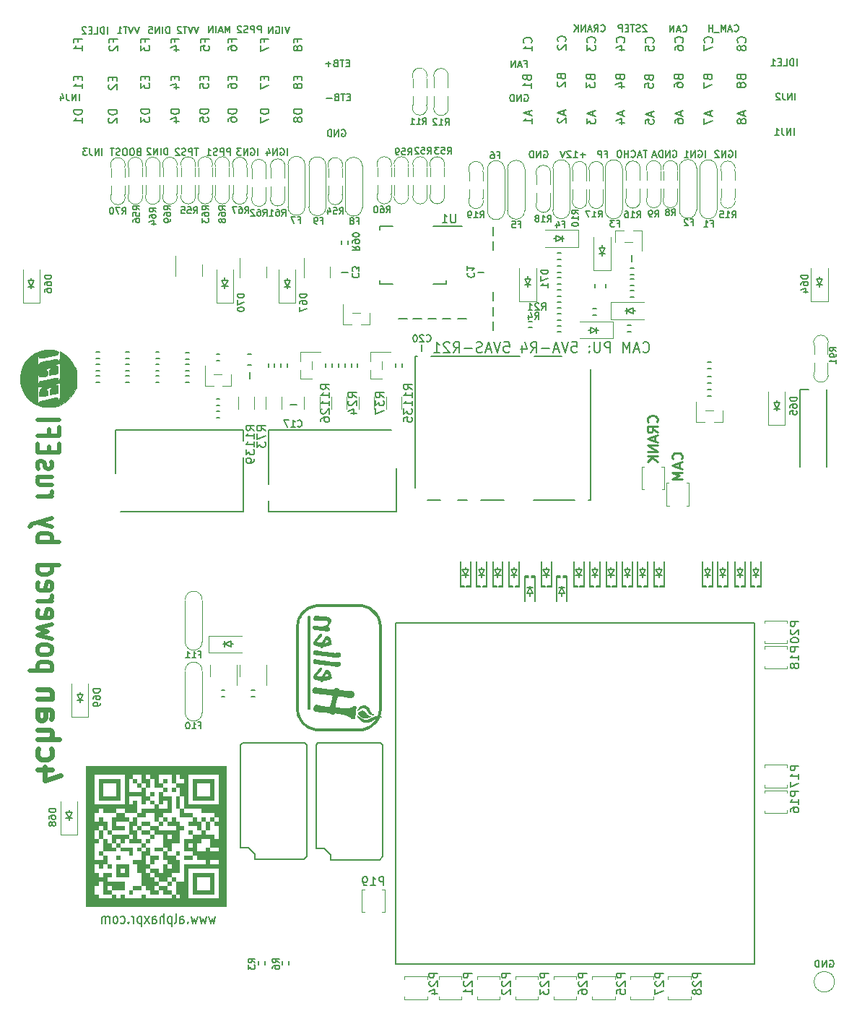
<source format=gbo>
G04 #@! TF.GenerationSoftware,KiCad,Pcbnew,7.0.1*
G04 #@! TF.CreationDate,2023-07-12T00:32:14+03:00*
G04 #@! TF.ProjectId,alphax_4ch,616c7068-6178-45f3-9463-682e6b696361,G*
G04 #@! TF.SameCoordinates,PX141f5e0PYa2cace0*
G04 #@! TF.FileFunction,Legend,Bot*
G04 #@! TF.FilePolarity,Positive*
%FSLAX46Y46*%
G04 Gerber Fmt 4.6, Leading zero omitted, Abs format (unit mm)*
G04 Created by KiCad (PCBNEW 7.0.1) date 2023-07-12 00:32:14*
%MOMM*%
%LPD*%
G01*
G04 APERTURE LIST*
%ADD10C,0.170000*%
%ADD11C,0.250000*%
%ADD12C,0.200000*%
%ADD13C,0.150000*%
%ADD14C,0.600000*%
%ADD15C,0.500000*%
%ADD16C,0.130000*%
%ADD17C,0.127000*%
%ADD18C,0.099060*%
%ADD19C,0.120000*%
%ADD20C,0.002540*%
%ADD21C,0.203200*%
G04 APERTURE END LIST*
D10*
X84410988Y98299686D02*
X84410988Y99099686D01*
X83610989Y99061591D02*
X83687179Y99099686D01*
X83687179Y99099686D02*
X83801465Y99099686D01*
X83801465Y99099686D02*
X83915751Y99061591D01*
X83915751Y99061591D02*
X83991941Y98985401D01*
X83991941Y98985401D02*
X84030036Y98909210D01*
X84030036Y98909210D02*
X84068132Y98756829D01*
X84068132Y98756829D02*
X84068132Y98642543D01*
X84068132Y98642543D02*
X84030036Y98490162D01*
X84030036Y98490162D02*
X83991941Y98413972D01*
X83991941Y98413972D02*
X83915751Y98337781D01*
X83915751Y98337781D02*
X83801465Y98299686D01*
X83801465Y98299686D02*
X83725274Y98299686D01*
X83725274Y98299686D02*
X83610989Y98337781D01*
X83610989Y98337781D02*
X83572893Y98375877D01*
X83572893Y98375877D02*
X83572893Y98642543D01*
X83572893Y98642543D02*
X83725274Y98642543D01*
X83230036Y98299686D02*
X83230036Y99099686D01*
X83230036Y99099686D02*
X82772893Y98299686D01*
X82772893Y98299686D02*
X82772893Y99099686D01*
X82430037Y99023496D02*
X82391941Y99061591D01*
X82391941Y99061591D02*
X82315751Y99099686D01*
X82315751Y99099686D02*
X82125275Y99099686D01*
X82125275Y99099686D02*
X82049084Y99061591D01*
X82049084Y99061591D02*
X82010989Y99023496D01*
X82010989Y99023496D02*
X81972894Y98947305D01*
X81972894Y98947305D02*
X81972894Y98871115D01*
X81972894Y98871115D02*
X82010989Y98756829D01*
X82010989Y98756829D02*
X82468132Y98299686D01*
X82468132Y98299686D02*
X81972894Y98299686D01*
D11*
X78040857Y62928572D02*
X78098000Y62985715D01*
X78098000Y62985715D02*
X78155142Y63157143D01*
X78155142Y63157143D02*
X78155142Y63271429D01*
X78155142Y63271429D02*
X78098000Y63442858D01*
X78098000Y63442858D02*
X77983714Y63557143D01*
X77983714Y63557143D02*
X77869428Y63614286D01*
X77869428Y63614286D02*
X77640857Y63671429D01*
X77640857Y63671429D02*
X77469428Y63671429D01*
X77469428Y63671429D02*
X77240857Y63614286D01*
X77240857Y63614286D02*
X77126571Y63557143D01*
X77126571Y63557143D02*
X77012285Y63442858D01*
X77012285Y63442858D02*
X76955142Y63271429D01*
X76955142Y63271429D02*
X76955142Y63157143D01*
X76955142Y63157143D02*
X77012285Y62985715D01*
X77012285Y62985715D02*
X77069428Y62928572D01*
X77812285Y62471429D02*
X77812285Y61900000D01*
X78155142Y62585715D02*
X76955142Y62185715D01*
X76955142Y62185715D02*
X78155142Y61785715D01*
X78155142Y61385715D02*
X76955142Y61385715D01*
X76955142Y61385715D02*
X77812285Y60985715D01*
X77812285Y60985715D02*
X76955142Y60585715D01*
X76955142Y60585715D02*
X78155142Y60585715D01*
D10*
X68590108Y113106096D02*
X68628204Y113068000D01*
X68628204Y113068000D02*
X68742489Y113029905D01*
X68742489Y113029905D02*
X68818680Y113029905D01*
X68818680Y113029905D02*
X68932966Y113068000D01*
X68932966Y113068000D02*
X69009156Y113144191D01*
X69009156Y113144191D02*
X69047251Y113220381D01*
X69047251Y113220381D02*
X69085347Y113372762D01*
X69085347Y113372762D02*
X69085347Y113487048D01*
X69085347Y113487048D02*
X69047251Y113639429D01*
X69047251Y113639429D02*
X69009156Y113715620D01*
X69009156Y113715620D02*
X68932966Y113791810D01*
X68932966Y113791810D02*
X68818680Y113829905D01*
X68818680Y113829905D02*
X68742489Y113829905D01*
X68742489Y113829905D02*
X68628204Y113791810D01*
X68628204Y113791810D02*
X68590108Y113753715D01*
X67790108Y113029905D02*
X68056775Y113410858D01*
X68247251Y113029905D02*
X68247251Y113829905D01*
X68247251Y113829905D02*
X67942489Y113829905D01*
X67942489Y113829905D02*
X67866299Y113791810D01*
X67866299Y113791810D02*
X67828204Y113753715D01*
X67828204Y113753715D02*
X67790108Y113677524D01*
X67790108Y113677524D02*
X67790108Y113563239D01*
X67790108Y113563239D02*
X67828204Y113487048D01*
X67828204Y113487048D02*
X67866299Y113448953D01*
X67866299Y113448953D02*
X67942489Y113410858D01*
X67942489Y113410858D02*
X68247251Y113410858D01*
X67485347Y113258477D02*
X67104394Y113258477D01*
X67561537Y113029905D02*
X67294870Y113829905D01*
X67294870Y113829905D02*
X67028204Y113029905D01*
X66761537Y113029905D02*
X66761537Y113829905D01*
X66761537Y113829905D02*
X66304394Y113029905D01*
X66304394Y113029905D02*
X66304394Y113829905D01*
X65923442Y113029905D02*
X65923442Y113829905D01*
X65466299Y113029905D02*
X65809157Y113487048D01*
X65466299Y113829905D02*
X65923442Y113372762D01*
D12*
X73528571Y75561143D02*
X73585714Y75504000D01*
X73585714Y75504000D02*
X73757142Y75446858D01*
X73757142Y75446858D02*
X73871428Y75446858D01*
X73871428Y75446858D02*
X74042857Y75504000D01*
X74042857Y75504000D02*
X74157142Y75618286D01*
X74157142Y75618286D02*
X74214285Y75732572D01*
X74214285Y75732572D02*
X74271428Y75961143D01*
X74271428Y75961143D02*
X74271428Y76132572D01*
X74271428Y76132572D02*
X74214285Y76361143D01*
X74214285Y76361143D02*
X74157142Y76475429D01*
X74157142Y76475429D02*
X74042857Y76589715D01*
X74042857Y76589715D02*
X73871428Y76646858D01*
X73871428Y76646858D02*
X73757142Y76646858D01*
X73757142Y76646858D02*
X73585714Y76589715D01*
X73585714Y76589715D02*
X73528571Y76532572D01*
X73071428Y75789715D02*
X72500000Y75789715D01*
X73185714Y75446858D02*
X72785714Y76646858D01*
X72785714Y76646858D02*
X72385714Y75446858D01*
X71985714Y75446858D02*
X71985714Y76646858D01*
X71985714Y76646858D02*
X71585714Y75789715D01*
X71585714Y75789715D02*
X71185714Y76646858D01*
X71185714Y76646858D02*
X71185714Y75446858D01*
X69699999Y75446858D02*
X69699999Y76646858D01*
X69699999Y76646858D02*
X69242856Y76646858D01*
X69242856Y76646858D02*
X69128571Y76589715D01*
X69128571Y76589715D02*
X69071428Y76532572D01*
X69071428Y76532572D02*
X69014285Y76418286D01*
X69014285Y76418286D02*
X69014285Y76246858D01*
X69014285Y76246858D02*
X69071428Y76132572D01*
X69071428Y76132572D02*
X69128571Y76075429D01*
X69128571Y76075429D02*
X69242856Y76018286D01*
X69242856Y76018286D02*
X69699999Y76018286D01*
X68499999Y76646858D02*
X68499999Y75675429D01*
X68499999Y75675429D02*
X68442856Y75561143D01*
X68442856Y75561143D02*
X68385714Y75504000D01*
X68385714Y75504000D02*
X68271428Y75446858D01*
X68271428Y75446858D02*
X68042856Y75446858D01*
X68042856Y75446858D02*
X67928571Y75504000D01*
X67928571Y75504000D02*
X67871428Y75561143D01*
X67871428Y75561143D02*
X67814285Y75675429D01*
X67814285Y75675429D02*
X67814285Y76646858D01*
X67242856Y75561143D02*
X67185713Y75504000D01*
X67185713Y75504000D02*
X67242856Y75446858D01*
X67242856Y75446858D02*
X67299999Y75504000D01*
X67299999Y75504000D02*
X67242856Y75561143D01*
X67242856Y75561143D02*
X67242856Y75446858D01*
X67242856Y76189715D02*
X67185713Y76132572D01*
X67185713Y76132572D02*
X67242856Y76075429D01*
X67242856Y76075429D02*
X67299999Y76132572D01*
X67299999Y76132572D02*
X67242856Y76189715D01*
X67242856Y76189715D02*
X67242856Y76075429D01*
X65185713Y76646858D02*
X65757141Y76646858D01*
X65757141Y76646858D02*
X65814284Y76075429D01*
X65814284Y76075429D02*
X65757141Y76132572D01*
X65757141Y76132572D02*
X65642856Y76189715D01*
X65642856Y76189715D02*
X65357141Y76189715D01*
X65357141Y76189715D02*
X65242856Y76132572D01*
X65242856Y76132572D02*
X65185713Y76075429D01*
X65185713Y76075429D02*
X65128570Y75961143D01*
X65128570Y75961143D02*
X65128570Y75675429D01*
X65128570Y75675429D02*
X65185713Y75561143D01*
X65185713Y75561143D02*
X65242856Y75504000D01*
X65242856Y75504000D02*
X65357141Y75446858D01*
X65357141Y75446858D02*
X65642856Y75446858D01*
X65642856Y75446858D02*
X65757141Y75504000D01*
X65757141Y75504000D02*
X65814284Y75561143D01*
X64785713Y76646858D02*
X64385713Y75446858D01*
X64385713Y75446858D02*
X63985713Y76646858D01*
X63642856Y75789715D02*
X63071428Y75789715D01*
X63757142Y75446858D02*
X63357142Y76646858D01*
X63357142Y76646858D02*
X62957142Y75446858D01*
X62557142Y75904000D02*
X61642857Y75904000D01*
X60385714Y75446858D02*
X60785714Y76018286D01*
X61071428Y75446858D02*
X61071428Y76646858D01*
X61071428Y76646858D02*
X60614285Y76646858D01*
X60614285Y76646858D02*
X60500000Y76589715D01*
X60500000Y76589715D02*
X60442857Y76532572D01*
X60442857Y76532572D02*
X60385714Y76418286D01*
X60385714Y76418286D02*
X60385714Y76246858D01*
X60385714Y76246858D02*
X60442857Y76132572D01*
X60442857Y76132572D02*
X60500000Y76075429D01*
X60500000Y76075429D02*
X60614285Y76018286D01*
X60614285Y76018286D02*
X61071428Y76018286D01*
X59357143Y76246858D02*
X59357143Y75446858D01*
X59642857Y76704000D02*
X59928571Y75846858D01*
X59928571Y75846858D02*
X59185714Y75846858D01*
X57242857Y76646858D02*
X57814285Y76646858D01*
X57814285Y76646858D02*
X57871428Y76075429D01*
X57871428Y76075429D02*
X57814285Y76132572D01*
X57814285Y76132572D02*
X57700000Y76189715D01*
X57700000Y76189715D02*
X57414285Y76189715D01*
X57414285Y76189715D02*
X57300000Y76132572D01*
X57300000Y76132572D02*
X57242857Y76075429D01*
X57242857Y76075429D02*
X57185714Y75961143D01*
X57185714Y75961143D02*
X57185714Y75675429D01*
X57185714Y75675429D02*
X57242857Y75561143D01*
X57242857Y75561143D02*
X57300000Y75504000D01*
X57300000Y75504000D02*
X57414285Y75446858D01*
X57414285Y75446858D02*
X57700000Y75446858D01*
X57700000Y75446858D02*
X57814285Y75504000D01*
X57814285Y75504000D02*
X57871428Y75561143D01*
X56842857Y76646858D02*
X56442857Y75446858D01*
X56442857Y75446858D02*
X56042857Y76646858D01*
X55700000Y75789715D02*
X55128572Y75789715D01*
X55814286Y75446858D02*
X55414286Y76646858D01*
X55414286Y76646858D02*
X55014286Y75446858D01*
X54671429Y75504000D02*
X54500001Y75446858D01*
X54500001Y75446858D02*
X54214286Y75446858D01*
X54214286Y75446858D02*
X54100001Y75504000D01*
X54100001Y75504000D02*
X54042858Y75561143D01*
X54042858Y75561143D02*
X53985715Y75675429D01*
X53985715Y75675429D02*
X53985715Y75789715D01*
X53985715Y75789715D02*
X54042858Y75904000D01*
X54042858Y75904000D02*
X54100001Y75961143D01*
X54100001Y75961143D02*
X54214286Y76018286D01*
X54214286Y76018286D02*
X54442858Y76075429D01*
X54442858Y76075429D02*
X54557143Y76132572D01*
X54557143Y76132572D02*
X54614286Y76189715D01*
X54614286Y76189715D02*
X54671429Y76304000D01*
X54671429Y76304000D02*
X54671429Y76418286D01*
X54671429Y76418286D02*
X54614286Y76532572D01*
X54614286Y76532572D02*
X54557143Y76589715D01*
X54557143Y76589715D02*
X54442858Y76646858D01*
X54442858Y76646858D02*
X54157143Y76646858D01*
X54157143Y76646858D02*
X53985715Y76589715D01*
X53471429Y75904000D02*
X52557144Y75904000D01*
X51300001Y75446858D02*
X51700001Y76018286D01*
X51985715Y75446858D02*
X51985715Y76646858D01*
X51985715Y76646858D02*
X51528572Y76646858D01*
X51528572Y76646858D02*
X51414287Y76589715D01*
X51414287Y76589715D02*
X51357144Y76532572D01*
X51357144Y76532572D02*
X51300001Y76418286D01*
X51300001Y76418286D02*
X51300001Y76246858D01*
X51300001Y76246858D02*
X51357144Y76132572D01*
X51357144Y76132572D02*
X51414287Y76075429D01*
X51414287Y76075429D02*
X51528572Y76018286D01*
X51528572Y76018286D02*
X51985715Y76018286D01*
X50842858Y76532572D02*
X50785715Y76589715D01*
X50785715Y76589715D02*
X50671430Y76646858D01*
X50671430Y76646858D02*
X50385715Y76646858D01*
X50385715Y76646858D02*
X50271430Y76589715D01*
X50271430Y76589715D02*
X50214287Y76532572D01*
X50214287Y76532572D02*
X50157144Y76418286D01*
X50157144Y76418286D02*
X50157144Y76304000D01*
X50157144Y76304000D02*
X50214287Y76132572D01*
X50214287Y76132572D02*
X50900001Y75446858D01*
X50900001Y75446858D02*
X50157144Y75446858D01*
X49014287Y75446858D02*
X49700001Y75446858D01*
X49357144Y75446858D02*
X49357144Y76646858D01*
X49357144Y76646858D02*
X49471430Y76475429D01*
X49471430Y76475429D02*
X49585715Y76361143D01*
X49585715Y76361143D02*
X49700001Y76304000D01*
D13*
X29138809Y107790476D02*
X29138809Y107457143D01*
X29662619Y107314286D02*
X29662619Y107790476D01*
X29662619Y107790476D02*
X28662619Y107790476D01*
X28662619Y107790476D02*
X28662619Y107314286D01*
X28662619Y106980952D02*
X28662619Y106314286D01*
X28662619Y106314286D02*
X29662619Y106742857D01*
D10*
X25069046Y112879905D02*
X25069046Y113679905D01*
X25069046Y113679905D02*
X24802380Y113108477D01*
X24802380Y113108477D02*
X24535713Y113679905D01*
X24535713Y113679905D02*
X24535713Y112879905D01*
X24192856Y113108477D02*
X23811903Y113108477D01*
X24269046Y112879905D02*
X24002379Y113679905D01*
X24002379Y113679905D02*
X23735713Y112879905D01*
X23469046Y112879905D02*
X23469046Y113679905D01*
X23088094Y112879905D02*
X23088094Y113679905D01*
X23088094Y113679905D02*
X22630951Y112879905D01*
X22630951Y112879905D02*
X22630951Y113679905D01*
D13*
X7238809Y111833334D02*
X7238809Y112166667D01*
X7762619Y112166667D02*
X6762619Y112166667D01*
X6762619Y112166667D02*
X6762619Y111690477D01*
X7762619Y110785715D02*
X7762619Y111357143D01*
X7762619Y111071429D02*
X6762619Y111071429D01*
X6762619Y111071429D02*
X6905476Y111166667D01*
X6905476Y111166667D02*
X7000714Y111261905D01*
X7000714Y111261905D02*
X7048333Y111357143D01*
D10*
X39071428Y109348953D02*
X38804762Y109348953D01*
X38690476Y108929905D02*
X39071428Y108929905D01*
X39071428Y108929905D02*
X39071428Y109729905D01*
X39071428Y109729905D02*
X38690476Y109729905D01*
X38461904Y109729905D02*
X38004761Y109729905D01*
X38233333Y108929905D02*
X38233333Y109729905D01*
X37471428Y109348953D02*
X37357142Y109310858D01*
X37357142Y109310858D02*
X37319047Y109272762D01*
X37319047Y109272762D02*
X37280951Y109196572D01*
X37280951Y109196572D02*
X37280951Y109082286D01*
X37280951Y109082286D02*
X37319047Y109006096D01*
X37319047Y109006096D02*
X37357142Y108968000D01*
X37357142Y108968000D02*
X37433332Y108929905D01*
X37433332Y108929905D02*
X37738094Y108929905D01*
X37738094Y108929905D02*
X37738094Y109729905D01*
X37738094Y109729905D02*
X37471428Y109729905D01*
X37471428Y109729905D02*
X37395237Y109691810D01*
X37395237Y109691810D02*
X37357142Y109653715D01*
X37357142Y109653715D02*
X37319047Y109577524D01*
X37319047Y109577524D02*
X37319047Y109501334D01*
X37319047Y109501334D02*
X37357142Y109425143D01*
X37357142Y109425143D02*
X37395237Y109387048D01*
X37395237Y109387048D02*
X37471428Y109348953D01*
X37471428Y109348953D02*
X37738094Y109348953D01*
X36938094Y109234667D02*
X36328571Y109234667D01*
X36633332Y108929905D02*
X36633332Y109539429D01*
X91566666Y109029905D02*
X91566666Y109829905D01*
X91185714Y109029905D02*
X91185714Y109829905D01*
X91185714Y109829905D02*
X90995238Y109829905D01*
X90995238Y109829905D02*
X90880952Y109791810D01*
X90880952Y109791810D02*
X90804762Y109715620D01*
X90804762Y109715620D02*
X90766667Y109639429D01*
X90766667Y109639429D02*
X90728571Y109487048D01*
X90728571Y109487048D02*
X90728571Y109372762D01*
X90728571Y109372762D02*
X90766667Y109220381D01*
X90766667Y109220381D02*
X90804762Y109144191D01*
X90804762Y109144191D02*
X90880952Y109068000D01*
X90880952Y109068000D02*
X90995238Y109029905D01*
X90995238Y109029905D02*
X91185714Y109029905D01*
X90004762Y109029905D02*
X90385714Y109029905D01*
X90385714Y109029905D02*
X90385714Y109829905D01*
X89738095Y109448953D02*
X89471429Y109448953D01*
X89357143Y109029905D02*
X89738095Y109029905D01*
X89738095Y109029905D02*
X89738095Y109829905D01*
X89738095Y109829905D02*
X89357143Y109829905D01*
X88595238Y109029905D02*
X89052381Y109029905D01*
X88823809Y109029905D02*
X88823809Y109829905D01*
X88823809Y109829905D02*
X88900000Y109715620D01*
X88900000Y109715620D02*
X88976190Y109639429D01*
X88976190Y109639429D02*
X89052381Y109601334D01*
D12*
X23390475Y9344858D02*
X23199999Y8544858D01*
X23199999Y8544858D02*
X23009523Y9116286D01*
X23009523Y9116286D02*
X22819047Y8544858D01*
X22819047Y8544858D02*
X22628571Y9344858D01*
X22342856Y9344858D02*
X22152380Y8544858D01*
X22152380Y8544858D02*
X21961904Y9116286D01*
X21961904Y9116286D02*
X21771428Y8544858D01*
X21771428Y8544858D02*
X21580952Y9344858D01*
X21295237Y9344858D02*
X21104761Y8544858D01*
X21104761Y8544858D02*
X20914285Y9116286D01*
X20914285Y9116286D02*
X20723809Y8544858D01*
X20723809Y8544858D02*
X20533333Y9344858D01*
X20152380Y8659143D02*
X20104761Y8602000D01*
X20104761Y8602000D02*
X20152380Y8544858D01*
X20152380Y8544858D02*
X20199999Y8602000D01*
X20199999Y8602000D02*
X20152380Y8659143D01*
X20152380Y8659143D02*
X20152380Y8544858D01*
X19247619Y8544858D02*
X19247619Y9173429D01*
X19247619Y9173429D02*
X19295238Y9287715D01*
X19295238Y9287715D02*
X19390476Y9344858D01*
X19390476Y9344858D02*
X19580952Y9344858D01*
X19580952Y9344858D02*
X19676190Y9287715D01*
X19247619Y8602000D02*
X19342857Y8544858D01*
X19342857Y8544858D02*
X19580952Y8544858D01*
X19580952Y8544858D02*
X19676190Y8602000D01*
X19676190Y8602000D02*
X19723809Y8716286D01*
X19723809Y8716286D02*
X19723809Y8830572D01*
X19723809Y8830572D02*
X19676190Y8944858D01*
X19676190Y8944858D02*
X19580952Y9002000D01*
X19580952Y9002000D02*
X19342857Y9002000D01*
X19342857Y9002000D02*
X19247619Y9059143D01*
X18628571Y8544858D02*
X18723809Y8602000D01*
X18723809Y8602000D02*
X18771428Y8716286D01*
X18771428Y8716286D02*
X18771428Y9744858D01*
X18247618Y9344858D02*
X18247618Y8144858D01*
X18247618Y9287715D02*
X18152380Y9344858D01*
X18152380Y9344858D02*
X17961904Y9344858D01*
X17961904Y9344858D02*
X17866666Y9287715D01*
X17866666Y9287715D02*
X17819047Y9230572D01*
X17819047Y9230572D02*
X17771428Y9116286D01*
X17771428Y9116286D02*
X17771428Y8773429D01*
X17771428Y8773429D02*
X17819047Y8659143D01*
X17819047Y8659143D02*
X17866666Y8602000D01*
X17866666Y8602000D02*
X17961904Y8544858D01*
X17961904Y8544858D02*
X18152380Y8544858D01*
X18152380Y8544858D02*
X18247618Y8602000D01*
X17342856Y8544858D02*
X17342856Y9744858D01*
X16914285Y8544858D02*
X16914285Y9173429D01*
X16914285Y9173429D02*
X16961904Y9287715D01*
X16961904Y9287715D02*
X17057142Y9344858D01*
X17057142Y9344858D02*
X17199999Y9344858D01*
X17199999Y9344858D02*
X17295237Y9287715D01*
X17295237Y9287715D02*
X17342856Y9230572D01*
X16009523Y8544858D02*
X16009523Y9173429D01*
X16009523Y9173429D02*
X16057142Y9287715D01*
X16057142Y9287715D02*
X16152380Y9344858D01*
X16152380Y9344858D02*
X16342856Y9344858D01*
X16342856Y9344858D02*
X16438094Y9287715D01*
X16009523Y8602000D02*
X16104761Y8544858D01*
X16104761Y8544858D02*
X16342856Y8544858D01*
X16342856Y8544858D02*
X16438094Y8602000D01*
X16438094Y8602000D02*
X16485713Y8716286D01*
X16485713Y8716286D02*
X16485713Y8830572D01*
X16485713Y8830572D02*
X16438094Y8944858D01*
X16438094Y8944858D02*
X16342856Y9002000D01*
X16342856Y9002000D02*
X16104761Y9002000D01*
X16104761Y9002000D02*
X16009523Y9059143D01*
X15628570Y8544858D02*
X15104761Y9344858D01*
X15628570Y9344858D02*
X15104761Y8544858D01*
X14723808Y9344858D02*
X14723808Y8144858D01*
X14723808Y9287715D02*
X14628570Y9344858D01*
X14628570Y9344858D02*
X14438094Y9344858D01*
X14438094Y9344858D02*
X14342856Y9287715D01*
X14342856Y9287715D02*
X14295237Y9230572D01*
X14295237Y9230572D02*
X14247618Y9116286D01*
X14247618Y9116286D02*
X14247618Y8773429D01*
X14247618Y8773429D02*
X14295237Y8659143D01*
X14295237Y8659143D02*
X14342856Y8602000D01*
X14342856Y8602000D02*
X14438094Y8544858D01*
X14438094Y8544858D02*
X14628570Y8544858D01*
X14628570Y8544858D02*
X14723808Y8602000D01*
X13819046Y8544858D02*
X13819046Y9344858D01*
X13819046Y9116286D02*
X13771427Y9230572D01*
X13771427Y9230572D02*
X13723808Y9287715D01*
X13723808Y9287715D02*
X13628570Y9344858D01*
X13628570Y9344858D02*
X13533332Y9344858D01*
X13199998Y8659143D02*
X13152379Y8602000D01*
X13152379Y8602000D02*
X13199998Y8544858D01*
X13199998Y8544858D02*
X13247617Y8602000D01*
X13247617Y8602000D02*
X13199998Y8659143D01*
X13199998Y8659143D02*
X13199998Y8544858D01*
X12295237Y8602000D02*
X12390475Y8544858D01*
X12390475Y8544858D02*
X12580951Y8544858D01*
X12580951Y8544858D02*
X12676189Y8602000D01*
X12676189Y8602000D02*
X12723808Y8659143D01*
X12723808Y8659143D02*
X12771427Y8773429D01*
X12771427Y8773429D02*
X12771427Y9116286D01*
X12771427Y9116286D02*
X12723808Y9230572D01*
X12723808Y9230572D02*
X12676189Y9287715D01*
X12676189Y9287715D02*
X12580951Y9344858D01*
X12580951Y9344858D02*
X12390475Y9344858D01*
X12390475Y9344858D02*
X12295237Y9287715D01*
X11723808Y8544858D02*
X11819046Y8602000D01*
X11819046Y8602000D02*
X11866665Y8659143D01*
X11866665Y8659143D02*
X11914284Y8773429D01*
X11914284Y8773429D02*
X11914284Y9116286D01*
X11914284Y9116286D02*
X11866665Y9230572D01*
X11866665Y9230572D02*
X11819046Y9287715D01*
X11819046Y9287715D02*
X11723808Y9344858D01*
X11723808Y9344858D02*
X11580951Y9344858D01*
X11580951Y9344858D02*
X11485713Y9287715D01*
X11485713Y9287715D02*
X11438094Y9230572D01*
X11438094Y9230572D02*
X11390475Y9116286D01*
X11390475Y9116286D02*
X11390475Y8773429D01*
X11390475Y8773429D02*
X11438094Y8659143D01*
X11438094Y8659143D02*
X11485713Y8602000D01*
X11485713Y8602000D02*
X11580951Y8544858D01*
X11580951Y8544858D02*
X11723808Y8544858D01*
X10961903Y8544858D02*
X10961903Y9344858D01*
X10961903Y9230572D02*
X10914284Y9287715D01*
X10914284Y9287715D02*
X10819046Y9344858D01*
X10819046Y9344858D02*
X10676189Y9344858D01*
X10676189Y9344858D02*
X10580951Y9287715D01*
X10580951Y9287715D02*
X10533332Y9173429D01*
X10533332Y9173429D02*
X10533332Y8544858D01*
X10533332Y9173429D02*
X10485713Y9287715D01*
X10485713Y9287715D02*
X10390475Y9344858D01*
X10390475Y9344858D02*
X10247618Y9344858D01*
X10247618Y9344858D02*
X10152379Y9287715D01*
X10152379Y9287715D02*
X10104760Y9173429D01*
X10104760Y9173429D02*
X10104760Y8544858D01*
D13*
X25338809Y111833334D02*
X25338809Y112166667D01*
X25862619Y112166667D02*
X24862619Y112166667D01*
X24862619Y112166667D02*
X24862619Y111690477D01*
X24862619Y110880953D02*
X24862619Y111071429D01*
X24862619Y111071429D02*
X24910238Y111166667D01*
X24910238Y111166667D02*
X24957857Y111214286D01*
X24957857Y111214286D02*
X25100714Y111309524D01*
X25100714Y111309524D02*
X25291190Y111357143D01*
X25291190Y111357143D02*
X25672142Y111357143D01*
X25672142Y111357143D02*
X25767380Y111309524D01*
X25767380Y111309524D02*
X25815000Y111261905D01*
X25815000Y111261905D02*
X25862619Y111166667D01*
X25862619Y111166667D02*
X25862619Y110976191D01*
X25862619Y110976191D02*
X25815000Y110880953D01*
X25815000Y110880953D02*
X25767380Y110833334D01*
X25767380Y110833334D02*
X25672142Y110785715D01*
X25672142Y110785715D02*
X25434047Y110785715D01*
X25434047Y110785715D02*
X25338809Y110833334D01*
X25338809Y110833334D02*
X25291190Y110880953D01*
X25291190Y110880953D02*
X25243571Y110976191D01*
X25243571Y110976191D02*
X25243571Y111166667D01*
X25243571Y111166667D02*
X25291190Y111261905D01*
X25291190Y111261905D02*
X25338809Y111309524D01*
X25338809Y111309524D02*
X25434047Y111357143D01*
X33562619Y103938095D02*
X32562619Y103938095D01*
X32562619Y103938095D02*
X32562619Y103700000D01*
X32562619Y103700000D02*
X32610238Y103557143D01*
X32610238Y103557143D02*
X32705476Y103461905D01*
X32705476Y103461905D02*
X32800714Y103414286D01*
X32800714Y103414286D02*
X32991190Y103366667D01*
X32991190Y103366667D02*
X33134047Y103366667D01*
X33134047Y103366667D02*
X33324523Y103414286D01*
X33324523Y103414286D02*
X33419761Y103461905D01*
X33419761Y103461905D02*
X33515000Y103557143D01*
X33515000Y103557143D02*
X33562619Y103700000D01*
X33562619Y103700000D02*
X33562619Y103938095D01*
X32991190Y102795238D02*
X32943571Y102890476D01*
X32943571Y102890476D02*
X32895952Y102938095D01*
X32895952Y102938095D02*
X32800714Y102985714D01*
X32800714Y102985714D02*
X32753095Y102985714D01*
X32753095Y102985714D02*
X32657857Y102938095D01*
X32657857Y102938095D02*
X32610238Y102890476D01*
X32610238Y102890476D02*
X32562619Y102795238D01*
X32562619Y102795238D02*
X32562619Y102604762D01*
X32562619Y102604762D02*
X32610238Y102509524D01*
X32610238Y102509524D02*
X32657857Y102461905D01*
X32657857Y102461905D02*
X32753095Y102414286D01*
X32753095Y102414286D02*
X32800714Y102414286D01*
X32800714Y102414286D02*
X32895952Y102461905D01*
X32895952Y102461905D02*
X32943571Y102509524D01*
X32943571Y102509524D02*
X32991190Y102604762D01*
X32991190Y102604762D02*
X32991190Y102795238D01*
X32991190Y102795238D02*
X33038809Y102890476D01*
X33038809Y102890476D02*
X33086428Y102938095D01*
X33086428Y102938095D02*
X33181666Y102985714D01*
X33181666Y102985714D02*
X33372142Y102985714D01*
X33372142Y102985714D02*
X33467380Y102938095D01*
X33467380Y102938095D02*
X33515000Y102890476D01*
X33515000Y102890476D02*
X33562619Y102795238D01*
X33562619Y102795238D02*
X33562619Y102604762D01*
X33562619Y102604762D02*
X33515000Y102509524D01*
X33515000Y102509524D02*
X33467380Y102461905D01*
X33467380Y102461905D02*
X33372142Y102414286D01*
X33372142Y102414286D02*
X33181666Y102414286D01*
X33181666Y102414286D02*
X33086428Y102461905D01*
X33086428Y102461905D02*
X33038809Y102509524D01*
X33038809Y102509524D02*
X32991190Y102604762D01*
D10*
X14445237Y113629905D02*
X14178570Y112829905D01*
X14178570Y112829905D02*
X13911904Y113629905D01*
X13759523Y113629905D02*
X13492856Y112829905D01*
X13492856Y112829905D02*
X13226190Y113629905D01*
X13073809Y113629905D02*
X12616666Y113629905D01*
X12845238Y112829905D02*
X12845238Y113629905D01*
X11930952Y112829905D02*
X12388095Y112829905D01*
X12159523Y112829905D02*
X12159523Y113629905D01*
X12159523Y113629905D02*
X12235714Y113515620D01*
X12235714Y113515620D02*
X12311904Y113439429D01*
X12311904Y113439429D02*
X12388095Y113401334D01*
X17799999Y98579905D02*
X17799999Y99379905D01*
X17799999Y99379905D02*
X17609523Y99379905D01*
X17609523Y99379905D02*
X17495237Y99341810D01*
X17495237Y99341810D02*
X17419047Y99265620D01*
X17419047Y99265620D02*
X17380952Y99189429D01*
X17380952Y99189429D02*
X17342856Y99037048D01*
X17342856Y99037048D02*
X17342856Y98922762D01*
X17342856Y98922762D02*
X17380952Y98770381D01*
X17380952Y98770381D02*
X17419047Y98694191D01*
X17419047Y98694191D02*
X17495237Y98618000D01*
X17495237Y98618000D02*
X17609523Y98579905D01*
X17609523Y98579905D02*
X17799999Y98579905D01*
X16999999Y98579905D02*
X16999999Y99379905D01*
X16619047Y98579905D02*
X16619047Y99379905D01*
X16619047Y99379905D02*
X16161904Y98579905D01*
X16161904Y98579905D02*
X16161904Y99379905D01*
X15819048Y99303715D02*
X15780952Y99341810D01*
X15780952Y99341810D02*
X15704762Y99379905D01*
X15704762Y99379905D02*
X15514286Y99379905D01*
X15514286Y99379905D02*
X15438095Y99341810D01*
X15438095Y99341810D02*
X15400000Y99303715D01*
X15400000Y99303715D02*
X15361905Y99227524D01*
X15361905Y99227524D02*
X15361905Y99151334D01*
X15361905Y99151334D02*
X15400000Y99037048D01*
X15400000Y99037048D02*
X15857143Y98579905D01*
X15857143Y98579905D02*
X15361905Y98579905D01*
D13*
X7238809Y107790476D02*
X7238809Y107457143D01*
X7762619Y107314286D02*
X7762619Y107790476D01*
X7762619Y107790476D02*
X6762619Y107790476D01*
X6762619Y107790476D02*
X6762619Y107314286D01*
X7762619Y106361905D02*
X7762619Y106933333D01*
X7762619Y106647619D02*
X6762619Y106647619D01*
X6762619Y106647619D02*
X6905476Y106742857D01*
X6905476Y106742857D02*
X7000714Y106838095D01*
X7000714Y106838095D02*
X7048333Y106933333D01*
X11862619Y103838095D02*
X10862619Y103838095D01*
X10862619Y103838095D02*
X10862619Y103600000D01*
X10862619Y103600000D02*
X10910238Y103457143D01*
X10910238Y103457143D02*
X11005476Y103361905D01*
X11005476Y103361905D02*
X11100714Y103314286D01*
X11100714Y103314286D02*
X11291190Y103266667D01*
X11291190Y103266667D02*
X11434047Y103266667D01*
X11434047Y103266667D02*
X11624523Y103314286D01*
X11624523Y103314286D02*
X11719761Y103361905D01*
X11719761Y103361905D02*
X11815000Y103457143D01*
X11815000Y103457143D02*
X11862619Y103600000D01*
X11862619Y103600000D02*
X11862619Y103838095D01*
X10957857Y102885714D02*
X10910238Y102838095D01*
X10910238Y102838095D02*
X10862619Y102742857D01*
X10862619Y102742857D02*
X10862619Y102504762D01*
X10862619Y102504762D02*
X10910238Y102409524D01*
X10910238Y102409524D02*
X10957857Y102361905D01*
X10957857Y102361905D02*
X11053095Y102314286D01*
X11053095Y102314286D02*
X11148333Y102314286D01*
X11148333Y102314286D02*
X11291190Y102361905D01*
X11291190Y102361905D02*
X11862619Y102933333D01*
X11862619Y102933333D02*
X11862619Y102314286D01*
D10*
X10716666Y112779905D02*
X10716666Y113579905D01*
X10335714Y112779905D02*
X10335714Y113579905D01*
X10335714Y113579905D02*
X10145238Y113579905D01*
X10145238Y113579905D02*
X10030952Y113541810D01*
X10030952Y113541810D02*
X9954762Y113465620D01*
X9954762Y113465620D02*
X9916667Y113389429D01*
X9916667Y113389429D02*
X9878571Y113237048D01*
X9878571Y113237048D02*
X9878571Y113122762D01*
X9878571Y113122762D02*
X9916667Y112970381D01*
X9916667Y112970381D02*
X9954762Y112894191D01*
X9954762Y112894191D02*
X10030952Y112818000D01*
X10030952Y112818000D02*
X10145238Y112779905D01*
X10145238Y112779905D02*
X10335714Y112779905D01*
X9154762Y112779905D02*
X9535714Y112779905D01*
X9535714Y112779905D02*
X9535714Y113579905D01*
X8888095Y113198953D02*
X8621429Y113198953D01*
X8507143Y112779905D02*
X8888095Y112779905D01*
X8888095Y112779905D02*
X8888095Y113579905D01*
X8888095Y113579905D02*
X8507143Y113579905D01*
X8202381Y113503715D02*
X8164285Y113541810D01*
X8164285Y113541810D02*
X8088095Y113579905D01*
X8088095Y113579905D02*
X7897619Y113579905D01*
X7897619Y113579905D02*
X7821428Y113541810D01*
X7821428Y113541810D02*
X7783333Y113503715D01*
X7783333Y113503715D02*
X7745238Y113427524D01*
X7745238Y113427524D02*
X7745238Y113351334D01*
X7745238Y113351334D02*
X7783333Y113237048D01*
X7783333Y113237048D02*
X8240476Y112779905D01*
X8240476Y112779905D02*
X7745238Y112779905D01*
D13*
X29138809Y111833334D02*
X29138809Y112166667D01*
X29662619Y112166667D02*
X28662619Y112166667D01*
X28662619Y112166667D02*
X28662619Y111690477D01*
X28662619Y111404762D02*
X28662619Y110738096D01*
X28662619Y110738096D02*
X29662619Y111166667D01*
D10*
X32076189Y113629905D02*
X31809522Y112829905D01*
X31809522Y112829905D02*
X31542856Y113629905D01*
X31276189Y112829905D02*
X31276189Y113629905D01*
X30476190Y113591810D02*
X30552380Y113629905D01*
X30552380Y113629905D02*
X30666666Y113629905D01*
X30666666Y113629905D02*
X30780952Y113591810D01*
X30780952Y113591810D02*
X30857142Y113515620D01*
X30857142Y113515620D02*
X30895237Y113439429D01*
X30895237Y113439429D02*
X30933333Y113287048D01*
X30933333Y113287048D02*
X30933333Y113172762D01*
X30933333Y113172762D02*
X30895237Y113020381D01*
X30895237Y113020381D02*
X30857142Y112944191D01*
X30857142Y112944191D02*
X30780952Y112868000D01*
X30780952Y112868000D02*
X30666666Y112829905D01*
X30666666Y112829905D02*
X30590475Y112829905D01*
X30590475Y112829905D02*
X30476190Y112868000D01*
X30476190Y112868000D02*
X30438094Y112906096D01*
X30438094Y112906096D02*
X30438094Y113172762D01*
X30438094Y113172762D02*
X30590475Y113172762D01*
X30095237Y112829905D02*
X30095237Y113629905D01*
X30095237Y113629905D02*
X29638094Y112829905D01*
X29638094Y112829905D02*
X29638094Y113629905D01*
D13*
X18638809Y107790476D02*
X18638809Y107457143D01*
X19162619Y107314286D02*
X19162619Y107790476D01*
X19162619Y107790476D02*
X18162619Y107790476D01*
X18162619Y107790476D02*
X18162619Y107314286D01*
X18495952Y106457143D02*
X19162619Y106457143D01*
X18115000Y106695238D02*
X18829285Y106933333D01*
X18829285Y106933333D02*
X18829285Y106314286D01*
X25338809Y107790476D02*
X25338809Y107457143D01*
X25862619Y107314286D02*
X25862619Y107790476D01*
X25862619Y107790476D02*
X24862619Y107790476D01*
X24862619Y107790476D02*
X24862619Y107314286D01*
X24862619Y106457143D02*
X24862619Y106647619D01*
X24862619Y106647619D02*
X24910238Y106742857D01*
X24910238Y106742857D02*
X24957857Y106790476D01*
X24957857Y106790476D02*
X25100714Y106885714D01*
X25100714Y106885714D02*
X25291190Y106933333D01*
X25291190Y106933333D02*
X25672142Y106933333D01*
X25672142Y106933333D02*
X25767380Y106885714D01*
X25767380Y106885714D02*
X25815000Y106838095D01*
X25815000Y106838095D02*
X25862619Y106742857D01*
X25862619Y106742857D02*
X25862619Y106552381D01*
X25862619Y106552381D02*
X25815000Y106457143D01*
X25815000Y106457143D02*
X25767380Y106409524D01*
X25767380Y106409524D02*
X25672142Y106361905D01*
X25672142Y106361905D02*
X25434047Y106361905D01*
X25434047Y106361905D02*
X25338809Y106409524D01*
X25338809Y106409524D02*
X25291190Y106457143D01*
X25291190Y106457143D02*
X25243571Y106552381D01*
X25243571Y106552381D02*
X25243571Y106742857D01*
X25243571Y106742857D02*
X25291190Y106838095D01*
X25291190Y106838095D02*
X25338809Y106885714D01*
X25338809Y106885714D02*
X25434047Y106933333D01*
D10*
X39171428Y105348953D02*
X38904762Y105348953D01*
X38790476Y104929905D02*
X39171428Y104929905D01*
X39171428Y104929905D02*
X39171428Y105729905D01*
X39171428Y105729905D02*
X38790476Y105729905D01*
X38561904Y105729905D02*
X38104761Y105729905D01*
X38333333Y104929905D02*
X38333333Y105729905D01*
X37571428Y105348953D02*
X37457142Y105310858D01*
X37457142Y105310858D02*
X37419047Y105272762D01*
X37419047Y105272762D02*
X37380951Y105196572D01*
X37380951Y105196572D02*
X37380951Y105082286D01*
X37380951Y105082286D02*
X37419047Y105006096D01*
X37419047Y105006096D02*
X37457142Y104968000D01*
X37457142Y104968000D02*
X37533332Y104929905D01*
X37533332Y104929905D02*
X37838094Y104929905D01*
X37838094Y104929905D02*
X37838094Y105729905D01*
X37838094Y105729905D02*
X37571428Y105729905D01*
X37571428Y105729905D02*
X37495237Y105691810D01*
X37495237Y105691810D02*
X37457142Y105653715D01*
X37457142Y105653715D02*
X37419047Y105577524D01*
X37419047Y105577524D02*
X37419047Y105501334D01*
X37419047Y105501334D02*
X37457142Y105425143D01*
X37457142Y105425143D02*
X37495237Y105387048D01*
X37495237Y105387048D02*
X37571428Y105348953D01*
X37571428Y105348953D02*
X37838094Y105348953D01*
X37038094Y105234667D02*
X36428571Y105234667D01*
D13*
X29662619Y103938095D02*
X28662619Y103938095D01*
X28662619Y103938095D02*
X28662619Y103700000D01*
X28662619Y103700000D02*
X28710238Y103557143D01*
X28710238Y103557143D02*
X28805476Y103461905D01*
X28805476Y103461905D02*
X28900714Y103414286D01*
X28900714Y103414286D02*
X29091190Y103366667D01*
X29091190Y103366667D02*
X29234047Y103366667D01*
X29234047Y103366667D02*
X29424523Y103414286D01*
X29424523Y103414286D02*
X29519761Y103461905D01*
X29519761Y103461905D02*
X29615000Y103557143D01*
X29615000Y103557143D02*
X29662619Y103700000D01*
X29662619Y103700000D02*
X29662619Y103938095D01*
X28662619Y103033333D02*
X28662619Y102366667D01*
X28662619Y102366667D02*
X29662619Y102795238D01*
D14*
X4230523Y26533334D02*
X2497190Y26533334D01*
X5221000Y25914286D02*
X3363857Y25295239D01*
X3363857Y25295239D02*
X3363857Y26904762D01*
X2621000Y29009524D02*
X2497190Y28761905D01*
X2497190Y28761905D02*
X2497190Y28266667D01*
X2497190Y28266667D02*
X2621000Y28019048D01*
X2621000Y28019048D02*
X2744809Y27895238D01*
X2744809Y27895238D02*
X2992428Y27771429D01*
X2992428Y27771429D02*
X3735285Y27771429D01*
X3735285Y27771429D02*
X3982904Y27895238D01*
X3982904Y27895238D02*
X4106714Y28019048D01*
X4106714Y28019048D02*
X4230523Y28266667D01*
X4230523Y28266667D02*
X4230523Y28761905D01*
X4230523Y28761905D02*
X4106714Y29009524D01*
X2497190Y30123809D02*
X5097190Y30123809D01*
X2497190Y31238095D02*
X3859095Y31238095D01*
X3859095Y31238095D02*
X4106714Y31114285D01*
X4106714Y31114285D02*
X4230523Y30866666D01*
X4230523Y30866666D02*
X4230523Y30495238D01*
X4230523Y30495238D02*
X4106714Y30247619D01*
X4106714Y30247619D02*
X3982904Y30123809D01*
X2497190Y33590476D02*
X3859095Y33590476D01*
X3859095Y33590476D02*
X4106714Y33466666D01*
X4106714Y33466666D02*
X4230523Y33219047D01*
X4230523Y33219047D02*
X4230523Y32723809D01*
X4230523Y32723809D02*
X4106714Y32476190D01*
X2621000Y33590476D02*
X2497190Y33342857D01*
X2497190Y33342857D02*
X2497190Y32723809D01*
X2497190Y32723809D02*
X2621000Y32476190D01*
X2621000Y32476190D02*
X2868619Y32352381D01*
X2868619Y32352381D02*
X3116238Y32352381D01*
X3116238Y32352381D02*
X3363857Y32476190D01*
X3363857Y32476190D02*
X3487666Y32723809D01*
X3487666Y32723809D02*
X3487666Y33342857D01*
X3487666Y33342857D02*
X3611476Y33590476D01*
X4230523Y34828571D02*
X2497190Y34828571D01*
X3982904Y34828571D02*
X4106714Y34952381D01*
X4106714Y34952381D02*
X4230523Y35200000D01*
X4230523Y35200000D02*
X4230523Y35571428D01*
X4230523Y35571428D02*
X4106714Y35819047D01*
X4106714Y35819047D02*
X3859095Y35942857D01*
X3859095Y35942857D02*
X2497190Y35942857D01*
D10*
X14366666Y98948953D02*
X14252380Y98910858D01*
X14252380Y98910858D02*
X14214285Y98872762D01*
X14214285Y98872762D02*
X14176189Y98796572D01*
X14176189Y98796572D02*
X14176189Y98682286D01*
X14176189Y98682286D02*
X14214285Y98606096D01*
X14214285Y98606096D02*
X14252380Y98568000D01*
X14252380Y98568000D02*
X14328570Y98529905D01*
X14328570Y98529905D02*
X14633332Y98529905D01*
X14633332Y98529905D02*
X14633332Y99329905D01*
X14633332Y99329905D02*
X14366666Y99329905D01*
X14366666Y99329905D02*
X14290475Y99291810D01*
X14290475Y99291810D02*
X14252380Y99253715D01*
X14252380Y99253715D02*
X14214285Y99177524D01*
X14214285Y99177524D02*
X14214285Y99101334D01*
X14214285Y99101334D02*
X14252380Y99025143D01*
X14252380Y99025143D02*
X14290475Y98987048D01*
X14290475Y98987048D02*
X14366666Y98948953D01*
X14366666Y98948953D02*
X14633332Y98948953D01*
X13680951Y99329905D02*
X13528570Y99329905D01*
X13528570Y99329905D02*
X13452380Y99291810D01*
X13452380Y99291810D02*
X13376189Y99215620D01*
X13376189Y99215620D02*
X13338094Y99063239D01*
X13338094Y99063239D02*
X13338094Y98796572D01*
X13338094Y98796572D02*
X13376189Y98644191D01*
X13376189Y98644191D02*
X13452380Y98568000D01*
X13452380Y98568000D02*
X13528570Y98529905D01*
X13528570Y98529905D02*
X13680951Y98529905D01*
X13680951Y98529905D02*
X13757142Y98568000D01*
X13757142Y98568000D02*
X13833332Y98644191D01*
X13833332Y98644191D02*
X13871428Y98796572D01*
X13871428Y98796572D02*
X13871428Y99063239D01*
X13871428Y99063239D02*
X13833332Y99215620D01*
X13833332Y99215620D02*
X13757142Y99291810D01*
X13757142Y99291810D02*
X13680951Y99329905D01*
X12842856Y99329905D02*
X12690475Y99329905D01*
X12690475Y99329905D02*
X12614285Y99291810D01*
X12614285Y99291810D02*
X12538094Y99215620D01*
X12538094Y99215620D02*
X12499999Y99063239D01*
X12499999Y99063239D02*
X12499999Y98796572D01*
X12499999Y98796572D02*
X12538094Y98644191D01*
X12538094Y98644191D02*
X12614285Y98568000D01*
X12614285Y98568000D02*
X12690475Y98529905D01*
X12690475Y98529905D02*
X12842856Y98529905D01*
X12842856Y98529905D02*
X12919047Y98568000D01*
X12919047Y98568000D02*
X12995237Y98644191D01*
X12995237Y98644191D02*
X13033333Y98796572D01*
X13033333Y98796572D02*
X13033333Y99063239D01*
X13033333Y99063239D02*
X12995237Y99215620D01*
X12995237Y99215620D02*
X12919047Y99291810D01*
X12919047Y99291810D02*
X12842856Y99329905D01*
X12195238Y98568000D02*
X12080952Y98529905D01*
X12080952Y98529905D02*
X11890476Y98529905D01*
X11890476Y98529905D02*
X11814285Y98568000D01*
X11814285Y98568000D02*
X11776190Y98606096D01*
X11776190Y98606096D02*
X11738095Y98682286D01*
X11738095Y98682286D02*
X11738095Y98758477D01*
X11738095Y98758477D02*
X11776190Y98834667D01*
X11776190Y98834667D02*
X11814285Y98872762D01*
X11814285Y98872762D02*
X11890476Y98910858D01*
X11890476Y98910858D02*
X12042857Y98948953D01*
X12042857Y98948953D02*
X12119047Y98987048D01*
X12119047Y98987048D02*
X12157142Y99025143D01*
X12157142Y99025143D02*
X12195238Y99101334D01*
X12195238Y99101334D02*
X12195238Y99177524D01*
X12195238Y99177524D02*
X12157142Y99253715D01*
X12157142Y99253715D02*
X12119047Y99291810D01*
X12119047Y99291810D02*
X12042857Y99329905D01*
X12042857Y99329905D02*
X11852380Y99329905D01*
X11852380Y99329905D02*
X11738095Y99291810D01*
X11509523Y99329905D02*
X11052380Y99329905D01*
X11280952Y98529905D02*
X11280952Y99329905D01*
X38209523Y101491810D02*
X38285713Y101529905D01*
X38285713Y101529905D02*
X38399999Y101529905D01*
X38399999Y101529905D02*
X38514285Y101491810D01*
X38514285Y101491810D02*
X38590475Y101415620D01*
X38590475Y101415620D02*
X38628570Y101339429D01*
X38628570Y101339429D02*
X38666666Y101187048D01*
X38666666Y101187048D02*
X38666666Y101072762D01*
X38666666Y101072762D02*
X38628570Y100920381D01*
X38628570Y100920381D02*
X38590475Y100844191D01*
X38590475Y100844191D02*
X38514285Y100768000D01*
X38514285Y100768000D02*
X38399999Y100729905D01*
X38399999Y100729905D02*
X38323808Y100729905D01*
X38323808Y100729905D02*
X38209523Y100768000D01*
X38209523Y100768000D02*
X38171427Y100806096D01*
X38171427Y100806096D02*
X38171427Y101072762D01*
X38171427Y101072762D02*
X38323808Y101072762D01*
X37828570Y100729905D02*
X37828570Y101529905D01*
X37828570Y101529905D02*
X37371427Y100729905D01*
X37371427Y100729905D02*
X37371427Y101529905D01*
X36990475Y100729905D02*
X36990475Y101529905D01*
X36990475Y101529905D02*
X36799999Y101529905D01*
X36799999Y101529905D02*
X36685713Y101491810D01*
X36685713Y101491810D02*
X36609523Y101415620D01*
X36609523Y101415620D02*
X36571428Y101339429D01*
X36571428Y101339429D02*
X36533332Y101187048D01*
X36533332Y101187048D02*
X36533332Y101072762D01*
X36533332Y101072762D02*
X36571428Y100920381D01*
X36571428Y100920381D02*
X36609523Y100844191D01*
X36609523Y100844191D02*
X36685713Y100768000D01*
X36685713Y100768000D02*
X36799999Y100729905D01*
X36799999Y100729905D02*
X36990475Y100729905D01*
D13*
X11388809Y111833334D02*
X11388809Y112166667D01*
X11912619Y112166667D02*
X10912619Y112166667D01*
X10912619Y112166667D02*
X10912619Y111690477D01*
X11007857Y111357143D02*
X10960238Y111309524D01*
X10960238Y111309524D02*
X10912619Y111214286D01*
X10912619Y111214286D02*
X10912619Y110976191D01*
X10912619Y110976191D02*
X10960238Y110880953D01*
X10960238Y110880953D02*
X11007857Y110833334D01*
X11007857Y110833334D02*
X11103095Y110785715D01*
X11103095Y110785715D02*
X11198333Y110785715D01*
X11198333Y110785715D02*
X11341190Y110833334D01*
X11341190Y110833334D02*
X11912619Y111404762D01*
X11912619Y111404762D02*
X11912619Y110785715D01*
D15*
X4230523Y38123810D02*
X1630523Y38123810D01*
X4106714Y38123810D02*
X4230523Y38333334D01*
X4230523Y38333334D02*
X4230523Y38752381D01*
X4230523Y38752381D02*
X4106714Y38961905D01*
X4106714Y38961905D02*
X3982904Y39066667D01*
X3982904Y39066667D02*
X3735285Y39171429D01*
X3735285Y39171429D02*
X2992428Y39171429D01*
X2992428Y39171429D02*
X2744809Y39066667D01*
X2744809Y39066667D02*
X2621000Y38961905D01*
X2621000Y38961905D02*
X2497190Y38752381D01*
X2497190Y38752381D02*
X2497190Y38333334D01*
X2497190Y38333334D02*
X2621000Y38123810D01*
X2497190Y40428572D02*
X2621000Y40219048D01*
X2621000Y40219048D02*
X2744809Y40114286D01*
X2744809Y40114286D02*
X2992428Y40009524D01*
X2992428Y40009524D02*
X3735285Y40009524D01*
X3735285Y40009524D02*
X3982904Y40114286D01*
X3982904Y40114286D02*
X4106714Y40219048D01*
X4106714Y40219048D02*
X4230523Y40428572D01*
X4230523Y40428572D02*
X4230523Y40742857D01*
X4230523Y40742857D02*
X4106714Y40952381D01*
X4106714Y40952381D02*
X3982904Y41057143D01*
X3982904Y41057143D02*
X3735285Y41161905D01*
X3735285Y41161905D02*
X2992428Y41161905D01*
X2992428Y41161905D02*
X2744809Y41057143D01*
X2744809Y41057143D02*
X2621000Y40952381D01*
X2621000Y40952381D02*
X2497190Y40742857D01*
X2497190Y40742857D02*
X2497190Y40428572D01*
X4230523Y41895238D02*
X2497190Y42314286D01*
X2497190Y42314286D02*
X3735285Y42733333D01*
X3735285Y42733333D02*
X2497190Y43152381D01*
X2497190Y43152381D02*
X4230523Y43571429D01*
X2621000Y45247619D02*
X2497190Y45038095D01*
X2497190Y45038095D02*
X2497190Y44619048D01*
X2497190Y44619048D02*
X2621000Y44409524D01*
X2621000Y44409524D02*
X2868619Y44304762D01*
X2868619Y44304762D02*
X3859095Y44304762D01*
X3859095Y44304762D02*
X4106714Y44409524D01*
X4106714Y44409524D02*
X4230523Y44619048D01*
X4230523Y44619048D02*
X4230523Y45038095D01*
X4230523Y45038095D02*
X4106714Y45247619D01*
X4106714Y45247619D02*
X3859095Y45352381D01*
X3859095Y45352381D02*
X3611476Y45352381D01*
X3611476Y45352381D02*
X3363857Y44304762D01*
X2497190Y46295238D02*
X4230523Y46295238D01*
X3735285Y46295238D02*
X3982904Y46400000D01*
X3982904Y46400000D02*
X4106714Y46504762D01*
X4106714Y46504762D02*
X4230523Y46714286D01*
X4230523Y46714286D02*
X4230523Y46923809D01*
X2621000Y48495238D02*
X2497190Y48285714D01*
X2497190Y48285714D02*
X2497190Y47866667D01*
X2497190Y47866667D02*
X2621000Y47657143D01*
X2621000Y47657143D02*
X2868619Y47552381D01*
X2868619Y47552381D02*
X3859095Y47552381D01*
X3859095Y47552381D02*
X4106714Y47657143D01*
X4106714Y47657143D02*
X4230523Y47866667D01*
X4230523Y47866667D02*
X4230523Y48285714D01*
X4230523Y48285714D02*
X4106714Y48495238D01*
X4106714Y48495238D02*
X3859095Y48600000D01*
X3859095Y48600000D02*
X3611476Y48600000D01*
X3611476Y48600000D02*
X3363857Y47552381D01*
X2497190Y50485714D02*
X5097190Y50485714D01*
X2621000Y50485714D02*
X2497190Y50276190D01*
X2497190Y50276190D02*
X2497190Y49857143D01*
X2497190Y49857143D02*
X2621000Y49647619D01*
X2621000Y49647619D02*
X2744809Y49542857D01*
X2744809Y49542857D02*
X2992428Y49438095D01*
X2992428Y49438095D02*
X3735285Y49438095D01*
X3735285Y49438095D02*
X3982904Y49542857D01*
X3982904Y49542857D02*
X4106714Y49647619D01*
X4106714Y49647619D02*
X4230523Y49857143D01*
X4230523Y49857143D02*
X4230523Y50276190D01*
X4230523Y50276190D02*
X4106714Y50485714D01*
X2497190Y53209523D02*
X5097190Y53209523D01*
X4106714Y53209523D02*
X4230523Y53419047D01*
X4230523Y53419047D02*
X4230523Y53838094D01*
X4230523Y53838094D02*
X4106714Y54047618D01*
X4106714Y54047618D02*
X3982904Y54152380D01*
X3982904Y54152380D02*
X3735285Y54257142D01*
X3735285Y54257142D02*
X2992428Y54257142D01*
X2992428Y54257142D02*
X2744809Y54152380D01*
X2744809Y54152380D02*
X2621000Y54047618D01*
X2621000Y54047618D02*
X2497190Y53838094D01*
X2497190Y53838094D02*
X2497190Y53419047D01*
X2497190Y53419047D02*
X2621000Y53209523D01*
X4230523Y54990475D02*
X2497190Y55514285D01*
X4230523Y56038094D02*
X2497190Y55514285D01*
X2497190Y55514285D02*
X1878142Y55304761D01*
X1878142Y55304761D02*
X1754333Y55199999D01*
X1754333Y55199999D02*
X1630523Y54990475D01*
X2497190Y58552379D02*
X4230523Y58552379D01*
X3735285Y58552379D02*
X3982904Y58657141D01*
X3982904Y58657141D02*
X4106714Y58761903D01*
X4106714Y58761903D02*
X4230523Y58971427D01*
X4230523Y58971427D02*
X4230523Y59180950D01*
X4230523Y60857141D02*
X2497190Y60857141D01*
X4230523Y59914284D02*
X2868619Y59914284D01*
X2868619Y59914284D02*
X2621000Y60019046D01*
X2621000Y60019046D02*
X2497190Y60228570D01*
X2497190Y60228570D02*
X2497190Y60542855D01*
X2497190Y60542855D02*
X2621000Y60752379D01*
X2621000Y60752379D02*
X2744809Y60857141D01*
X2621000Y61799998D02*
X2497190Y62009522D01*
X2497190Y62009522D02*
X2497190Y62428570D01*
X2497190Y62428570D02*
X2621000Y62638093D01*
X2621000Y62638093D02*
X2868619Y62742855D01*
X2868619Y62742855D02*
X2992428Y62742855D01*
X2992428Y62742855D02*
X3240047Y62638093D01*
X3240047Y62638093D02*
X3363857Y62428570D01*
X3363857Y62428570D02*
X3363857Y62114284D01*
X3363857Y62114284D02*
X3487666Y61904760D01*
X3487666Y61904760D02*
X3735285Y61799998D01*
X3735285Y61799998D02*
X3859095Y61799998D01*
X3859095Y61799998D02*
X4106714Y61904760D01*
X4106714Y61904760D02*
X4230523Y62114284D01*
X4230523Y62114284D02*
X4230523Y62428570D01*
X4230523Y62428570D02*
X4106714Y62638093D01*
X3859095Y63685712D02*
X3859095Y64419045D01*
X2497190Y64733331D02*
X2497190Y63685712D01*
X2497190Y63685712D02*
X5097190Y63685712D01*
X5097190Y63685712D02*
X5097190Y64733331D01*
X3859095Y66409521D02*
X3859095Y65676188D01*
X2497190Y65676188D02*
X5097190Y65676188D01*
X5097190Y65676188D02*
X5097190Y66723807D01*
X2497190Y67561902D02*
X5097190Y67561902D01*
D13*
X22562619Y103938095D02*
X21562619Y103938095D01*
X21562619Y103938095D02*
X21562619Y103700000D01*
X21562619Y103700000D02*
X21610238Y103557143D01*
X21610238Y103557143D02*
X21705476Y103461905D01*
X21705476Y103461905D02*
X21800714Y103414286D01*
X21800714Y103414286D02*
X21991190Y103366667D01*
X21991190Y103366667D02*
X22134047Y103366667D01*
X22134047Y103366667D02*
X22324523Y103414286D01*
X22324523Y103414286D02*
X22419761Y103461905D01*
X22419761Y103461905D02*
X22515000Y103557143D01*
X22515000Y103557143D02*
X22562619Y103700000D01*
X22562619Y103700000D02*
X22562619Y103938095D01*
X21562619Y102461905D02*
X21562619Y102938095D01*
X21562619Y102938095D02*
X22038809Y102985714D01*
X22038809Y102985714D02*
X21991190Y102938095D01*
X21991190Y102938095D02*
X21943571Y102842857D01*
X21943571Y102842857D02*
X21943571Y102604762D01*
X21943571Y102604762D02*
X21991190Y102509524D01*
X21991190Y102509524D02*
X22038809Y102461905D01*
X22038809Y102461905D02*
X22134047Y102414286D01*
X22134047Y102414286D02*
X22372142Y102414286D01*
X22372142Y102414286D02*
X22467380Y102461905D01*
X22467380Y102461905D02*
X22515000Y102509524D01*
X22515000Y102509524D02*
X22562619Y102604762D01*
X22562619Y102604762D02*
X22562619Y102842857D01*
X22562619Y102842857D02*
X22515000Y102938095D01*
X22515000Y102938095D02*
X22467380Y102985714D01*
D10*
X7404761Y104929905D02*
X7404761Y105729905D01*
X7023809Y104929905D02*
X7023809Y105729905D01*
X7023809Y105729905D02*
X6566666Y104929905D01*
X6566666Y104929905D02*
X6566666Y105729905D01*
X5957143Y105729905D02*
X5957143Y105158477D01*
X5957143Y105158477D02*
X5995238Y105044191D01*
X5995238Y105044191D02*
X6071429Y104968000D01*
X6071429Y104968000D02*
X6185714Y104929905D01*
X6185714Y104929905D02*
X6261905Y104929905D01*
X5233333Y105463239D02*
X5233333Y104929905D01*
X5423809Y105768000D02*
X5614286Y105196572D01*
X5614286Y105196572D02*
X5119047Y105196572D01*
X91239651Y100907854D02*
X91239651Y101707854D01*
X90858699Y100907854D02*
X90858699Y101707854D01*
X90858699Y101707854D02*
X90401556Y100907854D01*
X90401556Y100907854D02*
X90401556Y101707854D01*
X89792033Y101707854D02*
X89792033Y101136426D01*
X89792033Y101136426D02*
X89830128Y101022140D01*
X89830128Y101022140D02*
X89906319Y100945949D01*
X89906319Y100945949D02*
X90020604Y100907854D01*
X90020604Y100907854D02*
X90096795Y100907854D01*
X88992033Y100907854D02*
X89449176Y100907854D01*
X89220604Y100907854D02*
X89220604Y101707854D01*
X89220604Y101707854D02*
X89296795Y101593569D01*
X89296795Y101593569D02*
X89372985Y101517378D01*
X89372985Y101517378D02*
X89449176Y101479283D01*
X10104761Y98529905D02*
X10104761Y99329905D01*
X9723809Y98529905D02*
X9723809Y99329905D01*
X9723809Y99329905D02*
X9266666Y98529905D01*
X9266666Y98529905D02*
X9266666Y99329905D01*
X8657143Y99329905D02*
X8657143Y98758477D01*
X8657143Y98758477D02*
X8695238Y98644191D01*
X8695238Y98644191D02*
X8771429Y98568000D01*
X8771429Y98568000D02*
X8885714Y98529905D01*
X8885714Y98529905D02*
X8961905Y98529905D01*
X8352381Y99329905D02*
X7857143Y99329905D01*
X7857143Y99329905D02*
X8123809Y99025143D01*
X8123809Y99025143D02*
X8009524Y99025143D01*
X8009524Y99025143D02*
X7933333Y98987048D01*
X7933333Y98987048D02*
X7895238Y98948953D01*
X7895238Y98948953D02*
X7857143Y98872762D01*
X7857143Y98872762D02*
X7857143Y98682286D01*
X7857143Y98682286D02*
X7895238Y98606096D01*
X7895238Y98606096D02*
X7933333Y98568000D01*
X7933333Y98568000D02*
X8009524Y98529905D01*
X8009524Y98529905D02*
X8238095Y98529905D01*
X8238095Y98529905D02*
X8314286Y98568000D01*
X8314286Y98568000D02*
X8352381Y98606096D01*
D13*
X7762619Y103838095D02*
X6762619Y103838095D01*
X6762619Y103838095D02*
X6762619Y103600000D01*
X6762619Y103600000D02*
X6810238Y103457143D01*
X6810238Y103457143D02*
X6905476Y103361905D01*
X6905476Y103361905D02*
X7000714Y103314286D01*
X7000714Y103314286D02*
X7191190Y103266667D01*
X7191190Y103266667D02*
X7334047Y103266667D01*
X7334047Y103266667D02*
X7524523Y103314286D01*
X7524523Y103314286D02*
X7619761Y103361905D01*
X7619761Y103361905D02*
X7715000Y103457143D01*
X7715000Y103457143D02*
X7762619Y103600000D01*
X7762619Y103600000D02*
X7762619Y103838095D01*
X7762619Y102314286D02*
X7762619Y102885714D01*
X7762619Y102600000D02*
X6762619Y102600000D01*
X6762619Y102600000D02*
X6905476Y102695238D01*
X6905476Y102695238D02*
X7000714Y102790476D01*
X7000714Y102790476D02*
X7048333Y102885714D01*
D10*
X78187361Y113036316D02*
X78225457Y112998220D01*
X78225457Y112998220D02*
X78339742Y112960125D01*
X78339742Y112960125D02*
X78415933Y112960125D01*
X78415933Y112960125D02*
X78530219Y112998220D01*
X78530219Y112998220D02*
X78606409Y113074411D01*
X78606409Y113074411D02*
X78644504Y113150601D01*
X78644504Y113150601D02*
X78682600Y113302982D01*
X78682600Y113302982D02*
X78682600Y113417268D01*
X78682600Y113417268D02*
X78644504Y113569649D01*
X78644504Y113569649D02*
X78606409Y113645840D01*
X78606409Y113645840D02*
X78530219Y113722030D01*
X78530219Y113722030D02*
X78415933Y113760125D01*
X78415933Y113760125D02*
X78339742Y113760125D01*
X78339742Y113760125D02*
X78225457Y113722030D01*
X78225457Y113722030D02*
X78187361Y113683935D01*
X77882600Y113188697D02*
X77501647Y113188697D01*
X77958790Y112960125D02*
X77692123Y113760125D01*
X77692123Y113760125D02*
X77425457Y112960125D01*
X77158790Y112960125D02*
X77158790Y113760125D01*
X77158790Y113760125D02*
X76701647Y112960125D01*
X76701647Y112960125D02*
X76701647Y113760125D01*
D13*
X15138809Y107790476D02*
X15138809Y107457143D01*
X15662619Y107314286D02*
X15662619Y107790476D01*
X15662619Y107790476D02*
X14662619Y107790476D01*
X14662619Y107790476D02*
X14662619Y107314286D01*
X14662619Y106980952D02*
X14662619Y106361905D01*
X14662619Y106361905D02*
X15043571Y106695238D01*
X15043571Y106695238D02*
X15043571Y106552381D01*
X15043571Y106552381D02*
X15091190Y106457143D01*
X15091190Y106457143D02*
X15138809Y106409524D01*
X15138809Y106409524D02*
X15234047Y106361905D01*
X15234047Y106361905D02*
X15472142Y106361905D01*
X15472142Y106361905D02*
X15567380Y106409524D01*
X15567380Y106409524D02*
X15615000Y106457143D01*
X15615000Y106457143D02*
X15662619Y106552381D01*
X15662619Y106552381D02*
X15662619Y106838095D01*
X15662619Y106838095D02*
X15615000Y106933333D01*
X15615000Y106933333D02*
X15567380Y106980952D01*
D11*
X75140857Y67271429D02*
X75198000Y67328572D01*
X75198000Y67328572D02*
X75255142Y67500000D01*
X75255142Y67500000D02*
X75255142Y67614286D01*
X75255142Y67614286D02*
X75198000Y67785715D01*
X75198000Y67785715D02*
X75083714Y67900000D01*
X75083714Y67900000D02*
X74969428Y67957143D01*
X74969428Y67957143D02*
X74740857Y68014286D01*
X74740857Y68014286D02*
X74569428Y68014286D01*
X74569428Y68014286D02*
X74340857Y67957143D01*
X74340857Y67957143D02*
X74226571Y67900000D01*
X74226571Y67900000D02*
X74112285Y67785715D01*
X74112285Y67785715D02*
X74055142Y67614286D01*
X74055142Y67614286D02*
X74055142Y67500000D01*
X74055142Y67500000D02*
X74112285Y67328572D01*
X74112285Y67328572D02*
X74169428Y67271429D01*
X75255142Y66071429D02*
X74683714Y66471429D01*
X75255142Y66757143D02*
X74055142Y66757143D01*
X74055142Y66757143D02*
X74055142Y66300000D01*
X74055142Y66300000D02*
X74112285Y66185715D01*
X74112285Y66185715D02*
X74169428Y66128572D01*
X74169428Y66128572D02*
X74283714Y66071429D01*
X74283714Y66071429D02*
X74455142Y66071429D01*
X74455142Y66071429D02*
X74569428Y66128572D01*
X74569428Y66128572D02*
X74626571Y66185715D01*
X74626571Y66185715D02*
X74683714Y66300000D01*
X74683714Y66300000D02*
X74683714Y66757143D01*
X74912285Y65614286D02*
X74912285Y65042857D01*
X75255142Y65728572D02*
X74055142Y65328572D01*
X74055142Y65328572D02*
X75255142Y64928572D01*
X75255142Y64528572D02*
X74055142Y64528572D01*
X74055142Y64528572D02*
X75255142Y63842858D01*
X75255142Y63842858D02*
X74055142Y63842858D01*
X75255142Y63271429D02*
X74055142Y63271429D01*
X75255142Y62585715D02*
X74569428Y63100001D01*
X74055142Y62585715D02*
X74740857Y63271429D01*
D10*
X69087088Y98683843D02*
X69353754Y98683843D01*
X69353754Y98264795D02*
X69353754Y99064795D01*
X69353754Y99064795D02*
X68972802Y99064795D01*
X68668040Y98264795D02*
X68668040Y99064795D01*
X68668040Y99064795D02*
X68363278Y99064795D01*
X68363278Y99064795D02*
X68287088Y99026700D01*
X68287088Y99026700D02*
X68248993Y98988605D01*
X68248993Y98988605D02*
X68210897Y98912414D01*
X68210897Y98912414D02*
X68210897Y98798129D01*
X68210897Y98798129D02*
X68248993Y98721938D01*
X68248993Y98721938D02*
X68287088Y98683843D01*
X68287088Y98683843D02*
X68363278Y98645748D01*
X68363278Y98645748D02*
X68668040Y98645748D01*
X31799999Y98529905D02*
X31799999Y99329905D01*
X31000000Y99291810D02*
X31076190Y99329905D01*
X31076190Y99329905D02*
X31190476Y99329905D01*
X31190476Y99329905D02*
X31304762Y99291810D01*
X31304762Y99291810D02*
X31380952Y99215620D01*
X31380952Y99215620D02*
X31419047Y99139429D01*
X31419047Y99139429D02*
X31457143Y98987048D01*
X31457143Y98987048D02*
X31457143Y98872762D01*
X31457143Y98872762D02*
X31419047Y98720381D01*
X31419047Y98720381D02*
X31380952Y98644191D01*
X31380952Y98644191D02*
X31304762Y98568000D01*
X31304762Y98568000D02*
X31190476Y98529905D01*
X31190476Y98529905D02*
X31114285Y98529905D01*
X31114285Y98529905D02*
X31000000Y98568000D01*
X31000000Y98568000D02*
X30961904Y98606096D01*
X30961904Y98606096D02*
X30961904Y98872762D01*
X30961904Y98872762D02*
X31114285Y98872762D01*
X30619047Y98529905D02*
X30619047Y99329905D01*
X30619047Y99329905D02*
X30161904Y98529905D01*
X30161904Y98529905D02*
X30161904Y99329905D01*
X29438095Y99063239D02*
X29438095Y98529905D01*
X29628571Y99368000D02*
X29819048Y98796572D01*
X29819048Y98796572D02*
X29323809Y98796572D01*
X80817307Y98299686D02*
X80817307Y99099686D01*
X80017308Y99061591D02*
X80093498Y99099686D01*
X80093498Y99099686D02*
X80207784Y99099686D01*
X80207784Y99099686D02*
X80322070Y99061591D01*
X80322070Y99061591D02*
X80398260Y98985401D01*
X80398260Y98985401D02*
X80436355Y98909210D01*
X80436355Y98909210D02*
X80474451Y98756829D01*
X80474451Y98756829D02*
X80474451Y98642543D01*
X80474451Y98642543D02*
X80436355Y98490162D01*
X80436355Y98490162D02*
X80398260Y98413972D01*
X80398260Y98413972D02*
X80322070Y98337781D01*
X80322070Y98337781D02*
X80207784Y98299686D01*
X80207784Y98299686D02*
X80131593Y98299686D01*
X80131593Y98299686D02*
X80017308Y98337781D01*
X80017308Y98337781D02*
X79979212Y98375877D01*
X79979212Y98375877D02*
X79979212Y98642543D01*
X79979212Y98642543D02*
X80131593Y98642543D01*
X79636355Y98299686D02*
X79636355Y99099686D01*
X79636355Y99099686D02*
X79179212Y98299686D01*
X79179212Y98299686D02*
X79179212Y99099686D01*
X78379213Y98299686D02*
X78836356Y98299686D01*
X78607784Y98299686D02*
X78607784Y99099686D01*
X78607784Y99099686D02*
X78683975Y98985401D01*
X78683975Y98985401D02*
X78760165Y98909210D01*
X78760165Y98909210D02*
X78836356Y98871115D01*
D13*
X22038809Y107790476D02*
X22038809Y107457143D01*
X22562619Y107314286D02*
X22562619Y107790476D01*
X22562619Y107790476D02*
X21562619Y107790476D01*
X21562619Y107790476D02*
X21562619Y107314286D01*
X21562619Y106409524D02*
X21562619Y106885714D01*
X21562619Y106885714D02*
X22038809Y106933333D01*
X22038809Y106933333D02*
X21991190Y106885714D01*
X21991190Y106885714D02*
X21943571Y106790476D01*
X21943571Y106790476D02*
X21943571Y106552381D01*
X21943571Y106552381D02*
X21991190Y106457143D01*
X21991190Y106457143D02*
X22038809Y106409524D01*
X22038809Y106409524D02*
X22134047Y106361905D01*
X22134047Y106361905D02*
X22372142Y106361905D01*
X22372142Y106361905D02*
X22467380Y106409524D01*
X22467380Y106409524D02*
X22515000Y106457143D01*
X22515000Y106457143D02*
X22562619Y106552381D01*
X22562619Y106552381D02*
X22562619Y106790476D01*
X22562619Y106790476D02*
X22515000Y106885714D01*
X22515000Y106885714D02*
X22467380Y106933333D01*
X18638809Y111833334D02*
X18638809Y112166667D01*
X19162619Y112166667D02*
X18162619Y112166667D01*
X18162619Y112166667D02*
X18162619Y111690477D01*
X18495952Y110880953D02*
X19162619Y110880953D01*
X18115000Y111119048D02*
X18829285Y111357143D01*
X18829285Y111357143D02*
X18829285Y110738096D01*
X25862619Y103938095D02*
X24862619Y103938095D01*
X24862619Y103938095D02*
X24862619Y103700000D01*
X24862619Y103700000D02*
X24910238Y103557143D01*
X24910238Y103557143D02*
X25005476Y103461905D01*
X25005476Y103461905D02*
X25100714Y103414286D01*
X25100714Y103414286D02*
X25291190Y103366667D01*
X25291190Y103366667D02*
X25434047Y103366667D01*
X25434047Y103366667D02*
X25624523Y103414286D01*
X25624523Y103414286D02*
X25719761Y103461905D01*
X25719761Y103461905D02*
X25815000Y103557143D01*
X25815000Y103557143D02*
X25862619Y103700000D01*
X25862619Y103700000D02*
X25862619Y103938095D01*
X24862619Y102509524D02*
X24862619Y102700000D01*
X24862619Y102700000D02*
X24910238Y102795238D01*
X24910238Y102795238D02*
X24957857Y102842857D01*
X24957857Y102842857D02*
X25100714Y102938095D01*
X25100714Y102938095D02*
X25291190Y102985714D01*
X25291190Y102985714D02*
X25672142Y102985714D01*
X25672142Y102985714D02*
X25767380Y102938095D01*
X25767380Y102938095D02*
X25815000Y102890476D01*
X25815000Y102890476D02*
X25862619Y102795238D01*
X25862619Y102795238D02*
X25862619Y102604762D01*
X25862619Y102604762D02*
X25815000Y102509524D01*
X25815000Y102509524D02*
X25767380Y102461905D01*
X25767380Y102461905D02*
X25672142Y102414286D01*
X25672142Y102414286D02*
X25434047Y102414286D01*
X25434047Y102414286D02*
X25338809Y102461905D01*
X25338809Y102461905D02*
X25291190Y102509524D01*
X25291190Y102509524D02*
X25243571Y102604762D01*
X25243571Y102604762D02*
X25243571Y102795238D01*
X25243571Y102795238D02*
X25291190Y102890476D01*
X25291190Y102890476D02*
X25338809Y102938095D01*
X25338809Y102938095D02*
X25434047Y102985714D01*
D10*
X61909523Y98991810D02*
X61985713Y99029905D01*
X61985713Y99029905D02*
X62099999Y99029905D01*
X62099999Y99029905D02*
X62214285Y98991810D01*
X62214285Y98991810D02*
X62290475Y98915620D01*
X62290475Y98915620D02*
X62328570Y98839429D01*
X62328570Y98839429D02*
X62366666Y98687048D01*
X62366666Y98687048D02*
X62366666Y98572762D01*
X62366666Y98572762D02*
X62328570Y98420381D01*
X62328570Y98420381D02*
X62290475Y98344191D01*
X62290475Y98344191D02*
X62214285Y98268000D01*
X62214285Y98268000D02*
X62099999Y98229905D01*
X62099999Y98229905D02*
X62023808Y98229905D01*
X62023808Y98229905D02*
X61909523Y98268000D01*
X61909523Y98268000D02*
X61871427Y98306096D01*
X61871427Y98306096D02*
X61871427Y98572762D01*
X61871427Y98572762D02*
X62023808Y98572762D01*
X61528570Y98229905D02*
X61528570Y99029905D01*
X61528570Y99029905D02*
X61071427Y98229905D01*
X61071427Y98229905D02*
X61071427Y99029905D01*
X60690475Y98229905D02*
X60690475Y99029905D01*
X60690475Y99029905D02*
X60499999Y99029905D01*
X60499999Y99029905D02*
X60385713Y98991810D01*
X60385713Y98991810D02*
X60309523Y98915620D01*
X60309523Y98915620D02*
X60271428Y98839429D01*
X60271428Y98839429D02*
X60233332Y98687048D01*
X60233332Y98687048D02*
X60233332Y98572762D01*
X60233332Y98572762D02*
X60271428Y98420381D01*
X60271428Y98420381D02*
X60309523Y98344191D01*
X60309523Y98344191D02*
X60385713Y98268000D01*
X60385713Y98268000D02*
X60499999Y98229905D01*
X60499999Y98229905D02*
X60690475Y98229905D01*
X21390476Y99329905D02*
X20933333Y99329905D01*
X21161905Y98529905D02*
X21161905Y99329905D01*
X20666666Y98529905D02*
X20666666Y99329905D01*
X20666666Y99329905D02*
X20361904Y99329905D01*
X20361904Y99329905D02*
X20285714Y99291810D01*
X20285714Y99291810D02*
X20247619Y99253715D01*
X20247619Y99253715D02*
X20209523Y99177524D01*
X20209523Y99177524D02*
X20209523Y99063239D01*
X20209523Y99063239D02*
X20247619Y98987048D01*
X20247619Y98987048D02*
X20285714Y98948953D01*
X20285714Y98948953D02*
X20361904Y98910858D01*
X20361904Y98910858D02*
X20666666Y98910858D01*
X19904762Y98568000D02*
X19790476Y98529905D01*
X19790476Y98529905D02*
X19600000Y98529905D01*
X19600000Y98529905D02*
X19523809Y98568000D01*
X19523809Y98568000D02*
X19485714Y98606096D01*
X19485714Y98606096D02*
X19447619Y98682286D01*
X19447619Y98682286D02*
X19447619Y98758477D01*
X19447619Y98758477D02*
X19485714Y98834667D01*
X19485714Y98834667D02*
X19523809Y98872762D01*
X19523809Y98872762D02*
X19600000Y98910858D01*
X19600000Y98910858D02*
X19752381Y98948953D01*
X19752381Y98948953D02*
X19828571Y98987048D01*
X19828571Y98987048D02*
X19866666Y99025143D01*
X19866666Y99025143D02*
X19904762Y99101334D01*
X19904762Y99101334D02*
X19904762Y99177524D01*
X19904762Y99177524D02*
X19866666Y99253715D01*
X19866666Y99253715D02*
X19828571Y99291810D01*
X19828571Y99291810D02*
X19752381Y99329905D01*
X19752381Y99329905D02*
X19561904Y99329905D01*
X19561904Y99329905D02*
X19447619Y99291810D01*
X19142857Y99253715D02*
X19104761Y99291810D01*
X19104761Y99291810D02*
X19028571Y99329905D01*
X19028571Y99329905D02*
X18838095Y99329905D01*
X18838095Y99329905D02*
X18761904Y99291810D01*
X18761904Y99291810D02*
X18723809Y99253715D01*
X18723809Y99253715D02*
X18685714Y99177524D01*
X18685714Y99177524D02*
X18685714Y99101334D01*
X18685714Y99101334D02*
X18723809Y98987048D01*
X18723809Y98987048D02*
X19180952Y98529905D01*
X19180952Y98529905D02*
X18685714Y98529905D01*
X59609523Y105591810D02*
X59685713Y105629905D01*
X59685713Y105629905D02*
X59799999Y105629905D01*
X59799999Y105629905D02*
X59914285Y105591810D01*
X59914285Y105591810D02*
X59990475Y105515620D01*
X59990475Y105515620D02*
X60028570Y105439429D01*
X60028570Y105439429D02*
X60066666Y105287048D01*
X60066666Y105287048D02*
X60066666Y105172762D01*
X60066666Y105172762D02*
X60028570Y105020381D01*
X60028570Y105020381D02*
X59990475Y104944191D01*
X59990475Y104944191D02*
X59914285Y104868000D01*
X59914285Y104868000D02*
X59799999Y104829905D01*
X59799999Y104829905D02*
X59723808Y104829905D01*
X59723808Y104829905D02*
X59609523Y104868000D01*
X59609523Y104868000D02*
X59571427Y104906096D01*
X59571427Y104906096D02*
X59571427Y105172762D01*
X59571427Y105172762D02*
X59723808Y105172762D01*
X59228570Y104829905D02*
X59228570Y105629905D01*
X59228570Y105629905D02*
X58771427Y104829905D01*
X58771427Y104829905D02*
X58771427Y105629905D01*
X58390475Y104829905D02*
X58390475Y105629905D01*
X58390475Y105629905D02*
X58199999Y105629905D01*
X58199999Y105629905D02*
X58085713Y105591810D01*
X58085713Y105591810D02*
X58009523Y105515620D01*
X58009523Y105515620D02*
X57971428Y105439429D01*
X57971428Y105439429D02*
X57933332Y105287048D01*
X57933332Y105287048D02*
X57933332Y105172762D01*
X57933332Y105172762D02*
X57971428Y105020381D01*
X57971428Y105020381D02*
X58009523Y104944191D01*
X58009523Y104944191D02*
X58085713Y104868000D01*
X58085713Y104868000D02*
X58199999Y104829905D01*
X58199999Y104829905D02*
X58390475Y104829905D01*
X25171428Y98529905D02*
X25171428Y99329905D01*
X25171428Y99329905D02*
X24866666Y99329905D01*
X24866666Y99329905D02*
X24790476Y99291810D01*
X24790476Y99291810D02*
X24752381Y99253715D01*
X24752381Y99253715D02*
X24714285Y99177524D01*
X24714285Y99177524D02*
X24714285Y99063239D01*
X24714285Y99063239D02*
X24752381Y98987048D01*
X24752381Y98987048D02*
X24790476Y98948953D01*
X24790476Y98948953D02*
X24866666Y98910858D01*
X24866666Y98910858D02*
X25171428Y98910858D01*
X24371428Y98529905D02*
X24371428Y99329905D01*
X24371428Y99329905D02*
X24066666Y99329905D01*
X24066666Y99329905D02*
X23990476Y99291810D01*
X23990476Y99291810D02*
X23952381Y99253715D01*
X23952381Y99253715D02*
X23914285Y99177524D01*
X23914285Y99177524D02*
X23914285Y99063239D01*
X23914285Y99063239D02*
X23952381Y98987048D01*
X23952381Y98987048D02*
X23990476Y98948953D01*
X23990476Y98948953D02*
X24066666Y98910858D01*
X24066666Y98910858D02*
X24371428Y98910858D01*
X23609524Y98568000D02*
X23495238Y98529905D01*
X23495238Y98529905D02*
X23304762Y98529905D01*
X23304762Y98529905D02*
X23228571Y98568000D01*
X23228571Y98568000D02*
X23190476Y98606096D01*
X23190476Y98606096D02*
X23152381Y98682286D01*
X23152381Y98682286D02*
X23152381Y98758477D01*
X23152381Y98758477D02*
X23190476Y98834667D01*
X23190476Y98834667D02*
X23228571Y98872762D01*
X23228571Y98872762D02*
X23304762Y98910858D01*
X23304762Y98910858D02*
X23457143Y98948953D01*
X23457143Y98948953D02*
X23533333Y98987048D01*
X23533333Y98987048D02*
X23571428Y99025143D01*
X23571428Y99025143D02*
X23609524Y99101334D01*
X23609524Y99101334D02*
X23609524Y99177524D01*
X23609524Y99177524D02*
X23571428Y99253715D01*
X23571428Y99253715D02*
X23533333Y99291810D01*
X23533333Y99291810D02*
X23457143Y99329905D01*
X23457143Y99329905D02*
X23266666Y99329905D01*
X23266666Y99329905D02*
X23152381Y99291810D01*
X22390476Y98529905D02*
X22847619Y98529905D01*
X22619047Y98529905D02*
X22619047Y99329905D01*
X22619047Y99329905D02*
X22695238Y99215620D01*
X22695238Y99215620D02*
X22771428Y99139429D01*
X22771428Y99139429D02*
X22847619Y99101334D01*
X91374541Y105019018D02*
X91374541Y105819018D01*
X90993589Y105019018D02*
X90993589Y105819018D01*
X90993589Y105819018D02*
X90536446Y105019018D01*
X90536446Y105019018D02*
X90536446Y105819018D01*
X89926923Y105819018D02*
X89926923Y105247590D01*
X89926923Y105247590D02*
X89965018Y105133304D01*
X89965018Y105133304D02*
X90041209Y105057113D01*
X90041209Y105057113D02*
X90155494Y105019018D01*
X90155494Y105019018D02*
X90231685Y105019018D01*
X89584066Y105742828D02*
X89545970Y105780923D01*
X89545970Y105780923D02*
X89469780Y105819018D01*
X89469780Y105819018D02*
X89279304Y105819018D01*
X89279304Y105819018D02*
X89203113Y105780923D01*
X89203113Y105780923D02*
X89165018Y105742828D01*
X89165018Y105742828D02*
X89126923Y105666637D01*
X89126923Y105666637D02*
X89126923Y105590447D01*
X89126923Y105590447D02*
X89165018Y105476161D01*
X89165018Y105476161D02*
X89622161Y105019018D01*
X89622161Y105019018D02*
X89126923Y105019018D01*
X73976191Y113753715D02*
X73938095Y113791810D01*
X73938095Y113791810D02*
X73861905Y113829905D01*
X73861905Y113829905D02*
X73671429Y113829905D01*
X73671429Y113829905D02*
X73595238Y113791810D01*
X73595238Y113791810D02*
X73557143Y113753715D01*
X73557143Y113753715D02*
X73519048Y113677524D01*
X73519048Y113677524D02*
X73519048Y113601334D01*
X73519048Y113601334D02*
X73557143Y113487048D01*
X73557143Y113487048D02*
X74014286Y113029905D01*
X74014286Y113029905D02*
X73519048Y113029905D01*
X73214286Y113068000D02*
X73100000Y113029905D01*
X73100000Y113029905D02*
X72909524Y113029905D01*
X72909524Y113029905D02*
X72833333Y113068000D01*
X72833333Y113068000D02*
X72795238Y113106096D01*
X72795238Y113106096D02*
X72757143Y113182286D01*
X72757143Y113182286D02*
X72757143Y113258477D01*
X72757143Y113258477D02*
X72795238Y113334667D01*
X72795238Y113334667D02*
X72833333Y113372762D01*
X72833333Y113372762D02*
X72909524Y113410858D01*
X72909524Y113410858D02*
X73061905Y113448953D01*
X73061905Y113448953D02*
X73138095Y113487048D01*
X73138095Y113487048D02*
X73176190Y113525143D01*
X73176190Y113525143D02*
X73214286Y113601334D01*
X73214286Y113601334D02*
X73214286Y113677524D01*
X73214286Y113677524D02*
X73176190Y113753715D01*
X73176190Y113753715D02*
X73138095Y113791810D01*
X73138095Y113791810D02*
X73061905Y113829905D01*
X73061905Y113829905D02*
X72871428Y113829905D01*
X72871428Y113829905D02*
X72757143Y113791810D01*
X72528571Y113829905D02*
X72071428Y113829905D01*
X72300000Y113029905D02*
X72300000Y113829905D01*
X71804761Y113448953D02*
X71538095Y113448953D01*
X71423809Y113029905D02*
X71804761Y113029905D01*
X71804761Y113029905D02*
X71804761Y113829905D01*
X71804761Y113829905D02*
X71423809Y113829905D01*
X71080951Y113029905D02*
X71080951Y113829905D01*
X71080951Y113829905D02*
X70776189Y113829905D01*
X70776189Y113829905D02*
X70699999Y113791810D01*
X70699999Y113791810D02*
X70661904Y113753715D01*
X70661904Y113753715D02*
X70623808Y113677524D01*
X70623808Y113677524D02*
X70623808Y113563239D01*
X70623808Y113563239D02*
X70661904Y113487048D01*
X70661904Y113487048D02*
X70699999Y113448953D01*
X70699999Y113448953D02*
X70776189Y113410858D01*
X70776189Y113410858D02*
X71080951Y113410858D01*
X84252562Y113106096D02*
X84290658Y113068000D01*
X84290658Y113068000D02*
X84404943Y113029905D01*
X84404943Y113029905D02*
X84481134Y113029905D01*
X84481134Y113029905D02*
X84595420Y113068000D01*
X84595420Y113068000D02*
X84671610Y113144191D01*
X84671610Y113144191D02*
X84709705Y113220381D01*
X84709705Y113220381D02*
X84747801Y113372762D01*
X84747801Y113372762D02*
X84747801Y113487048D01*
X84747801Y113487048D02*
X84709705Y113639429D01*
X84709705Y113639429D02*
X84671610Y113715620D01*
X84671610Y113715620D02*
X84595420Y113791810D01*
X84595420Y113791810D02*
X84481134Y113829905D01*
X84481134Y113829905D02*
X84404943Y113829905D01*
X84404943Y113829905D02*
X84290658Y113791810D01*
X84290658Y113791810D02*
X84252562Y113753715D01*
X83947801Y113258477D02*
X83566848Y113258477D01*
X84023991Y113029905D02*
X83757324Y113829905D01*
X83757324Y113829905D02*
X83490658Y113029905D01*
X83223991Y113029905D02*
X83223991Y113829905D01*
X83223991Y113829905D02*
X82957325Y113258477D01*
X82957325Y113258477D02*
X82690658Y113829905D01*
X82690658Y113829905D02*
X82690658Y113029905D01*
X82500182Y112953715D02*
X81890658Y112953715D01*
X81700181Y113029905D02*
X81700181Y113829905D01*
X81700181Y113448953D02*
X81243038Y113448953D01*
X81243038Y113029905D02*
X81243038Y113829905D01*
X59652289Y109236114D02*
X59918955Y109236114D01*
X59918955Y108817066D02*
X59918955Y109617066D01*
X59918955Y109617066D02*
X59538003Y109617066D01*
X59271337Y109045638D02*
X58890384Y109045638D01*
X59347527Y108817066D02*
X59080860Y109617066D01*
X59080860Y109617066D02*
X58814194Y108817066D01*
X58547527Y108817066D02*
X58547527Y109617066D01*
X58547527Y109617066D02*
X58090384Y108817066D01*
X58090384Y108817066D02*
X58090384Y109617066D01*
D13*
X15138809Y111833334D02*
X15138809Y112166667D01*
X15662619Y112166667D02*
X14662619Y112166667D01*
X14662619Y112166667D02*
X14662619Y111690477D01*
X14662619Y111404762D02*
X14662619Y110785715D01*
X14662619Y110785715D02*
X15043571Y111119048D01*
X15043571Y111119048D02*
X15043571Y110976191D01*
X15043571Y110976191D02*
X15091190Y110880953D01*
X15091190Y110880953D02*
X15138809Y110833334D01*
X15138809Y110833334D02*
X15234047Y110785715D01*
X15234047Y110785715D02*
X15472142Y110785715D01*
X15472142Y110785715D02*
X15567380Y110833334D01*
X15567380Y110833334D02*
X15615000Y110880953D01*
X15615000Y110880953D02*
X15662619Y110976191D01*
X15662619Y110976191D02*
X15662619Y111261905D01*
X15662619Y111261905D02*
X15615000Y111357143D01*
X15615000Y111357143D02*
X15567380Y111404762D01*
X33038809Y107790476D02*
X33038809Y107457143D01*
X33562619Y107314286D02*
X33562619Y107790476D01*
X33562619Y107790476D02*
X32562619Y107790476D01*
X32562619Y107790476D02*
X32562619Y107314286D01*
X32991190Y106742857D02*
X32943571Y106838095D01*
X32943571Y106838095D02*
X32895952Y106885714D01*
X32895952Y106885714D02*
X32800714Y106933333D01*
X32800714Y106933333D02*
X32753095Y106933333D01*
X32753095Y106933333D02*
X32657857Y106885714D01*
X32657857Y106885714D02*
X32610238Y106838095D01*
X32610238Y106838095D02*
X32562619Y106742857D01*
X32562619Y106742857D02*
X32562619Y106552381D01*
X32562619Y106552381D02*
X32610238Y106457143D01*
X32610238Y106457143D02*
X32657857Y106409524D01*
X32657857Y106409524D02*
X32753095Y106361905D01*
X32753095Y106361905D02*
X32800714Y106361905D01*
X32800714Y106361905D02*
X32895952Y106409524D01*
X32895952Y106409524D02*
X32943571Y106457143D01*
X32943571Y106457143D02*
X32991190Y106552381D01*
X32991190Y106552381D02*
X32991190Y106742857D01*
X32991190Y106742857D02*
X33038809Y106838095D01*
X33038809Y106838095D02*
X33086428Y106885714D01*
X33086428Y106885714D02*
X33181666Y106933333D01*
X33181666Y106933333D02*
X33372142Y106933333D01*
X33372142Y106933333D02*
X33467380Y106885714D01*
X33467380Y106885714D02*
X33515000Y106838095D01*
X33515000Y106838095D02*
X33562619Y106742857D01*
X33562619Y106742857D02*
X33562619Y106552381D01*
X33562619Y106552381D02*
X33515000Y106457143D01*
X33515000Y106457143D02*
X33467380Y106409524D01*
X33467380Y106409524D02*
X33372142Y106361905D01*
X33372142Y106361905D02*
X33181666Y106361905D01*
X33181666Y106361905D02*
X33086428Y106409524D01*
X33086428Y106409524D02*
X33038809Y106457143D01*
X33038809Y106457143D02*
X32991190Y106552381D01*
D10*
X28349999Y98529905D02*
X28349999Y99329905D01*
X27550000Y99291810D02*
X27626190Y99329905D01*
X27626190Y99329905D02*
X27740476Y99329905D01*
X27740476Y99329905D02*
X27854762Y99291810D01*
X27854762Y99291810D02*
X27930952Y99215620D01*
X27930952Y99215620D02*
X27969047Y99139429D01*
X27969047Y99139429D02*
X28007143Y98987048D01*
X28007143Y98987048D02*
X28007143Y98872762D01*
X28007143Y98872762D02*
X27969047Y98720381D01*
X27969047Y98720381D02*
X27930952Y98644191D01*
X27930952Y98644191D02*
X27854762Y98568000D01*
X27854762Y98568000D02*
X27740476Y98529905D01*
X27740476Y98529905D02*
X27664285Y98529905D01*
X27664285Y98529905D02*
X27550000Y98568000D01*
X27550000Y98568000D02*
X27511904Y98606096D01*
X27511904Y98606096D02*
X27511904Y98872762D01*
X27511904Y98872762D02*
X27664285Y98872762D01*
X27169047Y98529905D02*
X27169047Y99329905D01*
X27169047Y99329905D02*
X26711904Y98529905D01*
X26711904Y98529905D02*
X26711904Y99329905D01*
X26407143Y99329905D02*
X25911905Y99329905D01*
X25911905Y99329905D02*
X26178571Y99025143D01*
X26178571Y99025143D02*
X26064286Y99025143D01*
X26064286Y99025143D02*
X25988095Y98987048D01*
X25988095Y98987048D02*
X25950000Y98948953D01*
X25950000Y98948953D02*
X25911905Y98872762D01*
X25911905Y98872762D02*
X25911905Y98682286D01*
X25911905Y98682286D02*
X25950000Y98606096D01*
X25950000Y98606096D02*
X25988095Y98568000D01*
X25988095Y98568000D02*
X26064286Y98529905D01*
X26064286Y98529905D02*
X26292857Y98529905D01*
X26292857Y98529905D02*
X26369048Y98568000D01*
X26369048Y98568000D02*
X26407143Y98606096D01*
D13*
X33038809Y111833334D02*
X33038809Y112166667D01*
X33562619Y112166667D02*
X32562619Y112166667D01*
X32562619Y112166667D02*
X32562619Y111690477D01*
X32991190Y111166667D02*
X32943571Y111261905D01*
X32943571Y111261905D02*
X32895952Y111309524D01*
X32895952Y111309524D02*
X32800714Y111357143D01*
X32800714Y111357143D02*
X32753095Y111357143D01*
X32753095Y111357143D02*
X32657857Y111309524D01*
X32657857Y111309524D02*
X32610238Y111261905D01*
X32610238Y111261905D02*
X32562619Y111166667D01*
X32562619Y111166667D02*
X32562619Y110976191D01*
X32562619Y110976191D02*
X32610238Y110880953D01*
X32610238Y110880953D02*
X32657857Y110833334D01*
X32657857Y110833334D02*
X32753095Y110785715D01*
X32753095Y110785715D02*
X32800714Y110785715D01*
X32800714Y110785715D02*
X32895952Y110833334D01*
X32895952Y110833334D02*
X32943571Y110880953D01*
X32943571Y110880953D02*
X32991190Y110976191D01*
X32991190Y110976191D02*
X32991190Y111166667D01*
X32991190Y111166667D02*
X33038809Y111261905D01*
X33038809Y111261905D02*
X33086428Y111309524D01*
X33086428Y111309524D02*
X33181666Y111357143D01*
X33181666Y111357143D02*
X33372142Y111357143D01*
X33372142Y111357143D02*
X33467380Y111309524D01*
X33467380Y111309524D02*
X33515000Y111261905D01*
X33515000Y111261905D02*
X33562619Y111166667D01*
X33562619Y111166667D02*
X33562619Y110976191D01*
X33562619Y110976191D02*
X33515000Y110880953D01*
X33515000Y110880953D02*
X33467380Y110833334D01*
X33467380Y110833334D02*
X33372142Y110785715D01*
X33372142Y110785715D02*
X33181666Y110785715D01*
X33181666Y110785715D02*
X33086428Y110833334D01*
X33086428Y110833334D02*
X33038809Y110880953D01*
X33038809Y110880953D02*
X32991190Y110976191D01*
D10*
X28771428Y112879905D02*
X28771428Y113679905D01*
X28771428Y113679905D02*
X28466666Y113679905D01*
X28466666Y113679905D02*
X28390476Y113641810D01*
X28390476Y113641810D02*
X28352381Y113603715D01*
X28352381Y113603715D02*
X28314285Y113527524D01*
X28314285Y113527524D02*
X28314285Y113413239D01*
X28314285Y113413239D02*
X28352381Y113337048D01*
X28352381Y113337048D02*
X28390476Y113298953D01*
X28390476Y113298953D02*
X28466666Y113260858D01*
X28466666Y113260858D02*
X28771428Y113260858D01*
X27971428Y112879905D02*
X27971428Y113679905D01*
X27971428Y113679905D02*
X27666666Y113679905D01*
X27666666Y113679905D02*
X27590476Y113641810D01*
X27590476Y113641810D02*
X27552381Y113603715D01*
X27552381Y113603715D02*
X27514285Y113527524D01*
X27514285Y113527524D02*
X27514285Y113413239D01*
X27514285Y113413239D02*
X27552381Y113337048D01*
X27552381Y113337048D02*
X27590476Y113298953D01*
X27590476Y113298953D02*
X27666666Y113260858D01*
X27666666Y113260858D02*
X27971428Y113260858D01*
X27209524Y112918000D02*
X27095238Y112879905D01*
X27095238Y112879905D02*
X26904762Y112879905D01*
X26904762Y112879905D02*
X26828571Y112918000D01*
X26828571Y112918000D02*
X26790476Y112956096D01*
X26790476Y112956096D02*
X26752381Y113032286D01*
X26752381Y113032286D02*
X26752381Y113108477D01*
X26752381Y113108477D02*
X26790476Y113184667D01*
X26790476Y113184667D02*
X26828571Y113222762D01*
X26828571Y113222762D02*
X26904762Y113260858D01*
X26904762Y113260858D02*
X27057143Y113298953D01*
X27057143Y113298953D02*
X27133333Y113337048D01*
X27133333Y113337048D02*
X27171428Y113375143D01*
X27171428Y113375143D02*
X27209524Y113451334D01*
X27209524Y113451334D02*
X27209524Y113527524D01*
X27209524Y113527524D02*
X27171428Y113603715D01*
X27171428Y113603715D02*
X27133333Y113641810D01*
X27133333Y113641810D02*
X27057143Y113679905D01*
X27057143Y113679905D02*
X26866666Y113679905D01*
X26866666Y113679905D02*
X26752381Y113641810D01*
X26447619Y113603715D02*
X26409523Y113641810D01*
X26409523Y113641810D02*
X26333333Y113679905D01*
X26333333Y113679905D02*
X26142857Y113679905D01*
X26142857Y113679905D02*
X26066666Y113641810D01*
X26066666Y113641810D02*
X26028571Y113603715D01*
X26028571Y113603715D02*
X25990476Y113527524D01*
X25990476Y113527524D02*
X25990476Y113451334D01*
X25990476Y113451334D02*
X26028571Y113337048D01*
X26028571Y113337048D02*
X26485714Y112879905D01*
X26485714Y112879905D02*
X25990476Y112879905D01*
X95424762Y4201604D02*
X95502857Y4240652D01*
X95502857Y4240652D02*
X95620000Y4240652D01*
X95620000Y4240652D02*
X95737143Y4201604D01*
X95737143Y4201604D02*
X95815238Y4123509D01*
X95815238Y4123509D02*
X95854285Y4045414D01*
X95854285Y4045414D02*
X95893333Y3889223D01*
X95893333Y3889223D02*
X95893333Y3772080D01*
X95893333Y3772080D02*
X95854285Y3615890D01*
X95854285Y3615890D02*
X95815238Y3537795D01*
X95815238Y3537795D02*
X95737143Y3459699D01*
X95737143Y3459699D02*
X95620000Y3420652D01*
X95620000Y3420652D02*
X95541904Y3420652D01*
X95541904Y3420652D02*
X95424762Y3459699D01*
X95424762Y3459699D02*
X95385714Y3498747D01*
X95385714Y3498747D02*
X95385714Y3772080D01*
X95385714Y3772080D02*
X95541904Y3772080D01*
X95034285Y3420652D02*
X95034285Y4240652D01*
X95034285Y4240652D02*
X94565714Y3420652D01*
X94565714Y3420652D02*
X94565714Y4240652D01*
X94175237Y3420652D02*
X94175237Y4240652D01*
X94175237Y4240652D02*
X93979999Y4240652D01*
X93979999Y4240652D02*
X93862856Y4201604D01*
X93862856Y4201604D02*
X93784761Y4123509D01*
X93784761Y4123509D02*
X93745714Y4045414D01*
X93745714Y4045414D02*
X93706666Y3889223D01*
X93706666Y3889223D02*
X93706666Y3772080D01*
X93706666Y3772080D02*
X93745714Y3615890D01*
X93745714Y3615890D02*
X93784761Y3537795D01*
X93784761Y3537795D02*
X93862856Y3459699D01*
X93862856Y3459699D02*
X93979999Y3420652D01*
X93979999Y3420652D02*
X94175237Y3420652D01*
D13*
X11338809Y107690476D02*
X11338809Y107357143D01*
X11862619Y107214286D02*
X11862619Y107690476D01*
X11862619Y107690476D02*
X10862619Y107690476D01*
X10862619Y107690476D02*
X10862619Y107214286D01*
X10957857Y106833333D02*
X10910238Y106785714D01*
X10910238Y106785714D02*
X10862619Y106690476D01*
X10862619Y106690476D02*
X10862619Y106452381D01*
X10862619Y106452381D02*
X10910238Y106357143D01*
X10910238Y106357143D02*
X10957857Y106309524D01*
X10957857Y106309524D02*
X11053095Y106261905D01*
X11053095Y106261905D02*
X11148333Y106261905D01*
X11148333Y106261905D02*
X11291190Y106309524D01*
X11291190Y106309524D02*
X11862619Y106880952D01*
X11862619Y106880952D02*
X11862619Y106261905D01*
X15662619Y103938095D02*
X14662619Y103938095D01*
X14662619Y103938095D02*
X14662619Y103700000D01*
X14662619Y103700000D02*
X14710238Y103557143D01*
X14710238Y103557143D02*
X14805476Y103461905D01*
X14805476Y103461905D02*
X14900714Y103414286D01*
X14900714Y103414286D02*
X15091190Y103366667D01*
X15091190Y103366667D02*
X15234047Y103366667D01*
X15234047Y103366667D02*
X15424523Y103414286D01*
X15424523Y103414286D02*
X15519761Y103461905D01*
X15519761Y103461905D02*
X15615000Y103557143D01*
X15615000Y103557143D02*
X15662619Y103700000D01*
X15662619Y103700000D02*
X15662619Y103938095D01*
X14662619Y103033333D02*
X14662619Y102414286D01*
X14662619Y102414286D02*
X15043571Y102747619D01*
X15043571Y102747619D02*
X15043571Y102604762D01*
X15043571Y102604762D02*
X15091190Y102509524D01*
X15091190Y102509524D02*
X15138809Y102461905D01*
X15138809Y102461905D02*
X15234047Y102414286D01*
X15234047Y102414286D02*
X15472142Y102414286D01*
X15472142Y102414286D02*
X15567380Y102461905D01*
X15567380Y102461905D02*
X15615000Y102509524D01*
X15615000Y102509524D02*
X15662619Y102604762D01*
X15662619Y102604762D02*
X15662619Y102890476D01*
X15662619Y102890476D02*
X15615000Y102985714D01*
X15615000Y102985714D02*
X15567380Y103033333D01*
D10*
X77045787Y99061591D02*
X77121977Y99099686D01*
X77121977Y99099686D02*
X77236263Y99099686D01*
X77236263Y99099686D02*
X77350549Y99061591D01*
X77350549Y99061591D02*
X77426739Y98985401D01*
X77426739Y98985401D02*
X77464834Y98909210D01*
X77464834Y98909210D02*
X77502930Y98756829D01*
X77502930Y98756829D02*
X77502930Y98642543D01*
X77502930Y98642543D02*
X77464834Y98490162D01*
X77464834Y98490162D02*
X77426739Y98413972D01*
X77426739Y98413972D02*
X77350549Y98337781D01*
X77350549Y98337781D02*
X77236263Y98299686D01*
X77236263Y98299686D02*
X77160072Y98299686D01*
X77160072Y98299686D02*
X77045787Y98337781D01*
X77045787Y98337781D02*
X77007691Y98375877D01*
X77007691Y98375877D02*
X77007691Y98642543D01*
X77007691Y98642543D02*
X77160072Y98642543D01*
X76664834Y98299686D02*
X76664834Y99099686D01*
X76664834Y99099686D02*
X76207691Y98299686D01*
X76207691Y98299686D02*
X76207691Y99099686D01*
X75826739Y98299686D02*
X75826739Y99099686D01*
X75826739Y99099686D02*
X75636263Y99099686D01*
X75636263Y99099686D02*
X75521977Y99061591D01*
X75521977Y99061591D02*
X75445787Y98985401D01*
X75445787Y98985401D02*
X75407692Y98909210D01*
X75407692Y98909210D02*
X75369596Y98756829D01*
X75369596Y98756829D02*
X75369596Y98642543D01*
X75369596Y98642543D02*
X75407692Y98490162D01*
X75407692Y98490162D02*
X75445787Y98413972D01*
X75445787Y98413972D02*
X75521977Y98337781D01*
X75521977Y98337781D02*
X75636263Y98299686D01*
X75636263Y98299686D02*
X75826739Y98299686D01*
X75064835Y98528258D02*
X74683882Y98528258D01*
X75141025Y98299686D02*
X74874358Y99099686D01*
X74874358Y99099686D02*
X74607692Y98299686D01*
X21445237Y113629905D02*
X21178570Y112829905D01*
X21178570Y112829905D02*
X20911904Y113629905D01*
X20759523Y113629905D02*
X20492856Y112829905D01*
X20492856Y112829905D02*
X20226190Y113629905D01*
X20073809Y113629905D02*
X19616666Y113629905D01*
X19845238Y112829905D02*
X19845238Y113629905D01*
X19388095Y113553715D02*
X19349999Y113591810D01*
X19349999Y113591810D02*
X19273809Y113629905D01*
X19273809Y113629905D02*
X19083333Y113629905D01*
X19083333Y113629905D02*
X19007142Y113591810D01*
X19007142Y113591810D02*
X18969047Y113553715D01*
X18969047Y113553715D02*
X18930952Y113477524D01*
X18930952Y113477524D02*
X18930952Y113401334D01*
X18930952Y113401334D02*
X18969047Y113287048D01*
X18969047Y113287048D02*
X19426190Y112829905D01*
X19426190Y112829905D02*
X18930952Y112829905D01*
X17999999Y112829905D02*
X17999999Y113629905D01*
X17999999Y113629905D02*
X17809523Y113629905D01*
X17809523Y113629905D02*
X17695237Y113591810D01*
X17695237Y113591810D02*
X17619047Y113515620D01*
X17619047Y113515620D02*
X17580952Y113439429D01*
X17580952Y113439429D02*
X17542856Y113287048D01*
X17542856Y113287048D02*
X17542856Y113172762D01*
X17542856Y113172762D02*
X17580952Y113020381D01*
X17580952Y113020381D02*
X17619047Y112944191D01*
X17619047Y112944191D02*
X17695237Y112868000D01*
X17695237Y112868000D02*
X17809523Y112829905D01*
X17809523Y112829905D02*
X17999999Y112829905D01*
X17199999Y112829905D02*
X17199999Y113629905D01*
X16819047Y112829905D02*
X16819047Y113629905D01*
X16819047Y113629905D02*
X16361904Y112829905D01*
X16361904Y112829905D02*
X16361904Y113629905D01*
X15600000Y113629905D02*
X15980952Y113629905D01*
X15980952Y113629905D02*
X16019048Y113248953D01*
X16019048Y113248953D02*
X15980952Y113287048D01*
X15980952Y113287048D02*
X15904762Y113325143D01*
X15904762Y113325143D02*
X15714286Y113325143D01*
X15714286Y113325143D02*
X15638095Y113287048D01*
X15638095Y113287048D02*
X15600000Y113248953D01*
X15600000Y113248953D02*
X15561905Y113172762D01*
X15561905Y113172762D02*
X15561905Y112982286D01*
X15561905Y112982286D02*
X15600000Y112906096D01*
X15600000Y112906096D02*
X15638095Y112868000D01*
X15638095Y112868000D02*
X15714286Y112829905D01*
X15714286Y112829905D02*
X15904762Y112829905D01*
X15904762Y112829905D02*
X15980952Y112868000D01*
X15980952Y112868000D02*
X16019048Y112906096D01*
D13*
X22138809Y111833334D02*
X22138809Y112166667D01*
X22662619Y112166667D02*
X21662619Y112166667D01*
X21662619Y112166667D02*
X21662619Y111690477D01*
X21662619Y110833334D02*
X21662619Y111309524D01*
X21662619Y111309524D02*
X22138809Y111357143D01*
X22138809Y111357143D02*
X22091190Y111309524D01*
X22091190Y111309524D02*
X22043571Y111214286D01*
X22043571Y111214286D02*
X22043571Y110976191D01*
X22043571Y110976191D02*
X22091190Y110880953D01*
X22091190Y110880953D02*
X22138809Y110833334D01*
X22138809Y110833334D02*
X22234047Y110785715D01*
X22234047Y110785715D02*
X22472142Y110785715D01*
X22472142Y110785715D02*
X22567380Y110833334D01*
X22567380Y110833334D02*
X22615000Y110880953D01*
X22615000Y110880953D02*
X22662619Y110976191D01*
X22662619Y110976191D02*
X22662619Y111214286D01*
X22662619Y111214286D02*
X22615000Y111309524D01*
X22615000Y111309524D02*
X22567380Y111357143D01*
X19162619Y103938095D02*
X18162619Y103938095D01*
X18162619Y103938095D02*
X18162619Y103700000D01*
X18162619Y103700000D02*
X18210238Y103557143D01*
X18210238Y103557143D02*
X18305476Y103461905D01*
X18305476Y103461905D02*
X18400714Y103414286D01*
X18400714Y103414286D02*
X18591190Y103366667D01*
X18591190Y103366667D02*
X18734047Y103366667D01*
X18734047Y103366667D02*
X18924523Y103414286D01*
X18924523Y103414286D02*
X19019761Y103461905D01*
X19019761Y103461905D02*
X19115000Y103557143D01*
X19115000Y103557143D02*
X19162619Y103700000D01*
X19162619Y103700000D02*
X19162619Y103938095D01*
X18495952Y102509524D02*
X19162619Y102509524D01*
X18115000Y102747619D02*
X18829285Y102985714D01*
X18829285Y102985714D02*
X18829285Y102366667D01*
D10*
X66791666Y98569557D02*
X66182143Y98569557D01*
X66486904Y98264795D02*
X66486904Y98874319D01*
X65382143Y98264795D02*
X65839286Y98264795D01*
X65610714Y98264795D02*
X65610714Y99064795D01*
X65610714Y99064795D02*
X65686905Y98950510D01*
X65686905Y98950510D02*
X65763095Y98874319D01*
X65763095Y98874319D02*
X65839286Y98836224D01*
X65077381Y98988605D02*
X65039285Y99026700D01*
X65039285Y99026700D02*
X64963095Y99064795D01*
X64963095Y99064795D02*
X64772619Y99064795D01*
X64772619Y99064795D02*
X64696428Y99026700D01*
X64696428Y99026700D02*
X64658333Y98988605D01*
X64658333Y98988605D02*
X64620238Y98912414D01*
X64620238Y98912414D02*
X64620238Y98836224D01*
X64620238Y98836224D02*
X64658333Y98721938D01*
X64658333Y98721938D02*
X65115476Y98264795D01*
X65115476Y98264795D02*
X64620238Y98264795D01*
X64391666Y99064795D02*
X64124999Y98264795D01*
X64124999Y98264795D02*
X63858333Y99064795D01*
X74030128Y99099686D02*
X73572985Y99099686D01*
X73801557Y98299686D02*
X73801557Y99099686D01*
X73344414Y98528258D02*
X72963461Y98528258D01*
X73420604Y98299686D02*
X73153937Y99099686D01*
X73153937Y99099686D02*
X72887271Y98299686D01*
X72163461Y98375877D02*
X72201557Y98337781D01*
X72201557Y98337781D02*
X72315842Y98299686D01*
X72315842Y98299686D02*
X72392033Y98299686D01*
X72392033Y98299686D02*
X72506319Y98337781D01*
X72506319Y98337781D02*
X72582509Y98413972D01*
X72582509Y98413972D02*
X72620604Y98490162D01*
X72620604Y98490162D02*
X72658700Y98642543D01*
X72658700Y98642543D02*
X72658700Y98756829D01*
X72658700Y98756829D02*
X72620604Y98909210D01*
X72620604Y98909210D02*
X72582509Y98985401D01*
X72582509Y98985401D02*
X72506319Y99061591D01*
X72506319Y99061591D02*
X72392033Y99099686D01*
X72392033Y99099686D02*
X72315842Y99099686D01*
X72315842Y99099686D02*
X72201557Y99061591D01*
X72201557Y99061591D02*
X72163461Y99023496D01*
X71820604Y98299686D02*
X71820604Y99099686D01*
X71820604Y98718734D02*
X71363461Y98718734D01*
X71363461Y98299686D02*
X71363461Y99099686D01*
X70830128Y99099686D02*
X70677747Y99099686D01*
X70677747Y99099686D02*
X70601557Y99061591D01*
X70601557Y99061591D02*
X70525366Y98985401D01*
X70525366Y98985401D02*
X70487271Y98833020D01*
X70487271Y98833020D02*
X70487271Y98566353D01*
X70487271Y98566353D02*
X70525366Y98413972D01*
X70525366Y98413972D02*
X70601557Y98337781D01*
X70601557Y98337781D02*
X70677747Y98299686D01*
X70677747Y98299686D02*
X70830128Y98299686D01*
X70830128Y98299686D02*
X70906319Y98337781D01*
X70906319Y98337781D02*
X70982509Y98413972D01*
X70982509Y98413972D02*
X71020605Y98566353D01*
X71020605Y98566353D02*
X71020605Y98833020D01*
X71020605Y98833020D02*
X70982509Y98985401D01*
X70982509Y98985401D02*
X70906319Y99061591D01*
X70906319Y99061591D02*
X70830128Y99099686D01*
D16*
G04 #@! TO.C,R8*
X76906050Y91475749D02*
X77156050Y91832892D01*
X77334621Y91475749D02*
X77334621Y92225749D01*
X77334621Y92225749D02*
X77048907Y92225749D01*
X77048907Y92225749D02*
X76977478Y92190035D01*
X76977478Y92190035D02*
X76941764Y92154321D01*
X76941764Y92154321D02*
X76906050Y92082892D01*
X76906050Y92082892D02*
X76906050Y91975749D01*
X76906050Y91975749D02*
X76941764Y91904321D01*
X76941764Y91904321D02*
X76977478Y91868606D01*
X76977478Y91868606D02*
X77048907Y91832892D01*
X77048907Y91832892D02*
X77334621Y91832892D01*
X76477478Y91904321D02*
X76548907Y91940035D01*
X76548907Y91940035D02*
X76584621Y91975749D01*
X76584621Y91975749D02*
X76620335Y92047178D01*
X76620335Y92047178D02*
X76620335Y92082892D01*
X76620335Y92082892D02*
X76584621Y92154321D01*
X76584621Y92154321D02*
X76548907Y92190035D01*
X76548907Y92190035D02*
X76477478Y92225749D01*
X76477478Y92225749D02*
X76334621Y92225749D01*
X76334621Y92225749D02*
X76263193Y92190035D01*
X76263193Y92190035D02*
X76227478Y92154321D01*
X76227478Y92154321D02*
X76191764Y92082892D01*
X76191764Y92082892D02*
X76191764Y92047178D01*
X76191764Y92047178D02*
X76227478Y91975749D01*
X76227478Y91975749D02*
X76263193Y91940035D01*
X76263193Y91940035D02*
X76334621Y91904321D01*
X76334621Y91904321D02*
X76477478Y91904321D01*
X76477478Y91904321D02*
X76548907Y91868606D01*
X76548907Y91868606D02*
X76584621Y91832892D01*
X76584621Y91832892D02*
X76620335Y91761463D01*
X76620335Y91761463D02*
X76620335Y91618606D01*
X76620335Y91618606D02*
X76584621Y91547178D01*
X76584621Y91547178D02*
X76548907Y91511463D01*
X76548907Y91511463D02*
X76477478Y91475749D01*
X76477478Y91475749D02*
X76334621Y91475749D01*
X76334621Y91475749D02*
X76263193Y91511463D01*
X76263193Y91511463D02*
X76227478Y91547178D01*
X76227478Y91547178D02*
X76191764Y91618606D01*
X76191764Y91618606D02*
X76191764Y91761463D01*
X76191764Y91761463D02*
X76227478Y91832892D01*
X76227478Y91832892D02*
X76263193Y91868606D01*
X76263193Y91868606D02*
X76334621Y91904321D01*
D13*
G04 #@! TO.C,P18*
X91812619Y40914286D02*
X90812619Y40914286D01*
X90812619Y40914286D02*
X90812619Y40533334D01*
X90812619Y40533334D02*
X90860238Y40438096D01*
X90860238Y40438096D02*
X90907857Y40390477D01*
X90907857Y40390477D02*
X91003095Y40342858D01*
X91003095Y40342858D02*
X91145952Y40342858D01*
X91145952Y40342858D02*
X91241190Y40390477D01*
X91241190Y40390477D02*
X91288809Y40438096D01*
X91288809Y40438096D02*
X91336428Y40533334D01*
X91336428Y40533334D02*
X91336428Y40914286D01*
X91812619Y39390477D02*
X91812619Y39961905D01*
X91812619Y39676191D02*
X90812619Y39676191D01*
X90812619Y39676191D02*
X90955476Y39771429D01*
X90955476Y39771429D02*
X91050714Y39866667D01*
X91050714Y39866667D02*
X91098333Y39961905D01*
X91241190Y38819048D02*
X91193571Y38914286D01*
X91193571Y38914286D02*
X91145952Y38961905D01*
X91145952Y38961905D02*
X91050714Y39009524D01*
X91050714Y39009524D02*
X91003095Y39009524D01*
X91003095Y39009524D02*
X90907857Y38961905D01*
X90907857Y38961905D02*
X90860238Y38914286D01*
X90860238Y38914286D02*
X90812619Y38819048D01*
X90812619Y38819048D02*
X90812619Y38628572D01*
X90812619Y38628572D02*
X90860238Y38533334D01*
X90860238Y38533334D02*
X90907857Y38485715D01*
X90907857Y38485715D02*
X91003095Y38438096D01*
X91003095Y38438096D02*
X91050714Y38438096D01*
X91050714Y38438096D02*
X91145952Y38485715D01*
X91145952Y38485715D02*
X91193571Y38533334D01*
X91193571Y38533334D02*
X91241190Y38628572D01*
X91241190Y38628572D02*
X91241190Y38819048D01*
X91241190Y38819048D02*
X91288809Y38914286D01*
X91288809Y38914286D02*
X91336428Y38961905D01*
X91336428Y38961905D02*
X91431666Y39009524D01*
X91431666Y39009524D02*
X91622142Y39009524D01*
X91622142Y39009524D02*
X91717380Y38961905D01*
X91717380Y38961905D02*
X91765000Y38914286D01*
X91765000Y38914286D02*
X91812619Y38819048D01*
X91812619Y38819048D02*
X91812619Y38628572D01*
X91812619Y38628572D02*
X91765000Y38533334D01*
X91765000Y38533334D02*
X91717380Y38485715D01*
X91717380Y38485715D02*
X91622142Y38438096D01*
X91622142Y38438096D02*
X91431666Y38438096D01*
X91431666Y38438096D02*
X91336428Y38485715D01*
X91336428Y38485715D02*
X91288809Y38533334D01*
X91288809Y38533334D02*
X91241190Y38628572D01*
D17*
G04 #@! TO.C,F10*
X21456856Y31746628D02*
X21710856Y31746628D01*
X21710856Y31347485D02*
X21710856Y32109485D01*
X21710856Y32109485D02*
X21347999Y32109485D01*
X20658570Y31347485D02*
X21093999Y31347485D01*
X20876284Y31347485D02*
X20876284Y32109485D01*
X20876284Y32109485D02*
X20948856Y32000628D01*
X20948856Y32000628D02*
X21021427Y31928056D01*
X21021427Y31928056D02*
X21093999Y31891770D01*
X20186856Y32109485D02*
X20114285Y32109485D01*
X20114285Y32109485D02*
X20041713Y32073199D01*
X20041713Y32073199D02*
X20005428Y32036913D01*
X20005428Y32036913D02*
X19969142Y31964342D01*
X19969142Y31964342D02*
X19932856Y31819199D01*
X19932856Y31819199D02*
X19932856Y31637770D01*
X19932856Y31637770D02*
X19969142Y31492628D01*
X19969142Y31492628D02*
X20005428Y31420056D01*
X20005428Y31420056D02*
X20041713Y31383770D01*
X20041713Y31383770D02*
X20114285Y31347485D01*
X20114285Y31347485D02*
X20186856Y31347485D01*
X20186856Y31347485D02*
X20259428Y31383770D01*
X20259428Y31383770D02*
X20295713Y31420056D01*
X20295713Y31420056D02*
X20331999Y31492628D01*
X20331999Y31492628D02*
X20368285Y31637770D01*
X20368285Y31637770D02*
X20368285Y31819199D01*
X20368285Y31819199D02*
X20331999Y31964342D01*
X20331999Y31964342D02*
X20295713Y32036913D01*
X20295713Y32036913D02*
X20259428Y32073199D01*
X20259428Y32073199D02*
X20186856Y32109485D01*
D13*
G04 #@! TO.C,P23*
X62462619Y2714286D02*
X61462619Y2714286D01*
X61462619Y2714286D02*
X61462619Y2333334D01*
X61462619Y2333334D02*
X61510238Y2238096D01*
X61510238Y2238096D02*
X61557857Y2190477D01*
X61557857Y2190477D02*
X61653095Y2142858D01*
X61653095Y2142858D02*
X61795952Y2142858D01*
X61795952Y2142858D02*
X61891190Y2190477D01*
X61891190Y2190477D02*
X61938809Y2238096D01*
X61938809Y2238096D02*
X61986428Y2333334D01*
X61986428Y2333334D02*
X61986428Y2714286D01*
X61557857Y1761905D02*
X61510238Y1714286D01*
X61510238Y1714286D02*
X61462619Y1619048D01*
X61462619Y1619048D02*
X61462619Y1380953D01*
X61462619Y1380953D02*
X61510238Y1285715D01*
X61510238Y1285715D02*
X61557857Y1238096D01*
X61557857Y1238096D02*
X61653095Y1190477D01*
X61653095Y1190477D02*
X61748333Y1190477D01*
X61748333Y1190477D02*
X61891190Y1238096D01*
X61891190Y1238096D02*
X62462619Y1809524D01*
X62462619Y1809524D02*
X62462619Y1190477D01*
X61462619Y857143D02*
X61462619Y238096D01*
X61462619Y238096D02*
X61843571Y571429D01*
X61843571Y571429D02*
X61843571Y428572D01*
X61843571Y428572D02*
X61891190Y333334D01*
X61891190Y333334D02*
X61938809Y285715D01*
X61938809Y285715D02*
X62034047Y238096D01*
X62034047Y238096D02*
X62272142Y238096D01*
X62272142Y238096D02*
X62367380Y285715D01*
X62367380Y285715D02*
X62415000Y333334D01*
X62415000Y333334D02*
X62462619Y428572D01*
X62462619Y428572D02*
X62462619Y714286D01*
X62462619Y714286D02*
X62415000Y809524D01*
X62415000Y809524D02*
X62367380Y857143D01*
D17*
G04 #@! TO.C,R59*
X45939856Y98597485D02*
X46193856Y98960342D01*
X46375285Y98597485D02*
X46375285Y99359485D01*
X46375285Y99359485D02*
X46084999Y99359485D01*
X46084999Y99359485D02*
X46012428Y99323199D01*
X46012428Y99323199D02*
X45976142Y99286913D01*
X45976142Y99286913D02*
X45939856Y99214342D01*
X45939856Y99214342D02*
X45939856Y99105485D01*
X45939856Y99105485D02*
X45976142Y99032913D01*
X45976142Y99032913D02*
X46012428Y98996628D01*
X46012428Y98996628D02*
X46084999Y98960342D01*
X46084999Y98960342D02*
X46375285Y98960342D01*
X45250428Y99359485D02*
X45613285Y99359485D01*
X45613285Y99359485D02*
X45649571Y98996628D01*
X45649571Y98996628D02*
X45613285Y99032913D01*
X45613285Y99032913D02*
X45540714Y99069199D01*
X45540714Y99069199D02*
X45359285Y99069199D01*
X45359285Y99069199D02*
X45286714Y99032913D01*
X45286714Y99032913D02*
X45250428Y98996628D01*
X45250428Y98996628D02*
X45214142Y98924056D01*
X45214142Y98924056D02*
X45214142Y98742628D01*
X45214142Y98742628D02*
X45250428Y98670056D01*
X45250428Y98670056D02*
X45286714Y98633770D01*
X45286714Y98633770D02*
X45359285Y98597485D01*
X45359285Y98597485D02*
X45540714Y98597485D01*
X45540714Y98597485D02*
X45613285Y98633770D01*
X45613285Y98633770D02*
X45649571Y98670056D01*
X44851285Y98597485D02*
X44706142Y98597485D01*
X44706142Y98597485D02*
X44633571Y98633770D01*
X44633571Y98633770D02*
X44597285Y98670056D01*
X44597285Y98670056D02*
X44524714Y98778913D01*
X44524714Y98778913D02*
X44488428Y98924056D01*
X44488428Y98924056D02*
X44488428Y99214342D01*
X44488428Y99214342D02*
X44524714Y99286913D01*
X44524714Y99286913D02*
X44561000Y99323199D01*
X44561000Y99323199D02*
X44633571Y99359485D01*
X44633571Y99359485D02*
X44778714Y99359485D01*
X44778714Y99359485D02*
X44851285Y99323199D01*
X44851285Y99323199D02*
X44887571Y99286913D01*
X44887571Y99286913D02*
X44923857Y99214342D01*
X44923857Y99214342D02*
X44923857Y99032913D01*
X44923857Y99032913D02*
X44887571Y98960342D01*
X44887571Y98960342D02*
X44851285Y98924056D01*
X44851285Y98924056D02*
X44778714Y98887770D01*
X44778714Y98887770D02*
X44633571Y98887770D01*
X44633571Y98887770D02*
X44561000Y98924056D01*
X44561000Y98924056D02*
X44524714Y98960342D01*
X44524714Y98960342D02*
X44488428Y99032913D01*
G04 #@! TO.C,R9*
X74926999Y91297485D02*
X75180999Y91660342D01*
X75362428Y91297485D02*
X75362428Y92059485D01*
X75362428Y92059485D02*
X75072142Y92059485D01*
X75072142Y92059485D02*
X74999571Y92023199D01*
X74999571Y92023199D02*
X74963285Y91986913D01*
X74963285Y91986913D02*
X74926999Y91914342D01*
X74926999Y91914342D02*
X74926999Y91805485D01*
X74926999Y91805485D02*
X74963285Y91732913D01*
X74963285Y91732913D02*
X74999571Y91696628D01*
X74999571Y91696628D02*
X75072142Y91660342D01*
X75072142Y91660342D02*
X75362428Y91660342D01*
X74564142Y91297485D02*
X74418999Y91297485D01*
X74418999Y91297485D02*
X74346428Y91333770D01*
X74346428Y91333770D02*
X74310142Y91370056D01*
X74310142Y91370056D02*
X74237571Y91478913D01*
X74237571Y91478913D02*
X74201285Y91624056D01*
X74201285Y91624056D02*
X74201285Y91914342D01*
X74201285Y91914342D02*
X74237571Y91986913D01*
X74237571Y91986913D02*
X74273857Y92023199D01*
X74273857Y92023199D02*
X74346428Y92059485D01*
X74346428Y92059485D02*
X74491571Y92059485D01*
X74491571Y92059485D02*
X74564142Y92023199D01*
X74564142Y92023199D02*
X74600428Y91986913D01*
X74600428Y91986913D02*
X74636714Y91914342D01*
X74636714Y91914342D02*
X74636714Y91732913D01*
X74636714Y91732913D02*
X74600428Y91660342D01*
X74600428Y91660342D02*
X74564142Y91624056D01*
X74564142Y91624056D02*
X74491571Y91587770D01*
X74491571Y91587770D02*
X74346428Y91587770D01*
X74346428Y91587770D02*
X74273857Y91624056D01*
X74273857Y91624056D02*
X74237571Y91660342D01*
X74237571Y91660342D02*
X74201285Y91732913D01*
G04 #@! TO.C,R68*
X24572515Y92119857D02*
X24209658Y92373857D01*
X24572515Y92555286D02*
X23810515Y92555286D01*
X23810515Y92555286D02*
X23810515Y92265000D01*
X23810515Y92265000D02*
X23846801Y92192429D01*
X23846801Y92192429D02*
X23883087Y92156143D01*
X23883087Y92156143D02*
X23955658Y92119857D01*
X23955658Y92119857D02*
X24064515Y92119857D01*
X24064515Y92119857D02*
X24137087Y92156143D01*
X24137087Y92156143D02*
X24173372Y92192429D01*
X24173372Y92192429D02*
X24209658Y92265000D01*
X24209658Y92265000D02*
X24209658Y92555286D01*
X23810515Y91466714D02*
X23810515Y91611857D01*
X23810515Y91611857D02*
X23846801Y91684429D01*
X23846801Y91684429D02*
X23883087Y91720714D01*
X23883087Y91720714D02*
X23991944Y91793286D01*
X23991944Y91793286D02*
X24137087Y91829572D01*
X24137087Y91829572D02*
X24427372Y91829572D01*
X24427372Y91829572D02*
X24499944Y91793286D01*
X24499944Y91793286D02*
X24536230Y91757000D01*
X24536230Y91757000D02*
X24572515Y91684429D01*
X24572515Y91684429D02*
X24572515Y91539286D01*
X24572515Y91539286D02*
X24536230Y91466714D01*
X24536230Y91466714D02*
X24499944Y91430429D01*
X24499944Y91430429D02*
X24427372Y91394143D01*
X24427372Y91394143D02*
X24245944Y91394143D01*
X24245944Y91394143D02*
X24173372Y91430429D01*
X24173372Y91430429D02*
X24137087Y91466714D01*
X24137087Y91466714D02*
X24100801Y91539286D01*
X24100801Y91539286D02*
X24100801Y91684429D01*
X24100801Y91684429D02*
X24137087Y91757000D01*
X24137087Y91757000D02*
X24173372Y91793286D01*
X24173372Y91793286D02*
X24245944Y91829572D01*
X24137087Y90958715D02*
X24100801Y91031286D01*
X24100801Y91031286D02*
X24064515Y91067572D01*
X24064515Y91067572D02*
X23991944Y91103858D01*
X23991944Y91103858D02*
X23955658Y91103858D01*
X23955658Y91103858D02*
X23883087Y91067572D01*
X23883087Y91067572D02*
X23846801Y91031286D01*
X23846801Y91031286D02*
X23810515Y90958715D01*
X23810515Y90958715D02*
X23810515Y90813572D01*
X23810515Y90813572D02*
X23846801Y90741000D01*
X23846801Y90741000D02*
X23883087Y90704715D01*
X23883087Y90704715D02*
X23955658Y90668429D01*
X23955658Y90668429D02*
X23991944Y90668429D01*
X23991944Y90668429D02*
X24064515Y90704715D01*
X24064515Y90704715D02*
X24100801Y90741000D01*
X24100801Y90741000D02*
X24137087Y90813572D01*
X24137087Y90813572D02*
X24137087Y90958715D01*
X24137087Y90958715D02*
X24173372Y91031286D01*
X24173372Y91031286D02*
X24209658Y91067572D01*
X24209658Y91067572D02*
X24282230Y91103858D01*
X24282230Y91103858D02*
X24427372Y91103858D01*
X24427372Y91103858D02*
X24499944Y91067572D01*
X24499944Y91067572D02*
X24536230Y91031286D01*
X24536230Y91031286D02*
X24572515Y90958715D01*
X24572515Y90958715D02*
X24572515Y90813572D01*
X24572515Y90813572D02*
X24536230Y90741000D01*
X24536230Y90741000D02*
X24499944Y90704715D01*
X24499944Y90704715D02*
X24427372Y90668429D01*
X24427372Y90668429D02*
X24282230Y90668429D01*
X24282230Y90668429D02*
X24209658Y90704715D01*
X24209658Y90704715D02*
X24173372Y90741000D01*
X24173372Y90741000D02*
X24137087Y90813572D01*
G04 #@! TO.C,F4*
X64103999Y90446628D02*
X64357999Y90446628D01*
X64357999Y90047485D02*
X64357999Y90809485D01*
X64357999Y90809485D02*
X63995142Y90809485D01*
X63378285Y90555485D02*
X63378285Y90047485D01*
X63559713Y90845770D02*
X63741142Y90301485D01*
X63741142Y90301485D02*
X63269427Y90301485D01*
G04 #@! TO.C,R91*
X96172515Y75599857D02*
X95809658Y75853857D01*
X96172515Y76035286D02*
X95410515Y76035286D01*
X95410515Y76035286D02*
X95410515Y75745000D01*
X95410515Y75745000D02*
X95446801Y75672429D01*
X95446801Y75672429D02*
X95483087Y75636143D01*
X95483087Y75636143D02*
X95555658Y75599857D01*
X95555658Y75599857D02*
X95664515Y75599857D01*
X95664515Y75599857D02*
X95737087Y75636143D01*
X95737087Y75636143D02*
X95773372Y75672429D01*
X95773372Y75672429D02*
X95809658Y75745000D01*
X95809658Y75745000D02*
X95809658Y76035286D01*
X96172515Y75237000D02*
X96172515Y75091857D01*
X96172515Y75091857D02*
X96136230Y75019286D01*
X96136230Y75019286D02*
X96099944Y74983000D01*
X96099944Y74983000D02*
X95991087Y74910429D01*
X95991087Y74910429D02*
X95845944Y74874143D01*
X95845944Y74874143D02*
X95555658Y74874143D01*
X95555658Y74874143D02*
X95483087Y74910429D01*
X95483087Y74910429D02*
X95446801Y74946714D01*
X95446801Y74946714D02*
X95410515Y75019286D01*
X95410515Y75019286D02*
X95410515Y75164429D01*
X95410515Y75164429D02*
X95446801Y75237000D01*
X95446801Y75237000D02*
X95483087Y75273286D01*
X95483087Y75273286D02*
X95555658Y75309572D01*
X95555658Y75309572D02*
X95737087Y75309572D01*
X95737087Y75309572D02*
X95809658Y75273286D01*
X95809658Y75273286D02*
X95845944Y75237000D01*
X95845944Y75237000D02*
X95882230Y75164429D01*
X95882230Y75164429D02*
X95882230Y75019286D01*
X95882230Y75019286D02*
X95845944Y74946714D01*
X95845944Y74946714D02*
X95809658Y74910429D01*
X95809658Y74910429D02*
X95737087Y74874143D01*
X96172515Y74148429D02*
X96172515Y74583858D01*
X96172515Y74366143D02*
X95410515Y74366143D01*
X95410515Y74366143D02*
X95519372Y74438715D01*
X95519372Y74438715D02*
X95591944Y74511286D01*
X95591944Y74511286D02*
X95628230Y74583858D01*
D13*
G04 #@! TO.C,P19*
X43114285Y12987381D02*
X43114285Y13987381D01*
X43114285Y13987381D02*
X42733333Y13987381D01*
X42733333Y13987381D02*
X42638095Y13939762D01*
X42638095Y13939762D02*
X42590476Y13892143D01*
X42590476Y13892143D02*
X42542857Y13796905D01*
X42542857Y13796905D02*
X42542857Y13654048D01*
X42542857Y13654048D02*
X42590476Y13558810D01*
X42590476Y13558810D02*
X42638095Y13511191D01*
X42638095Y13511191D02*
X42733333Y13463572D01*
X42733333Y13463572D02*
X43114285Y13463572D01*
X41590476Y12987381D02*
X42161904Y12987381D01*
X41876190Y12987381D02*
X41876190Y13987381D01*
X41876190Y13987381D02*
X41971428Y13844524D01*
X41971428Y13844524D02*
X42066666Y13749286D01*
X42066666Y13749286D02*
X42161904Y13701667D01*
X41114285Y12987381D02*
X40923809Y12987381D01*
X40923809Y12987381D02*
X40828571Y13035000D01*
X40828571Y13035000D02*
X40780952Y13082620D01*
X40780952Y13082620D02*
X40685714Y13225477D01*
X40685714Y13225477D02*
X40638095Y13415953D01*
X40638095Y13415953D02*
X40638095Y13796905D01*
X40638095Y13796905D02*
X40685714Y13892143D01*
X40685714Y13892143D02*
X40733333Y13939762D01*
X40733333Y13939762D02*
X40828571Y13987381D01*
X40828571Y13987381D02*
X41019047Y13987381D01*
X41019047Y13987381D02*
X41114285Y13939762D01*
X41114285Y13939762D02*
X41161904Y13892143D01*
X41161904Y13892143D02*
X41209523Y13796905D01*
X41209523Y13796905D02*
X41209523Y13558810D01*
X41209523Y13558810D02*
X41161904Y13463572D01*
X41161904Y13463572D02*
X41114285Y13415953D01*
X41114285Y13415953D02*
X41019047Y13368334D01*
X41019047Y13368334D02*
X40828571Y13368334D01*
X40828571Y13368334D02*
X40733333Y13415953D01*
X40733333Y13415953D02*
X40685714Y13463572D01*
X40685714Y13463572D02*
X40638095Y13558810D01*
D16*
G04 #@! TO.C,R11*
X47698143Y102145036D02*
X47948143Y102502179D01*
X48126714Y102145036D02*
X48126714Y102895036D01*
X48126714Y102895036D02*
X47841000Y102895036D01*
X47841000Y102895036D02*
X47769571Y102859322D01*
X47769571Y102859322D02*
X47733857Y102823608D01*
X47733857Y102823608D02*
X47698143Y102752179D01*
X47698143Y102752179D02*
X47698143Y102645036D01*
X47698143Y102645036D02*
X47733857Y102573608D01*
X47733857Y102573608D02*
X47769571Y102537893D01*
X47769571Y102537893D02*
X47841000Y102502179D01*
X47841000Y102502179D02*
X48126714Y102502179D01*
X46983857Y102145036D02*
X47412428Y102145036D01*
X47198143Y102145036D02*
X47198143Y102895036D01*
X47198143Y102895036D02*
X47269571Y102787893D01*
X47269571Y102787893D02*
X47341000Y102716465D01*
X47341000Y102716465D02*
X47412428Y102680750D01*
X46269571Y102145036D02*
X46698142Y102145036D01*
X46483857Y102145036D02*
X46483857Y102895036D01*
X46483857Y102895036D02*
X46555285Y102787893D01*
X46555285Y102787893D02*
X46626714Y102716465D01*
X46626714Y102716465D02*
X46698142Y102680750D01*
D13*
G04 #@! TO.C,P26*
X66962619Y2714286D02*
X65962619Y2714286D01*
X65962619Y2714286D02*
X65962619Y2333334D01*
X65962619Y2333334D02*
X66010238Y2238096D01*
X66010238Y2238096D02*
X66057857Y2190477D01*
X66057857Y2190477D02*
X66153095Y2142858D01*
X66153095Y2142858D02*
X66295952Y2142858D01*
X66295952Y2142858D02*
X66391190Y2190477D01*
X66391190Y2190477D02*
X66438809Y2238096D01*
X66438809Y2238096D02*
X66486428Y2333334D01*
X66486428Y2333334D02*
X66486428Y2714286D01*
X66057857Y1761905D02*
X66010238Y1714286D01*
X66010238Y1714286D02*
X65962619Y1619048D01*
X65962619Y1619048D02*
X65962619Y1380953D01*
X65962619Y1380953D02*
X66010238Y1285715D01*
X66010238Y1285715D02*
X66057857Y1238096D01*
X66057857Y1238096D02*
X66153095Y1190477D01*
X66153095Y1190477D02*
X66248333Y1190477D01*
X66248333Y1190477D02*
X66391190Y1238096D01*
X66391190Y1238096D02*
X66962619Y1809524D01*
X66962619Y1809524D02*
X66962619Y1190477D01*
X65962619Y333334D02*
X65962619Y523810D01*
X65962619Y523810D02*
X66010238Y619048D01*
X66010238Y619048D02*
X66057857Y666667D01*
X66057857Y666667D02*
X66200714Y761905D01*
X66200714Y761905D02*
X66391190Y809524D01*
X66391190Y809524D02*
X66772142Y809524D01*
X66772142Y809524D02*
X66867380Y761905D01*
X66867380Y761905D02*
X66915000Y714286D01*
X66915000Y714286D02*
X66962619Y619048D01*
X66962619Y619048D02*
X66962619Y428572D01*
X66962619Y428572D02*
X66915000Y333334D01*
X66915000Y333334D02*
X66867380Y285715D01*
X66867380Y285715D02*
X66772142Y238096D01*
X66772142Y238096D02*
X66534047Y238096D01*
X66534047Y238096D02*
X66438809Y285715D01*
X66438809Y285715D02*
X66391190Y333334D01*
X66391190Y333334D02*
X66343571Y428572D01*
X66343571Y428572D02*
X66343571Y619048D01*
X66343571Y619048D02*
X66391190Y714286D01*
X66391190Y714286D02*
X66438809Y761905D01*
X66438809Y761905D02*
X66534047Y809524D01*
D17*
G04 #@! TO.C,R60*
X43439856Y91797485D02*
X43693856Y92160342D01*
X43875285Y91797485D02*
X43875285Y92559485D01*
X43875285Y92559485D02*
X43584999Y92559485D01*
X43584999Y92559485D02*
X43512428Y92523199D01*
X43512428Y92523199D02*
X43476142Y92486913D01*
X43476142Y92486913D02*
X43439856Y92414342D01*
X43439856Y92414342D02*
X43439856Y92305485D01*
X43439856Y92305485D02*
X43476142Y92232913D01*
X43476142Y92232913D02*
X43512428Y92196628D01*
X43512428Y92196628D02*
X43584999Y92160342D01*
X43584999Y92160342D02*
X43875285Y92160342D01*
X42786714Y92559485D02*
X42931856Y92559485D01*
X42931856Y92559485D02*
X43004428Y92523199D01*
X43004428Y92523199D02*
X43040714Y92486913D01*
X43040714Y92486913D02*
X43113285Y92378056D01*
X43113285Y92378056D02*
X43149571Y92232913D01*
X43149571Y92232913D02*
X43149571Y91942628D01*
X43149571Y91942628D02*
X43113285Y91870056D01*
X43113285Y91870056D02*
X43076999Y91833770D01*
X43076999Y91833770D02*
X43004428Y91797485D01*
X43004428Y91797485D02*
X42859285Y91797485D01*
X42859285Y91797485D02*
X42786714Y91833770D01*
X42786714Y91833770D02*
X42750428Y91870056D01*
X42750428Y91870056D02*
X42714142Y91942628D01*
X42714142Y91942628D02*
X42714142Y92124056D01*
X42714142Y92124056D02*
X42750428Y92196628D01*
X42750428Y92196628D02*
X42786714Y92232913D01*
X42786714Y92232913D02*
X42859285Y92269199D01*
X42859285Y92269199D02*
X43004428Y92269199D01*
X43004428Y92269199D02*
X43076999Y92232913D01*
X43076999Y92232913D02*
X43113285Y92196628D01*
X43113285Y92196628D02*
X43149571Y92124056D01*
X42242428Y92559485D02*
X42169857Y92559485D01*
X42169857Y92559485D02*
X42097285Y92523199D01*
X42097285Y92523199D02*
X42061000Y92486913D01*
X42061000Y92486913D02*
X42024714Y92414342D01*
X42024714Y92414342D02*
X41988428Y92269199D01*
X41988428Y92269199D02*
X41988428Y92087770D01*
X41988428Y92087770D02*
X42024714Y91942628D01*
X42024714Y91942628D02*
X42061000Y91870056D01*
X42061000Y91870056D02*
X42097285Y91833770D01*
X42097285Y91833770D02*
X42169857Y91797485D01*
X42169857Y91797485D02*
X42242428Y91797485D01*
X42242428Y91797485D02*
X42315000Y91833770D01*
X42315000Y91833770D02*
X42351285Y91870056D01*
X42351285Y91870056D02*
X42387571Y91942628D01*
X42387571Y91942628D02*
X42423857Y92087770D01*
X42423857Y92087770D02*
X42423857Y92269199D01*
X42423857Y92269199D02*
X42387571Y92414342D01*
X42387571Y92414342D02*
X42351285Y92486913D01*
X42351285Y92486913D02*
X42315000Y92523199D01*
X42315000Y92523199D02*
X42242428Y92559485D01*
D13*
G04 #@! TO.C,P16*
X91812619Y24014286D02*
X90812619Y24014286D01*
X90812619Y24014286D02*
X90812619Y23633334D01*
X90812619Y23633334D02*
X90860238Y23538096D01*
X90860238Y23538096D02*
X90907857Y23490477D01*
X90907857Y23490477D02*
X91003095Y23442858D01*
X91003095Y23442858D02*
X91145952Y23442858D01*
X91145952Y23442858D02*
X91241190Y23490477D01*
X91241190Y23490477D02*
X91288809Y23538096D01*
X91288809Y23538096D02*
X91336428Y23633334D01*
X91336428Y23633334D02*
X91336428Y24014286D01*
X91812619Y22490477D02*
X91812619Y23061905D01*
X91812619Y22776191D02*
X90812619Y22776191D01*
X90812619Y22776191D02*
X90955476Y22871429D01*
X90955476Y22871429D02*
X91050714Y22966667D01*
X91050714Y22966667D02*
X91098333Y23061905D01*
X90812619Y21633334D02*
X90812619Y21823810D01*
X90812619Y21823810D02*
X90860238Y21919048D01*
X90860238Y21919048D02*
X90907857Y21966667D01*
X90907857Y21966667D02*
X91050714Y22061905D01*
X91050714Y22061905D02*
X91241190Y22109524D01*
X91241190Y22109524D02*
X91622142Y22109524D01*
X91622142Y22109524D02*
X91717380Y22061905D01*
X91717380Y22061905D02*
X91765000Y22014286D01*
X91765000Y22014286D02*
X91812619Y21919048D01*
X91812619Y21919048D02*
X91812619Y21728572D01*
X91812619Y21728572D02*
X91765000Y21633334D01*
X91765000Y21633334D02*
X91717380Y21585715D01*
X91717380Y21585715D02*
X91622142Y21538096D01*
X91622142Y21538096D02*
X91384047Y21538096D01*
X91384047Y21538096D02*
X91288809Y21585715D01*
X91288809Y21585715D02*
X91241190Y21633334D01*
X91241190Y21633334D02*
X91193571Y21728572D01*
X91193571Y21728572D02*
X91193571Y21919048D01*
X91193571Y21919048D02*
X91241190Y22014286D01*
X91241190Y22014286D02*
X91288809Y22061905D01*
X91288809Y22061905D02*
X91384047Y22109524D01*
G04 #@! TO.C,P21*
X53462619Y2714286D02*
X52462619Y2714286D01*
X52462619Y2714286D02*
X52462619Y2333334D01*
X52462619Y2333334D02*
X52510238Y2238096D01*
X52510238Y2238096D02*
X52557857Y2190477D01*
X52557857Y2190477D02*
X52653095Y2142858D01*
X52653095Y2142858D02*
X52795952Y2142858D01*
X52795952Y2142858D02*
X52891190Y2190477D01*
X52891190Y2190477D02*
X52938809Y2238096D01*
X52938809Y2238096D02*
X52986428Y2333334D01*
X52986428Y2333334D02*
X52986428Y2714286D01*
X52557857Y1761905D02*
X52510238Y1714286D01*
X52510238Y1714286D02*
X52462619Y1619048D01*
X52462619Y1619048D02*
X52462619Y1380953D01*
X52462619Y1380953D02*
X52510238Y1285715D01*
X52510238Y1285715D02*
X52557857Y1238096D01*
X52557857Y1238096D02*
X52653095Y1190477D01*
X52653095Y1190477D02*
X52748333Y1190477D01*
X52748333Y1190477D02*
X52891190Y1238096D01*
X52891190Y1238096D02*
X53462619Y1809524D01*
X53462619Y1809524D02*
X53462619Y1190477D01*
X53462619Y238096D02*
X53462619Y809524D01*
X53462619Y523810D02*
X52462619Y523810D01*
X52462619Y523810D02*
X52605476Y619048D01*
X52605476Y619048D02*
X52700714Y714286D01*
X52700714Y714286D02*
X52748333Y809524D01*
D16*
G04 #@! TO.C,R17*
X68282143Y91293036D02*
X68532143Y91650179D01*
X68710714Y91293036D02*
X68710714Y92043036D01*
X68710714Y92043036D02*
X68425000Y92043036D01*
X68425000Y92043036D02*
X68353571Y92007322D01*
X68353571Y92007322D02*
X68317857Y91971608D01*
X68317857Y91971608D02*
X68282143Y91900179D01*
X68282143Y91900179D02*
X68282143Y91793036D01*
X68282143Y91793036D02*
X68317857Y91721608D01*
X68317857Y91721608D02*
X68353571Y91685893D01*
X68353571Y91685893D02*
X68425000Y91650179D01*
X68425000Y91650179D02*
X68710714Y91650179D01*
X67567857Y91293036D02*
X67996428Y91293036D01*
X67782143Y91293036D02*
X67782143Y92043036D01*
X67782143Y92043036D02*
X67853571Y91935893D01*
X67853571Y91935893D02*
X67925000Y91864465D01*
X67925000Y91864465D02*
X67996428Y91828750D01*
X67317857Y92043036D02*
X66817857Y92043036D01*
X66817857Y92043036D02*
X67139285Y91293036D01*
D17*
G04 #@! TO.C,R63*
X22602515Y92129857D02*
X22239658Y92383857D01*
X22602515Y92565286D02*
X21840515Y92565286D01*
X21840515Y92565286D02*
X21840515Y92275000D01*
X21840515Y92275000D02*
X21876801Y92202429D01*
X21876801Y92202429D02*
X21913087Y92166143D01*
X21913087Y92166143D02*
X21985658Y92129857D01*
X21985658Y92129857D02*
X22094515Y92129857D01*
X22094515Y92129857D02*
X22167087Y92166143D01*
X22167087Y92166143D02*
X22203372Y92202429D01*
X22203372Y92202429D02*
X22239658Y92275000D01*
X22239658Y92275000D02*
X22239658Y92565286D01*
X21840515Y91476714D02*
X21840515Y91621857D01*
X21840515Y91621857D02*
X21876801Y91694429D01*
X21876801Y91694429D02*
X21913087Y91730714D01*
X21913087Y91730714D02*
X22021944Y91803286D01*
X22021944Y91803286D02*
X22167087Y91839572D01*
X22167087Y91839572D02*
X22457372Y91839572D01*
X22457372Y91839572D02*
X22529944Y91803286D01*
X22529944Y91803286D02*
X22566230Y91767000D01*
X22566230Y91767000D02*
X22602515Y91694429D01*
X22602515Y91694429D02*
X22602515Y91549286D01*
X22602515Y91549286D02*
X22566230Y91476714D01*
X22566230Y91476714D02*
X22529944Y91440429D01*
X22529944Y91440429D02*
X22457372Y91404143D01*
X22457372Y91404143D02*
X22275944Y91404143D01*
X22275944Y91404143D02*
X22203372Y91440429D01*
X22203372Y91440429D02*
X22167087Y91476714D01*
X22167087Y91476714D02*
X22130801Y91549286D01*
X22130801Y91549286D02*
X22130801Y91694429D01*
X22130801Y91694429D02*
X22167087Y91767000D01*
X22167087Y91767000D02*
X22203372Y91803286D01*
X22203372Y91803286D02*
X22275944Y91839572D01*
X21840515Y91150143D02*
X21840515Y90678429D01*
X21840515Y90678429D02*
X22130801Y90932429D01*
X22130801Y90932429D02*
X22130801Y90823572D01*
X22130801Y90823572D02*
X22167087Y90751000D01*
X22167087Y90751000D02*
X22203372Y90714715D01*
X22203372Y90714715D02*
X22275944Y90678429D01*
X22275944Y90678429D02*
X22457372Y90678429D01*
X22457372Y90678429D02*
X22529944Y90714715D01*
X22529944Y90714715D02*
X22566230Y90751000D01*
X22566230Y90751000D02*
X22602515Y90823572D01*
X22602515Y90823572D02*
X22602515Y91041286D01*
X22602515Y91041286D02*
X22566230Y91113858D01*
X22566230Y91113858D02*
X22529944Y91150143D01*
D13*
G04 #@! TO.C,P24*
X49462619Y2714286D02*
X48462619Y2714286D01*
X48462619Y2714286D02*
X48462619Y2333334D01*
X48462619Y2333334D02*
X48510238Y2238096D01*
X48510238Y2238096D02*
X48557857Y2190477D01*
X48557857Y2190477D02*
X48653095Y2142858D01*
X48653095Y2142858D02*
X48795952Y2142858D01*
X48795952Y2142858D02*
X48891190Y2190477D01*
X48891190Y2190477D02*
X48938809Y2238096D01*
X48938809Y2238096D02*
X48986428Y2333334D01*
X48986428Y2333334D02*
X48986428Y2714286D01*
X48557857Y1761905D02*
X48510238Y1714286D01*
X48510238Y1714286D02*
X48462619Y1619048D01*
X48462619Y1619048D02*
X48462619Y1380953D01*
X48462619Y1380953D02*
X48510238Y1285715D01*
X48510238Y1285715D02*
X48557857Y1238096D01*
X48557857Y1238096D02*
X48653095Y1190477D01*
X48653095Y1190477D02*
X48748333Y1190477D01*
X48748333Y1190477D02*
X48891190Y1238096D01*
X48891190Y1238096D02*
X49462619Y1809524D01*
X49462619Y1809524D02*
X49462619Y1190477D01*
X48795952Y333334D02*
X49462619Y333334D01*
X48415000Y571429D02*
X49129285Y809524D01*
X49129285Y809524D02*
X49129285Y190477D01*
G04 #@! TO.C,P28*
X80362619Y2714286D02*
X79362619Y2714286D01*
X79362619Y2714286D02*
X79362619Y2333334D01*
X79362619Y2333334D02*
X79410238Y2238096D01*
X79410238Y2238096D02*
X79457857Y2190477D01*
X79457857Y2190477D02*
X79553095Y2142858D01*
X79553095Y2142858D02*
X79695952Y2142858D01*
X79695952Y2142858D02*
X79791190Y2190477D01*
X79791190Y2190477D02*
X79838809Y2238096D01*
X79838809Y2238096D02*
X79886428Y2333334D01*
X79886428Y2333334D02*
X79886428Y2714286D01*
X79457857Y1761905D02*
X79410238Y1714286D01*
X79410238Y1714286D02*
X79362619Y1619048D01*
X79362619Y1619048D02*
X79362619Y1380953D01*
X79362619Y1380953D02*
X79410238Y1285715D01*
X79410238Y1285715D02*
X79457857Y1238096D01*
X79457857Y1238096D02*
X79553095Y1190477D01*
X79553095Y1190477D02*
X79648333Y1190477D01*
X79648333Y1190477D02*
X79791190Y1238096D01*
X79791190Y1238096D02*
X80362619Y1809524D01*
X80362619Y1809524D02*
X80362619Y1190477D01*
X79791190Y619048D02*
X79743571Y714286D01*
X79743571Y714286D02*
X79695952Y761905D01*
X79695952Y761905D02*
X79600714Y809524D01*
X79600714Y809524D02*
X79553095Y809524D01*
X79553095Y809524D02*
X79457857Y761905D01*
X79457857Y761905D02*
X79410238Y714286D01*
X79410238Y714286D02*
X79362619Y619048D01*
X79362619Y619048D02*
X79362619Y428572D01*
X79362619Y428572D02*
X79410238Y333334D01*
X79410238Y333334D02*
X79457857Y285715D01*
X79457857Y285715D02*
X79553095Y238096D01*
X79553095Y238096D02*
X79600714Y238096D01*
X79600714Y238096D02*
X79695952Y285715D01*
X79695952Y285715D02*
X79743571Y333334D01*
X79743571Y333334D02*
X79791190Y428572D01*
X79791190Y428572D02*
X79791190Y619048D01*
X79791190Y619048D02*
X79838809Y714286D01*
X79838809Y714286D02*
X79886428Y761905D01*
X79886428Y761905D02*
X79981666Y809524D01*
X79981666Y809524D02*
X80172142Y809524D01*
X80172142Y809524D02*
X80267380Y761905D01*
X80267380Y761905D02*
X80315000Y714286D01*
X80315000Y714286D02*
X80362619Y619048D01*
X80362619Y619048D02*
X80362619Y428572D01*
X80362619Y428572D02*
X80315000Y333334D01*
X80315000Y333334D02*
X80267380Y285715D01*
X80267380Y285715D02*
X80172142Y238096D01*
X80172142Y238096D02*
X79981666Y238096D01*
X79981666Y238096D02*
X79886428Y285715D01*
X79886428Y285715D02*
X79838809Y333334D01*
X79838809Y333334D02*
X79791190Y428572D01*
D16*
G04 #@! TO.C,R16*
X72832143Y91245036D02*
X73082143Y91602179D01*
X73260714Y91245036D02*
X73260714Y91995036D01*
X73260714Y91995036D02*
X72975000Y91995036D01*
X72975000Y91995036D02*
X72903571Y91959322D01*
X72903571Y91959322D02*
X72867857Y91923608D01*
X72867857Y91923608D02*
X72832143Y91852179D01*
X72832143Y91852179D02*
X72832143Y91745036D01*
X72832143Y91745036D02*
X72867857Y91673608D01*
X72867857Y91673608D02*
X72903571Y91637893D01*
X72903571Y91637893D02*
X72975000Y91602179D01*
X72975000Y91602179D02*
X73260714Y91602179D01*
X72117857Y91245036D02*
X72546428Y91245036D01*
X72332143Y91245036D02*
X72332143Y91995036D01*
X72332143Y91995036D02*
X72403571Y91887893D01*
X72403571Y91887893D02*
X72475000Y91816465D01*
X72475000Y91816465D02*
X72546428Y91780750D01*
X71475000Y91995036D02*
X71617857Y91995036D01*
X71617857Y91995036D02*
X71689285Y91959322D01*
X71689285Y91959322D02*
X71725000Y91923608D01*
X71725000Y91923608D02*
X71796428Y91816465D01*
X71796428Y91816465D02*
X71832142Y91673608D01*
X71832142Y91673608D02*
X71832142Y91387893D01*
X71832142Y91387893D02*
X71796428Y91316465D01*
X71796428Y91316465D02*
X71760714Y91280750D01*
X71760714Y91280750D02*
X71689285Y91245036D01*
X71689285Y91245036D02*
X71546428Y91245036D01*
X71546428Y91245036D02*
X71475000Y91280750D01*
X71475000Y91280750D02*
X71439285Y91316465D01*
X71439285Y91316465D02*
X71403571Y91387893D01*
X71403571Y91387893D02*
X71403571Y91566465D01*
X71403571Y91566465D02*
X71439285Y91637893D01*
X71439285Y91637893D02*
X71475000Y91673608D01*
X71475000Y91673608D02*
X71546428Y91709322D01*
X71546428Y91709322D02*
X71689285Y91709322D01*
X71689285Y91709322D02*
X71760714Y91673608D01*
X71760714Y91673608D02*
X71796428Y91637893D01*
X71796428Y91637893D02*
X71832142Y91566465D01*
D17*
G04 #@! TO.C,R70*
X12439856Y91647485D02*
X12693856Y92010342D01*
X12875285Y91647485D02*
X12875285Y92409485D01*
X12875285Y92409485D02*
X12584999Y92409485D01*
X12584999Y92409485D02*
X12512428Y92373199D01*
X12512428Y92373199D02*
X12476142Y92336913D01*
X12476142Y92336913D02*
X12439856Y92264342D01*
X12439856Y92264342D02*
X12439856Y92155485D01*
X12439856Y92155485D02*
X12476142Y92082913D01*
X12476142Y92082913D02*
X12512428Y92046628D01*
X12512428Y92046628D02*
X12584999Y92010342D01*
X12584999Y92010342D02*
X12875285Y92010342D01*
X12185856Y92409485D02*
X11677856Y92409485D01*
X11677856Y92409485D02*
X12004428Y91647485D01*
X11242428Y92409485D02*
X11169857Y92409485D01*
X11169857Y92409485D02*
X11097285Y92373199D01*
X11097285Y92373199D02*
X11061000Y92336913D01*
X11061000Y92336913D02*
X11024714Y92264342D01*
X11024714Y92264342D02*
X10988428Y92119199D01*
X10988428Y92119199D02*
X10988428Y91937770D01*
X10988428Y91937770D02*
X11024714Y91792628D01*
X11024714Y91792628D02*
X11061000Y91720056D01*
X11061000Y91720056D02*
X11097285Y91683770D01*
X11097285Y91683770D02*
X11169857Y91647485D01*
X11169857Y91647485D02*
X11242428Y91647485D01*
X11242428Y91647485D02*
X11315000Y91683770D01*
X11315000Y91683770D02*
X11351285Y91720056D01*
X11351285Y91720056D02*
X11387571Y91792628D01*
X11387571Y91792628D02*
X11423857Y91937770D01*
X11423857Y91937770D02*
X11423857Y92119199D01*
X11423857Y92119199D02*
X11387571Y92264342D01*
X11387571Y92264342D02*
X11351285Y92336913D01*
X11351285Y92336913D02*
X11315000Y92373199D01*
X11315000Y92373199D02*
X11242428Y92409485D01*
D13*
G04 #@! TO.C,P27*
X75962619Y2714286D02*
X74962619Y2714286D01*
X74962619Y2714286D02*
X74962619Y2333334D01*
X74962619Y2333334D02*
X75010238Y2238096D01*
X75010238Y2238096D02*
X75057857Y2190477D01*
X75057857Y2190477D02*
X75153095Y2142858D01*
X75153095Y2142858D02*
X75295952Y2142858D01*
X75295952Y2142858D02*
X75391190Y2190477D01*
X75391190Y2190477D02*
X75438809Y2238096D01*
X75438809Y2238096D02*
X75486428Y2333334D01*
X75486428Y2333334D02*
X75486428Y2714286D01*
X75057857Y1761905D02*
X75010238Y1714286D01*
X75010238Y1714286D02*
X74962619Y1619048D01*
X74962619Y1619048D02*
X74962619Y1380953D01*
X74962619Y1380953D02*
X75010238Y1285715D01*
X75010238Y1285715D02*
X75057857Y1238096D01*
X75057857Y1238096D02*
X75153095Y1190477D01*
X75153095Y1190477D02*
X75248333Y1190477D01*
X75248333Y1190477D02*
X75391190Y1238096D01*
X75391190Y1238096D02*
X75962619Y1809524D01*
X75962619Y1809524D02*
X75962619Y1190477D01*
X74962619Y857143D02*
X74962619Y190477D01*
X74962619Y190477D02*
X75962619Y619048D01*
D17*
G04 #@! TO.C,R10*
X65952515Y91689857D02*
X65589658Y91943857D01*
X65952515Y92125286D02*
X65190515Y92125286D01*
X65190515Y92125286D02*
X65190515Y91835000D01*
X65190515Y91835000D02*
X65226801Y91762429D01*
X65226801Y91762429D02*
X65263087Y91726143D01*
X65263087Y91726143D02*
X65335658Y91689857D01*
X65335658Y91689857D02*
X65444515Y91689857D01*
X65444515Y91689857D02*
X65517087Y91726143D01*
X65517087Y91726143D02*
X65553372Y91762429D01*
X65553372Y91762429D02*
X65589658Y91835000D01*
X65589658Y91835000D02*
X65589658Y92125286D01*
X65952515Y90964143D02*
X65952515Y91399572D01*
X65952515Y91181857D02*
X65190515Y91181857D01*
X65190515Y91181857D02*
X65299372Y91254429D01*
X65299372Y91254429D02*
X65371944Y91327000D01*
X65371944Y91327000D02*
X65408230Y91399572D01*
X65190515Y90492429D02*
X65190515Y90419858D01*
X65190515Y90419858D02*
X65226801Y90347286D01*
X65226801Y90347286D02*
X65263087Y90311000D01*
X65263087Y90311000D02*
X65335658Y90274715D01*
X65335658Y90274715D02*
X65480801Y90238429D01*
X65480801Y90238429D02*
X65662230Y90238429D01*
X65662230Y90238429D02*
X65807372Y90274715D01*
X65807372Y90274715D02*
X65879944Y90311000D01*
X65879944Y90311000D02*
X65916230Y90347286D01*
X65916230Y90347286D02*
X65952515Y90419858D01*
X65952515Y90419858D02*
X65952515Y90492429D01*
X65952515Y90492429D02*
X65916230Y90565000D01*
X65916230Y90565000D02*
X65879944Y90601286D01*
X65879944Y90601286D02*
X65807372Y90637572D01*
X65807372Y90637572D02*
X65662230Y90673858D01*
X65662230Y90673858D02*
X65480801Y90673858D01*
X65480801Y90673858D02*
X65335658Y90637572D01*
X65335658Y90637572D02*
X65263087Y90601286D01*
X65263087Y90601286D02*
X65226801Y90565000D01*
X65226801Y90565000D02*
X65190515Y90492429D01*
G04 #@! TO.C,R62*
X28989856Y91447485D02*
X29243856Y91810342D01*
X29425285Y91447485D02*
X29425285Y92209485D01*
X29425285Y92209485D02*
X29134999Y92209485D01*
X29134999Y92209485D02*
X29062428Y92173199D01*
X29062428Y92173199D02*
X29026142Y92136913D01*
X29026142Y92136913D02*
X28989856Y92064342D01*
X28989856Y92064342D02*
X28989856Y91955485D01*
X28989856Y91955485D02*
X29026142Y91882913D01*
X29026142Y91882913D02*
X29062428Y91846628D01*
X29062428Y91846628D02*
X29134999Y91810342D01*
X29134999Y91810342D02*
X29425285Y91810342D01*
X28336714Y92209485D02*
X28481856Y92209485D01*
X28481856Y92209485D02*
X28554428Y92173199D01*
X28554428Y92173199D02*
X28590714Y92136913D01*
X28590714Y92136913D02*
X28663285Y92028056D01*
X28663285Y92028056D02*
X28699571Y91882913D01*
X28699571Y91882913D02*
X28699571Y91592628D01*
X28699571Y91592628D02*
X28663285Y91520056D01*
X28663285Y91520056D02*
X28626999Y91483770D01*
X28626999Y91483770D02*
X28554428Y91447485D01*
X28554428Y91447485D02*
X28409285Y91447485D01*
X28409285Y91447485D02*
X28336714Y91483770D01*
X28336714Y91483770D02*
X28300428Y91520056D01*
X28300428Y91520056D02*
X28264142Y91592628D01*
X28264142Y91592628D02*
X28264142Y91774056D01*
X28264142Y91774056D02*
X28300428Y91846628D01*
X28300428Y91846628D02*
X28336714Y91882913D01*
X28336714Y91882913D02*
X28409285Y91919199D01*
X28409285Y91919199D02*
X28554428Y91919199D01*
X28554428Y91919199D02*
X28626999Y91882913D01*
X28626999Y91882913D02*
X28663285Y91846628D01*
X28663285Y91846628D02*
X28699571Y91774056D01*
X27973857Y92136913D02*
X27937571Y92173199D01*
X27937571Y92173199D02*
X27865000Y92209485D01*
X27865000Y92209485D02*
X27683571Y92209485D01*
X27683571Y92209485D02*
X27611000Y92173199D01*
X27611000Y92173199D02*
X27574714Y92136913D01*
X27574714Y92136913D02*
X27538428Y92064342D01*
X27538428Y92064342D02*
X27538428Y91991770D01*
X27538428Y91991770D02*
X27574714Y91882913D01*
X27574714Y91882913D02*
X28010142Y91447485D01*
X28010142Y91447485D02*
X27538428Y91447485D01*
G04 #@! TO.C,F7*
X33103999Y90946628D02*
X33357999Y90946628D01*
X33357999Y90547485D02*
X33357999Y91309485D01*
X33357999Y91309485D02*
X32995142Y91309485D01*
X32777427Y91309485D02*
X32269427Y91309485D01*
X32269427Y91309485D02*
X32595999Y90547485D01*
G04 #@! TO.C,R56*
X14502515Y92139857D02*
X14139658Y92393857D01*
X14502515Y92575286D02*
X13740515Y92575286D01*
X13740515Y92575286D02*
X13740515Y92285000D01*
X13740515Y92285000D02*
X13776801Y92212429D01*
X13776801Y92212429D02*
X13813087Y92176143D01*
X13813087Y92176143D02*
X13885658Y92139857D01*
X13885658Y92139857D02*
X13994515Y92139857D01*
X13994515Y92139857D02*
X14067087Y92176143D01*
X14067087Y92176143D02*
X14103372Y92212429D01*
X14103372Y92212429D02*
X14139658Y92285000D01*
X14139658Y92285000D02*
X14139658Y92575286D01*
X13740515Y91450429D02*
X13740515Y91813286D01*
X13740515Y91813286D02*
X14103372Y91849572D01*
X14103372Y91849572D02*
X14067087Y91813286D01*
X14067087Y91813286D02*
X14030801Y91740714D01*
X14030801Y91740714D02*
X14030801Y91559286D01*
X14030801Y91559286D02*
X14067087Y91486714D01*
X14067087Y91486714D02*
X14103372Y91450429D01*
X14103372Y91450429D02*
X14175944Y91414143D01*
X14175944Y91414143D02*
X14357372Y91414143D01*
X14357372Y91414143D02*
X14429944Y91450429D01*
X14429944Y91450429D02*
X14466230Y91486714D01*
X14466230Y91486714D02*
X14502515Y91559286D01*
X14502515Y91559286D02*
X14502515Y91740714D01*
X14502515Y91740714D02*
X14466230Y91813286D01*
X14466230Y91813286D02*
X14429944Y91849572D01*
X13740515Y90761000D02*
X13740515Y90906143D01*
X13740515Y90906143D02*
X13776801Y90978715D01*
X13776801Y90978715D02*
X13813087Y91015000D01*
X13813087Y91015000D02*
X13921944Y91087572D01*
X13921944Y91087572D02*
X14067087Y91123858D01*
X14067087Y91123858D02*
X14357372Y91123858D01*
X14357372Y91123858D02*
X14429944Y91087572D01*
X14429944Y91087572D02*
X14466230Y91051286D01*
X14466230Y91051286D02*
X14502515Y90978715D01*
X14502515Y90978715D02*
X14502515Y90833572D01*
X14502515Y90833572D02*
X14466230Y90761000D01*
X14466230Y90761000D02*
X14429944Y90724715D01*
X14429944Y90724715D02*
X14357372Y90688429D01*
X14357372Y90688429D02*
X14175944Y90688429D01*
X14175944Y90688429D02*
X14103372Y90724715D01*
X14103372Y90724715D02*
X14067087Y90761000D01*
X14067087Y90761000D02*
X14030801Y90833572D01*
X14030801Y90833572D02*
X14030801Y90978715D01*
X14030801Y90978715D02*
X14067087Y91051286D01*
X14067087Y91051286D02*
X14103372Y91087572D01*
X14103372Y91087572D02*
X14175944Y91123858D01*
G04 #@! TO.C,R19*
X54439856Y91197485D02*
X54693856Y91560342D01*
X54875285Y91197485D02*
X54875285Y91959485D01*
X54875285Y91959485D02*
X54584999Y91959485D01*
X54584999Y91959485D02*
X54512428Y91923199D01*
X54512428Y91923199D02*
X54476142Y91886913D01*
X54476142Y91886913D02*
X54439856Y91814342D01*
X54439856Y91814342D02*
X54439856Y91705485D01*
X54439856Y91705485D02*
X54476142Y91632913D01*
X54476142Y91632913D02*
X54512428Y91596628D01*
X54512428Y91596628D02*
X54584999Y91560342D01*
X54584999Y91560342D02*
X54875285Y91560342D01*
X53714142Y91197485D02*
X54149571Y91197485D01*
X53931856Y91197485D02*
X53931856Y91959485D01*
X53931856Y91959485D02*
X54004428Y91850628D01*
X54004428Y91850628D02*
X54076999Y91778056D01*
X54076999Y91778056D02*
X54149571Y91741770D01*
X53351285Y91197485D02*
X53206142Y91197485D01*
X53206142Y91197485D02*
X53133571Y91233770D01*
X53133571Y91233770D02*
X53097285Y91270056D01*
X53097285Y91270056D02*
X53024714Y91378913D01*
X53024714Y91378913D02*
X52988428Y91524056D01*
X52988428Y91524056D02*
X52988428Y91814342D01*
X52988428Y91814342D02*
X53024714Y91886913D01*
X53024714Y91886913D02*
X53061000Y91923199D01*
X53061000Y91923199D02*
X53133571Y91959485D01*
X53133571Y91959485D02*
X53278714Y91959485D01*
X53278714Y91959485D02*
X53351285Y91923199D01*
X53351285Y91923199D02*
X53387571Y91886913D01*
X53387571Y91886913D02*
X53423857Y91814342D01*
X53423857Y91814342D02*
X53423857Y91632913D01*
X53423857Y91632913D02*
X53387571Y91560342D01*
X53387571Y91560342D02*
X53351285Y91524056D01*
X53351285Y91524056D02*
X53278714Y91487770D01*
X53278714Y91487770D02*
X53133571Y91487770D01*
X53133571Y91487770D02*
X53061000Y91524056D01*
X53061000Y91524056D02*
X53024714Y91560342D01*
X53024714Y91560342D02*
X52988428Y91632913D01*
G04 #@! TO.C,R67*
X26839856Y91747485D02*
X27093856Y92110342D01*
X27275285Y91747485D02*
X27275285Y92509485D01*
X27275285Y92509485D02*
X26984999Y92509485D01*
X26984999Y92509485D02*
X26912428Y92473199D01*
X26912428Y92473199D02*
X26876142Y92436913D01*
X26876142Y92436913D02*
X26839856Y92364342D01*
X26839856Y92364342D02*
X26839856Y92255485D01*
X26839856Y92255485D02*
X26876142Y92182913D01*
X26876142Y92182913D02*
X26912428Y92146628D01*
X26912428Y92146628D02*
X26984999Y92110342D01*
X26984999Y92110342D02*
X27275285Y92110342D01*
X26186714Y92509485D02*
X26331856Y92509485D01*
X26331856Y92509485D02*
X26404428Y92473199D01*
X26404428Y92473199D02*
X26440714Y92436913D01*
X26440714Y92436913D02*
X26513285Y92328056D01*
X26513285Y92328056D02*
X26549571Y92182913D01*
X26549571Y92182913D02*
X26549571Y91892628D01*
X26549571Y91892628D02*
X26513285Y91820056D01*
X26513285Y91820056D02*
X26476999Y91783770D01*
X26476999Y91783770D02*
X26404428Y91747485D01*
X26404428Y91747485D02*
X26259285Y91747485D01*
X26259285Y91747485D02*
X26186714Y91783770D01*
X26186714Y91783770D02*
X26150428Y91820056D01*
X26150428Y91820056D02*
X26114142Y91892628D01*
X26114142Y91892628D02*
X26114142Y92074056D01*
X26114142Y92074056D02*
X26150428Y92146628D01*
X26150428Y92146628D02*
X26186714Y92182913D01*
X26186714Y92182913D02*
X26259285Y92219199D01*
X26259285Y92219199D02*
X26404428Y92219199D01*
X26404428Y92219199D02*
X26476999Y92182913D01*
X26476999Y92182913D02*
X26513285Y92146628D01*
X26513285Y92146628D02*
X26549571Y92074056D01*
X25860142Y92509485D02*
X25352142Y92509485D01*
X25352142Y92509485D02*
X25678714Y91747485D01*
G04 #@! TO.C,F1*
X81499999Y90541628D02*
X81753999Y90541628D01*
X81753999Y90142485D02*
X81753999Y90904485D01*
X81753999Y90904485D02*
X81391142Y90904485D01*
X80701713Y90142485D02*
X81137142Y90142485D01*
X80919427Y90142485D02*
X80919427Y90904485D01*
X80919427Y90904485D02*
X80991999Y90795628D01*
X80991999Y90795628D02*
X81064570Y90723056D01*
X81064570Y90723056D02*
X81137142Y90686770D01*
G04 #@! TO.C,R64*
X16402515Y91889857D02*
X16039658Y92143857D01*
X16402515Y92325286D02*
X15640515Y92325286D01*
X15640515Y92325286D02*
X15640515Y92035000D01*
X15640515Y92035000D02*
X15676801Y91962429D01*
X15676801Y91962429D02*
X15713087Y91926143D01*
X15713087Y91926143D02*
X15785658Y91889857D01*
X15785658Y91889857D02*
X15894515Y91889857D01*
X15894515Y91889857D02*
X15967087Y91926143D01*
X15967087Y91926143D02*
X16003372Y91962429D01*
X16003372Y91962429D02*
X16039658Y92035000D01*
X16039658Y92035000D02*
X16039658Y92325286D01*
X15640515Y91236714D02*
X15640515Y91381857D01*
X15640515Y91381857D02*
X15676801Y91454429D01*
X15676801Y91454429D02*
X15713087Y91490714D01*
X15713087Y91490714D02*
X15821944Y91563286D01*
X15821944Y91563286D02*
X15967087Y91599572D01*
X15967087Y91599572D02*
X16257372Y91599572D01*
X16257372Y91599572D02*
X16329944Y91563286D01*
X16329944Y91563286D02*
X16366230Y91527000D01*
X16366230Y91527000D02*
X16402515Y91454429D01*
X16402515Y91454429D02*
X16402515Y91309286D01*
X16402515Y91309286D02*
X16366230Y91236714D01*
X16366230Y91236714D02*
X16329944Y91200429D01*
X16329944Y91200429D02*
X16257372Y91164143D01*
X16257372Y91164143D02*
X16075944Y91164143D01*
X16075944Y91164143D02*
X16003372Y91200429D01*
X16003372Y91200429D02*
X15967087Y91236714D01*
X15967087Y91236714D02*
X15930801Y91309286D01*
X15930801Y91309286D02*
X15930801Y91454429D01*
X15930801Y91454429D02*
X15967087Y91527000D01*
X15967087Y91527000D02*
X16003372Y91563286D01*
X16003372Y91563286D02*
X16075944Y91599572D01*
X15894515Y90511000D02*
X16402515Y90511000D01*
X15604230Y90692429D02*
X16148515Y90873858D01*
X16148515Y90873858D02*
X16148515Y90402143D01*
G04 #@! TO.C,F3*
X70503999Y90546628D02*
X70757999Y90546628D01*
X70757999Y90147485D02*
X70757999Y90909485D01*
X70757999Y90909485D02*
X70395142Y90909485D01*
X70177427Y90909485D02*
X69705713Y90909485D01*
X69705713Y90909485D02*
X69959713Y90619199D01*
X69959713Y90619199D02*
X69850856Y90619199D01*
X69850856Y90619199D02*
X69778285Y90582913D01*
X69778285Y90582913D02*
X69741999Y90546628D01*
X69741999Y90546628D02*
X69705713Y90474056D01*
X69705713Y90474056D02*
X69705713Y90292628D01*
X69705713Y90292628D02*
X69741999Y90220056D01*
X69741999Y90220056D02*
X69778285Y90183770D01*
X69778285Y90183770D02*
X69850856Y90147485D01*
X69850856Y90147485D02*
X70068570Y90147485D01*
X70068570Y90147485D02*
X70141142Y90183770D01*
X70141142Y90183770D02*
X70177427Y90220056D01*
G04 #@! TO.C,R61*
X31189856Y91447485D02*
X31443856Y91810342D01*
X31625285Y91447485D02*
X31625285Y92209485D01*
X31625285Y92209485D02*
X31334999Y92209485D01*
X31334999Y92209485D02*
X31262428Y92173199D01*
X31262428Y92173199D02*
X31226142Y92136913D01*
X31226142Y92136913D02*
X31189856Y92064342D01*
X31189856Y92064342D02*
X31189856Y91955485D01*
X31189856Y91955485D02*
X31226142Y91882913D01*
X31226142Y91882913D02*
X31262428Y91846628D01*
X31262428Y91846628D02*
X31334999Y91810342D01*
X31334999Y91810342D02*
X31625285Y91810342D01*
X30536714Y92209485D02*
X30681856Y92209485D01*
X30681856Y92209485D02*
X30754428Y92173199D01*
X30754428Y92173199D02*
X30790714Y92136913D01*
X30790714Y92136913D02*
X30863285Y92028056D01*
X30863285Y92028056D02*
X30899571Y91882913D01*
X30899571Y91882913D02*
X30899571Y91592628D01*
X30899571Y91592628D02*
X30863285Y91520056D01*
X30863285Y91520056D02*
X30826999Y91483770D01*
X30826999Y91483770D02*
X30754428Y91447485D01*
X30754428Y91447485D02*
X30609285Y91447485D01*
X30609285Y91447485D02*
X30536714Y91483770D01*
X30536714Y91483770D02*
X30500428Y91520056D01*
X30500428Y91520056D02*
X30464142Y91592628D01*
X30464142Y91592628D02*
X30464142Y91774056D01*
X30464142Y91774056D02*
X30500428Y91846628D01*
X30500428Y91846628D02*
X30536714Y91882913D01*
X30536714Y91882913D02*
X30609285Y91919199D01*
X30609285Y91919199D02*
X30754428Y91919199D01*
X30754428Y91919199D02*
X30826999Y91882913D01*
X30826999Y91882913D02*
X30863285Y91846628D01*
X30863285Y91846628D02*
X30899571Y91774056D01*
X29738428Y91447485D02*
X30173857Y91447485D01*
X29956142Y91447485D02*
X29956142Y92209485D01*
X29956142Y92209485D02*
X30028714Y92100628D01*
X30028714Y92100628D02*
X30101285Y92028056D01*
X30101285Y92028056D02*
X30173857Y91991770D01*
D13*
G04 #@! TO.C,P22*
X57962619Y2714286D02*
X56962619Y2714286D01*
X56962619Y2714286D02*
X56962619Y2333334D01*
X56962619Y2333334D02*
X57010238Y2238096D01*
X57010238Y2238096D02*
X57057857Y2190477D01*
X57057857Y2190477D02*
X57153095Y2142858D01*
X57153095Y2142858D02*
X57295952Y2142858D01*
X57295952Y2142858D02*
X57391190Y2190477D01*
X57391190Y2190477D02*
X57438809Y2238096D01*
X57438809Y2238096D02*
X57486428Y2333334D01*
X57486428Y2333334D02*
X57486428Y2714286D01*
X57057857Y1761905D02*
X57010238Y1714286D01*
X57010238Y1714286D02*
X56962619Y1619048D01*
X56962619Y1619048D02*
X56962619Y1380953D01*
X56962619Y1380953D02*
X57010238Y1285715D01*
X57010238Y1285715D02*
X57057857Y1238096D01*
X57057857Y1238096D02*
X57153095Y1190477D01*
X57153095Y1190477D02*
X57248333Y1190477D01*
X57248333Y1190477D02*
X57391190Y1238096D01*
X57391190Y1238096D02*
X57962619Y1809524D01*
X57962619Y1809524D02*
X57962619Y1190477D01*
X57057857Y809524D02*
X57010238Y761905D01*
X57010238Y761905D02*
X56962619Y666667D01*
X56962619Y666667D02*
X56962619Y428572D01*
X56962619Y428572D02*
X57010238Y333334D01*
X57010238Y333334D02*
X57057857Y285715D01*
X57057857Y285715D02*
X57153095Y238096D01*
X57153095Y238096D02*
X57248333Y238096D01*
X57248333Y238096D02*
X57391190Y285715D01*
X57391190Y285715D02*
X57962619Y857143D01*
X57962619Y857143D02*
X57962619Y238096D01*
G04 #@! TO.C,P20*
X91812619Y43914286D02*
X90812619Y43914286D01*
X90812619Y43914286D02*
X90812619Y43533334D01*
X90812619Y43533334D02*
X90860238Y43438096D01*
X90860238Y43438096D02*
X90907857Y43390477D01*
X90907857Y43390477D02*
X91003095Y43342858D01*
X91003095Y43342858D02*
X91145952Y43342858D01*
X91145952Y43342858D02*
X91241190Y43390477D01*
X91241190Y43390477D02*
X91288809Y43438096D01*
X91288809Y43438096D02*
X91336428Y43533334D01*
X91336428Y43533334D02*
X91336428Y43914286D01*
X90907857Y42961905D02*
X90860238Y42914286D01*
X90860238Y42914286D02*
X90812619Y42819048D01*
X90812619Y42819048D02*
X90812619Y42580953D01*
X90812619Y42580953D02*
X90860238Y42485715D01*
X90860238Y42485715D02*
X90907857Y42438096D01*
X90907857Y42438096D02*
X91003095Y42390477D01*
X91003095Y42390477D02*
X91098333Y42390477D01*
X91098333Y42390477D02*
X91241190Y42438096D01*
X91241190Y42438096D02*
X91812619Y43009524D01*
X91812619Y43009524D02*
X91812619Y42390477D01*
X90812619Y41771429D02*
X90812619Y41676191D01*
X90812619Y41676191D02*
X90860238Y41580953D01*
X90860238Y41580953D02*
X90907857Y41533334D01*
X90907857Y41533334D02*
X91003095Y41485715D01*
X91003095Y41485715D02*
X91193571Y41438096D01*
X91193571Y41438096D02*
X91431666Y41438096D01*
X91431666Y41438096D02*
X91622142Y41485715D01*
X91622142Y41485715D02*
X91717380Y41533334D01*
X91717380Y41533334D02*
X91765000Y41580953D01*
X91765000Y41580953D02*
X91812619Y41676191D01*
X91812619Y41676191D02*
X91812619Y41771429D01*
X91812619Y41771429D02*
X91765000Y41866667D01*
X91765000Y41866667D02*
X91717380Y41914286D01*
X91717380Y41914286D02*
X91622142Y41961905D01*
X91622142Y41961905D02*
X91431666Y42009524D01*
X91431666Y42009524D02*
X91193571Y42009524D01*
X91193571Y42009524D02*
X91003095Y41961905D01*
X91003095Y41961905D02*
X90907857Y41914286D01*
X90907857Y41914286D02*
X90860238Y41866667D01*
X90860238Y41866667D02*
X90812619Y41771429D01*
D17*
G04 #@! TO.C,R69*
X18142515Y92129857D02*
X17779658Y92383857D01*
X18142515Y92565286D02*
X17380515Y92565286D01*
X17380515Y92565286D02*
X17380515Y92275000D01*
X17380515Y92275000D02*
X17416801Y92202429D01*
X17416801Y92202429D02*
X17453087Y92166143D01*
X17453087Y92166143D02*
X17525658Y92129857D01*
X17525658Y92129857D02*
X17634515Y92129857D01*
X17634515Y92129857D02*
X17707087Y92166143D01*
X17707087Y92166143D02*
X17743372Y92202429D01*
X17743372Y92202429D02*
X17779658Y92275000D01*
X17779658Y92275000D02*
X17779658Y92565286D01*
X17380515Y91476714D02*
X17380515Y91621857D01*
X17380515Y91621857D02*
X17416801Y91694429D01*
X17416801Y91694429D02*
X17453087Y91730714D01*
X17453087Y91730714D02*
X17561944Y91803286D01*
X17561944Y91803286D02*
X17707087Y91839572D01*
X17707087Y91839572D02*
X17997372Y91839572D01*
X17997372Y91839572D02*
X18069944Y91803286D01*
X18069944Y91803286D02*
X18106230Y91767000D01*
X18106230Y91767000D02*
X18142515Y91694429D01*
X18142515Y91694429D02*
X18142515Y91549286D01*
X18142515Y91549286D02*
X18106230Y91476714D01*
X18106230Y91476714D02*
X18069944Y91440429D01*
X18069944Y91440429D02*
X17997372Y91404143D01*
X17997372Y91404143D02*
X17815944Y91404143D01*
X17815944Y91404143D02*
X17743372Y91440429D01*
X17743372Y91440429D02*
X17707087Y91476714D01*
X17707087Y91476714D02*
X17670801Y91549286D01*
X17670801Y91549286D02*
X17670801Y91694429D01*
X17670801Y91694429D02*
X17707087Y91767000D01*
X17707087Y91767000D02*
X17743372Y91803286D01*
X17743372Y91803286D02*
X17815944Y91839572D01*
X18142515Y91041286D02*
X18142515Y90896143D01*
X18142515Y90896143D02*
X18106230Y90823572D01*
X18106230Y90823572D02*
X18069944Y90787286D01*
X18069944Y90787286D02*
X17961087Y90714715D01*
X17961087Y90714715D02*
X17815944Y90678429D01*
X17815944Y90678429D02*
X17525658Y90678429D01*
X17525658Y90678429D02*
X17453087Y90714715D01*
X17453087Y90714715D02*
X17416801Y90751000D01*
X17416801Y90751000D02*
X17380515Y90823572D01*
X17380515Y90823572D02*
X17380515Y90968715D01*
X17380515Y90968715D02*
X17416801Y91041286D01*
X17416801Y91041286D02*
X17453087Y91077572D01*
X17453087Y91077572D02*
X17525658Y91113858D01*
X17525658Y91113858D02*
X17707087Y91113858D01*
X17707087Y91113858D02*
X17779658Y91077572D01*
X17779658Y91077572D02*
X17815944Y91041286D01*
X17815944Y91041286D02*
X17852230Y90968715D01*
X17852230Y90968715D02*
X17852230Y90823572D01*
X17852230Y90823572D02*
X17815944Y90751000D01*
X17815944Y90751000D02*
X17779658Y90714715D01*
X17779658Y90714715D02*
X17707087Y90678429D01*
G04 #@! TO.C,R55*
X20819856Y91707485D02*
X21073856Y92070342D01*
X21255285Y91707485D02*
X21255285Y92469485D01*
X21255285Y92469485D02*
X20964999Y92469485D01*
X20964999Y92469485D02*
X20892428Y92433199D01*
X20892428Y92433199D02*
X20856142Y92396913D01*
X20856142Y92396913D02*
X20819856Y92324342D01*
X20819856Y92324342D02*
X20819856Y92215485D01*
X20819856Y92215485D02*
X20856142Y92142913D01*
X20856142Y92142913D02*
X20892428Y92106628D01*
X20892428Y92106628D02*
X20964999Y92070342D01*
X20964999Y92070342D02*
X21255285Y92070342D01*
X20130428Y92469485D02*
X20493285Y92469485D01*
X20493285Y92469485D02*
X20529571Y92106628D01*
X20529571Y92106628D02*
X20493285Y92142913D01*
X20493285Y92142913D02*
X20420714Y92179199D01*
X20420714Y92179199D02*
X20239285Y92179199D01*
X20239285Y92179199D02*
X20166714Y92142913D01*
X20166714Y92142913D02*
X20130428Y92106628D01*
X20130428Y92106628D02*
X20094142Y92034056D01*
X20094142Y92034056D02*
X20094142Y91852628D01*
X20094142Y91852628D02*
X20130428Y91780056D01*
X20130428Y91780056D02*
X20166714Y91743770D01*
X20166714Y91743770D02*
X20239285Y91707485D01*
X20239285Y91707485D02*
X20420714Y91707485D01*
X20420714Y91707485D02*
X20493285Y91743770D01*
X20493285Y91743770D02*
X20529571Y91780056D01*
X19404714Y92469485D02*
X19767571Y92469485D01*
X19767571Y92469485D02*
X19803857Y92106628D01*
X19803857Y92106628D02*
X19767571Y92142913D01*
X19767571Y92142913D02*
X19695000Y92179199D01*
X19695000Y92179199D02*
X19513571Y92179199D01*
X19513571Y92179199D02*
X19441000Y92142913D01*
X19441000Y92142913D02*
X19404714Y92106628D01*
X19404714Y92106628D02*
X19368428Y92034056D01*
X19368428Y92034056D02*
X19368428Y91852628D01*
X19368428Y91852628D02*
X19404714Y91780056D01*
X19404714Y91780056D02*
X19441000Y91743770D01*
X19441000Y91743770D02*
X19513571Y91707485D01*
X19513571Y91707485D02*
X19695000Y91707485D01*
X19695000Y91707485D02*
X19767571Y91743770D01*
X19767571Y91743770D02*
X19803857Y91780056D01*
G04 #@! TO.C,F8*
X39953999Y90846607D02*
X40207999Y90846607D01*
X40207999Y90447464D02*
X40207999Y91209464D01*
X40207999Y91209464D02*
X39845142Y91209464D01*
X39445999Y90882892D02*
X39518570Y90919178D01*
X39518570Y90919178D02*
X39554856Y90955464D01*
X39554856Y90955464D02*
X39591142Y91028035D01*
X39591142Y91028035D02*
X39591142Y91064321D01*
X39591142Y91064321D02*
X39554856Y91136892D01*
X39554856Y91136892D02*
X39518570Y91173178D01*
X39518570Y91173178D02*
X39445999Y91209464D01*
X39445999Y91209464D02*
X39300856Y91209464D01*
X39300856Y91209464D02*
X39228285Y91173178D01*
X39228285Y91173178D02*
X39191999Y91136892D01*
X39191999Y91136892D02*
X39155713Y91064321D01*
X39155713Y91064321D02*
X39155713Y91028035D01*
X39155713Y91028035D02*
X39191999Y90955464D01*
X39191999Y90955464D02*
X39228285Y90919178D01*
X39228285Y90919178D02*
X39300856Y90882892D01*
X39300856Y90882892D02*
X39445999Y90882892D01*
X39445999Y90882892D02*
X39518570Y90846607D01*
X39518570Y90846607D02*
X39554856Y90810321D01*
X39554856Y90810321D02*
X39591142Y90737749D01*
X39591142Y90737749D02*
X39591142Y90592607D01*
X39591142Y90592607D02*
X39554856Y90520035D01*
X39554856Y90520035D02*
X39518570Y90483749D01*
X39518570Y90483749D02*
X39445999Y90447464D01*
X39445999Y90447464D02*
X39300856Y90447464D01*
X39300856Y90447464D02*
X39228285Y90483749D01*
X39228285Y90483749D02*
X39191999Y90520035D01*
X39191999Y90520035D02*
X39155713Y90592607D01*
X39155713Y90592607D02*
X39155713Y90737749D01*
X39155713Y90737749D02*
X39191999Y90810321D01*
X39191999Y90810321D02*
X39228285Y90846607D01*
X39228285Y90846607D02*
X39300856Y90882892D01*
D13*
G04 #@! TO.C,P25*
X71462619Y2714286D02*
X70462619Y2714286D01*
X70462619Y2714286D02*
X70462619Y2333334D01*
X70462619Y2333334D02*
X70510238Y2238096D01*
X70510238Y2238096D02*
X70557857Y2190477D01*
X70557857Y2190477D02*
X70653095Y2142858D01*
X70653095Y2142858D02*
X70795952Y2142858D01*
X70795952Y2142858D02*
X70891190Y2190477D01*
X70891190Y2190477D02*
X70938809Y2238096D01*
X70938809Y2238096D02*
X70986428Y2333334D01*
X70986428Y2333334D02*
X70986428Y2714286D01*
X70557857Y1761905D02*
X70510238Y1714286D01*
X70510238Y1714286D02*
X70462619Y1619048D01*
X70462619Y1619048D02*
X70462619Y1380953D01*
X70462619Y1380953D02*
X70510238Y1285715D01*
X70510238Y1285715D02*
X70557857Y1238096D01*
X70557857Y1238096D02*
X70653095Y1190477D01*
X70653095Y1190477D02*
X70748333Y1190477D01*
X70748333Y1190477D02*
X70891190Y1238096D01*
X70891190Y1238096D02*
X71462619Y1809524D01*
X71462619Y1809524D02*
X71462619Y1190477D01*
X70462619Y285715D02*
X70462619Y761905D01*
X70462619Y761905D02*
X70938809Y809524D01*
X70938809Y809524D02*
X70891190Y761905D01*
X70891190Y761905D02*
X70843571Y666667D01*
X70843571Y666667D02*
X70843571Y428572D01*
X70843571Y428572D02*
X70891190Y333334D01*
X70891190Y333334D02*
X70938809Y285715D01*
X70938809Y285715D02*
X71034047Y238096D01*
X71034047Y238096D02*
X71272142Y238096D01*
X71272142Y238096D02*
X71367380Y285715D01*
X71367380Y285715D02*
X71415000Y333334D01*
X71415000Y333334D02*
X71462619Y428572D01*
X71462619Y428572D02*
X71462619Y666667D01*
X71462619Y666667D02*
X71415000Y761905D01*
X71415000Y761905D02*
X71367380Y809524D01*
D17*
G04 #@! TO.C,R54*
X37939856Y91647485D02*
X38193856Y92010342D01*
X38375285Y91647485D02*
X38375285Y92409485D01*
X38375285Y92409485D02*
X38084999Y92409485D01*
X38084999Y92409485D02*
X38012428Y92373199D01*
X38012428Y92373199D02*
X37976142Y92336913D01*
X37976142Y92336913D02*
X37939856Y92264342D01*
X37939856Y92264342D02*
X37939856Y92155485D01*
X37939856Y92155485D02*
X37976142Y92082913D01*
X37976142Y92082913D02*
X38012428Y92046628D01*
X38012428Y92046628D02*
X38084999Y92010342D01*
X38084999Y92010342D02*
X38375285Y92010342D01*
X37250428Y92409485D02*
X37613285Y92409485D01*
X37613285Y92409485D02*
X37649571Y92046628D01*
X37649571Y92046628D02*
X37613285Y92082913D01*
X37613285Y92082913D02*
X37540714Y92119199D01*
X37540714Y92119199D02*
X37359285Y92119199D01*
X37359285Y92119199D02*
X37286714Y92082913D01*
X37286714Y92082913D02*
X37250428Y92046628D01*
X37250428Y92046628D02*
X37214142Y91974056D01*
X37214142Y91974056D02*
X37214142Y91792628D01*
X37214142Y91792628D02*
X37250428Y91720056D01*
X37250428Y91720056D02*
X37286714Y91683770D01*
X37286714Y91683770D02*
X37359285Y91647485D01*
X37359285Y91647485D02*
X37540714Y91647485D01*
X37540714Y91647485D02*
X37613285Y91683770D01*
X37613285Y91683770D02*
X37649571Y91720056D01*
X36561000Y92155485D02*
X36561000Y91647485D01*
X36742428Y92445770D02*
X36923857Y91901485D01*
X36923857Y91901485D02*
X36452142Y91901485D01*
G04 #@! TO.C,R52*
X48239856Y98697485D02*
X48493856Y99060342D01*
X48675285Y98697485D02*
X48675285Y99459485D01*
X48675285Y99459485D02*
X48384999Y99459485D01*
X48384999Y99459485D02*
X48312428Y99423199D01*
X48312428Y99423199D02*
X48276142Y99386913D01*
X48276142Y99386913D02*
X48239856Y99314342D01*
X48239856Y99314342D02*
X48239856Y99205485D01*
X48239856Y99205485D02*
X48276142Y99132913D01*
X48276142Y99132913D02*
X48312428Y99096628D01*
X48312428Y99096628D02*
X48384999Y99060342D01*
X48384999Y99060342D02*
X48675285Y99060342D01*
X47550428Y99459485D02*
X47913285Y99459485D01*
X47913285Y99459485D02*
X47949571Y99096628D01*
X47949571Y99096628D02*
X47913285Y99132913D01*
X47913285Y99132913D02*
X47840714Y99169199D01*
X47840714Y99169199D02*
X47659285Y99169199D01*
X47659285Y99169199D02*
X47586714Y99132913D01*
X47586714Y99132913D02*
X47550428Y99096628D01*
X47550428Y99096628D02*
X47514142Y99024056D01*
X47514142Y99024056D02*
X47514142Y98842628D01*
X47514142Y98842628D02*
X47550428Y98770056D01*
X47550428Y98770056D02*
X47586714Y98733770D01*
X47586714Y98733770D02*
X47659285Y98697485D01*
X47659285Y98697485D02*
X47840714Y98697485D01*
X47840714Y98697485D02*
X47913285Y98733770D01*
X47913285Y98733770D02*
X47949571Y98770056D01*
X47223857Y99386913D02*
X47187571Y99423199D01*
X47187571Y99423199D02*
X47115000Y99459485D01*
X47115000Y99459485D02*
X46933571Y99459485D01*
X46933571Y99459485D02*
X46861000Y99423199D01*
X46861000Y99423199D02*
X46824714Y99386913D01*
X46824714Y99386913D02*
X46788428Y99314342D01*
X46788428Y99314342D02*
X46788428Y99241770D01*
X46788428Y99241770D02*
X46824714Y99132913D01*
X46824714Y99132913D02*
X47260142Y98697485D01*
X47260142Y98697485D02*
X46788428Y98697485D01*
D16*
G04 #@! TO.C,R15*
X83964143Y91240036D02*
X84214143Y91597179D01*
X84392714Y91240036D02*
X84392714Y91990036D01*
X84392714Y91990036D02*
X84107000Y91990036D01*
X84107000Y91990036D02*
X84035571Y91954322D01*
X84035571Y91954322D02*
X83999857Y91918608D01*
X83999857Y91918608D02*
X83964143Y91847179D01*
X83964143Y91847179D02*
X83964143Y91740036D01*
X83964143Y91740036D02*
X83999857Y91668608D01*
X83999857Y91668608D02*
X84035571Y91632893D01*
X84035571Y91632893D02*
X84107000Y91597179D01*
X84107000Y91597179D02*
X84392714Y91597179D01*
X83249857Y91240036D02*
X83678428Y91240036D01*
X83464143Y91240036D02*
X83464143Y91990036D01*
X83464143Y91990036D02*
X83535571Y91882893D01*
X83535571Y91882893D02*
X83607000Y91811465D01*
X83607000Y91811465D02*
X83678428Y91775750D01*
X82571285Y91990036D02*
X82928428Y91990036D01*
X82928428Y91990036D02*
X82964142Y91632893D01*
X82964142Y91632893D02*
X82928428Y91668608D01*
X82928428Y91668608D02*
X82857000Y91704322D01*
X82857000Y91704322D02*
X82678428Y91704322D01*
X82678428Y91704322D02*
X82607000Y91668608D01*
X82607000Y91668608D02*
X82571285Y91632893D01*
X82571285Y91632893D02*
X82535571Y91561465D01*
X82535571Y91561465D02*
X82535571Y91382893D01*
X82535571Y91382893D02*
X82571285Y91311465D01*
X82571285Y91311465D02*
X82607000Y91275750D01*
X82607000Y91275750D02*
X82678428Y91240036D01*
X82678428Y91240036D02*
X82857000Y91240036D01*
X82857000Y91240036D02*
X82928428Y91275750D01*
X82928428Y91275750D02*
X82964142Y91311465D01*
D17*
G04 #@! TO.C,R53*
X50589856Y98697485D02*
X50843856Y99060342D01*
X51025285Y98697485D02*
X51025285Y99459485D01*
X51025285Y99459485D02*
X50734999Y99459485D01*
X50734999Y99459485D02*
X50662428Y99423199D01*
X50662428Y99423199D02*
X50626142Y99386913D01*
X50626142Y99386913D02*
X50589856Y99314342D01*
X50589856Y99314342D02*
X50589856Y99205485D01*
X50589856Y99205485D02*
X50626142Y99132913D01*
X50626142Y99132913D02*
X50662428Y99096628D01*
X50662428Y99096628D02*
X50734999Y99060342D01*
X50734999Y99060342D02*
X51025285Y99060342D01*
X49900428Y99459485D02*
X50263285Y99459485D01*
X50263285Y99459485D02*
X50299571Y99096628D01*
X50299571Y99096628D02*
X50263285Y99132913D01*
X50263285Y99132913D02*
X50190714Y99169199D01*
X50190714Y99169199D02*
X50009285Y99169199D01*
X50009285Y99169199D02*
X49936714Y99132913D01*
X49936714Y99132913D02*
X49900428Y99096628D01*
X49900428Y99096628D02*
X49864142Y99024056D01*
X49864142Y99024056D02*
X49864142Y98842628D01*
X49864142Y98842628D02*
X49900428Y98770056D01*
X49900428Y98770056D02*
X49936714Y98733770D01*
X49936714Y98733770D02*
X50009285Y98697485D01*
X50009285Y98697485D02*
X50190714Y98697485D01*
X50190714Y98697485D02*
X50263285Y98733770D01*
X50263285Y98733770D02*
X50299571Y98770056D01*
X49610142Y99459485D02*
X49138428Y99459485D01*
X49138428Y99459485D02*
X49392428Y99169199D01*
X49392428Y99169199D02*
X49283571Y99169199D01*
X49283571Y99169199D02*
X49211000Y99132913D01*
X49211000Y99132913D02*
X49174714Y99096628D01*
X49174714Y99096628D02*
X49138428Y99024056D01*
X49138428Y99024056D02*
X49138428Y98842628D01*
X49138428Y98842628D02*
X49174714Y98770056D01*
X49174714Y98770056D02*
X49211000Y98733770D01*
X49211000Y98733770D02*
X49283571Y98697485D01*
X49283571Y98697485D02*
X49501285Y98697485D01*
X49501285Y98697485D02*
X49573857Y98733770D01*
X49573857Y98733770D02*
X49610142Y98770056D01*
G04 #@! TO.C,F9*
X35753999Y90896607D02*
X36007999Y90896607D01*
X36007999Y90497464D02*
X36007999Y91259464D01*
X36007999Y91259464D02*
X35645142Y91259464D01*
X35318570Y90497464D02*
X35173427Y90497464D01*
X35173427Y90497464D02*
X35100856Y90533749D01*
X35100856Y90533749D02*
X35064570Y90570035D01*
X35064570Y90570035D02*
X34991999Y90678892D01*
X34991999Y90678892D02*
X34955713Y90824035D01*
X34955713Y90824035D02*
X34955713Y91114321D01*
X34955713Y91114321D02*
X34991999Y91186892D01*
X34991999Y91186892D02*
X35028285Y91223178D01*
X35028285Y91223178D02*
X35100856Y91259464D01*
X35100856Y91259464D02*
X35245999Y91259464D01*
X35245999Y91259464D02*
X35318570Y91223178D01*
X35318570Y91223178D02*
X35354856Y91186892D01*
X35354856Y91186892D02*
X35391142Y91114321D01*
X35391142Y91114321D02*
X35391142Y90932892D01*
X35391142Y90932892D02*
X35354856Y90860321D01*
X35354856Y90860321D02*
X35318570Y90824035D01*
X35318570Y90824035D02*
X35245999Y90787749D01*
X35245999Y90787749D02*
X35100856Y90787749D01*
X35100856Y90787749D02*
X35028285Y90824035D01*
X35028285Y90824035D02*
X34991999Y90860321D01*
X34991999Y90860321D02*
X34955713Y90932892D01*
D13*
G04 #@! TO.C,P17*
X91812619Y27014286D02*
X90812619Y27014286D01*
X90812619Y27014286D02*
X90812619Y26633334D01*
X90812619Y26633334D02*
X90860238Y26538096D01*
X90860238Y26538096D02*
X90907857Y26490477D01*
X90907857Y26490477D02*
X91003095Y26442858D01*
X91003095Y26442858D02*
X91145952Y26442858D01*
X91145952Y26442858D02*
X91241190Y26490477D01*
X91241190Y26490477D02*
X91288809Y26538096D01*
X91288809Y26538096D02*
X91336428Y26633334D01*
X91336428Y26633334D02*
X91336428Y27014286D01*
X91812619Y25490477D02*
X91812619Y26061905D01*
X91812619Y25776191D02*
X90812619Y25776191D01*
X90812619Y25776191D02*
X90955476Y25871429D01*
X90955476Y25871429D02*
X91050714Y25966667D01*
X91050714Y25966667D02*
X91098333Y26061905D01*
X90812619Y25157143D02*
X90812619Y24490477D01*
X90812619Y24490477D02*
X91812619Y24919048D01*
G04 #@! TO.C,P1*
X74707380Y111716667D02*
X74755000Y111764286D01*
X74755000Y111764286D02*
X74802619Y111907143D01*
X74802619Y111907143D02*
X74802619Y112002381D01*
X74802619Y112002381D02*
X74755000Y112145238D01*
X74755000Y112145238D02*
X74659761Y112240476D01*
X74659761Y112240476D02*
X74564523Y112288095D01*
X74564523Y112288095D02*
X74374047Y112335714D01*
X74374047Y112335714D02*
X74231190Y112335714D01*
X74231190Y112335714D02*
X74040714Y112288095D01*
X74040714Y112288095D02*
X73945476Y112240476D01*
X73945476Y112240476D02*
X73850238Y112145238D01*
X73850238Y112145238D02*
X73802619Y112002381D01*
X73802619Y112002381D02*
X73802619Y111907143D01*
X73802619Y111907143D02*
X73850238Y111764286D01*
X73850238Y111764286D02*
X73897857Y111716667D01*
X73802619Y110811905D02*
X73802619Y111288095D01*
X73802619Y111288095D02*
X74278809Y111335714D01*
X74278809Y111335714D02*
X74231190Y111288095D01*
X74231190Y111288095D02*
X74183571Y111192857D01*
X74183571Y111192857D02*
X74183571Y110954762D01*
X74183571Y110954762D02*
X74231190Y110859524D01*
X74231190Y110859524D02*
X74278809Y110811905D01*
X74278809Y110811905D02*
X74374047Y110764286D01*
X74374047Y110764286D02*
X74612142Y110764286D01*
X74612142Y110764286D02*
X74707380Y110811905D01*
X74707380Y110811905D02*
X74755000Y110859524D01*
X74755000Y110859524D02*
X74802619Y110954762D01*
X74802619Y110954762D02*
X74802619Y111192857D01*
X74802619Y111192857D02*
X74755000Y111288095D01*
X74755000Y111288095D02*
X74707380Y111335714D01*
X85028809Y107654762D02*
X85076428Y107511905D01*
X85076428Y107511905D02*
X85124047Y107464286D01*
X85124047Y107464286D02*
X85219285Y107416667D01*
X85219285Y107416667D02*
X85362142Y107416667D01*
X85362142Y107416667D02*
X85457380Y107464286D01*
X85457380Y107464286D02*
X85505000Y107511905D01*
X85505000Y107511905D02*
X85552619Y107607143D01*
X85552619Y107607143D02*
X85552619Y107988095D01*
X85552619Y107988095D02*
X84552619Y107988095D01*
X84552619Y107988095D02*
X84552619Y107654762D01*
X84552619Y107654762D02*
X84600238Y107559524D01*
X84600238Y107559524D02*
X84647857Y107511905D01*
X84647857Y107511905D02*
X84743095Y107464286D01*
X84743095Y107464286D02*
X84838333Y107464286D01*
X84838333Y107464286D02*
X84933571Y107511905D01*
X84933571Y107511905D02*
X84981190Y107559524D01*
X84981190Y107559524D02*
X85028809Y107654762D01*
X85028809Y107654762D02*
X85028809Y107988095D01*
X84981190Y106845238D02*
X84933571Y106940476D01*
X84933571Y106940476D02*
X84885952Y106988095D01*
X84885952Y106988095D02*
X84790714Y107035714D01*
X84790714Y107035714D02*
X84743095Y107035714D01*
X84743095Y107035714D02*
X84647857Y106988095D01*
X84647857Y106988095D02*
X84600238Y106940476D01*
X84600238Y106940476D02*
X84552619Y106845238D01*
X84552619Y106845238D02*
X84552619Y106654762D01*
X84552619Y106654762D02*
X84600238Y106559524D01*
X84600238Y106559524D02*
X84647857Y106511905D01*
X84647857Y106511905D02*
X84743095Y106464286D01*
X84743095Y106464286D02*
X84790714Y106464286D01*
X84790714Y106464286D02*
X84885952Y106511905D01*
X84885952Y106511905D02*
X84933571Y106559524D01*
X84933571Y106559524D02*
X84981190Y106654762D01*
X84981190Y106654762D02*
X84981190Y106845238D01*
X84981190Y106845238D02*
X85028809Y106940476D01*
X85028809Y106940476D02*
X85076428Y106988095D01*
X85076428Y106988095D02*
X85171666Y107035714D01*
X85171666Y107035714D02*
X85362142Y107035714D01*
X85362142Y107035714D02*
X85457380Y106988095D01*
X85457380Y106988095D02*
X85505000Y106940476D01*
X85505000Y106940476D02*
X85552619Y106845238D01*
X85552619Y106845238D02*
X85552619Y106654762D01*
X85552619Y106654762D02*
X85505000Y106559524D01*
X85505000Y106559524D02*
X85457380Y106511905D01*
X85457380Y106511905D02*
X85362142Y106464286D01*
X85362142Y106464286D02*
X85171666Y106464286D01*
X85171666Y106464286D02*
X85076428Y106511905D01*
X85076428Y106511905D02*
X85028809Y106559524D01*
X85028809Y106559524D02*
X84981190Y106654762D01*
X77678809Y107654762D02*
X77726428Y107511905D01*
X77726428Y107511905D02*
X77774047Y107464286D01*
X77774047Y107464286D02*
X77869285Y107416667D01*
X77869285Y107416667D02*
X78012142Y107416667D01*
X78012142Y107416667D02*
X78107380Y107464286D01*
X78107380Y107464286D02*
X78155000Y107511905D01*
X78155000Y107511905D02*
X78202619Y107607143D01*
X78202619Y107607143D02*
X78202619Y107988095D01*
X78202619Y107988095D02*
X77202619Y107988095D01*
X77202619Y107988095D02*
X77202619Y107654762D01*
X77202619Y107654762D02*
X77250238Y107559524D01*
X77250238Y107559524D02*
X77297857Y107511905D01*
X77297857Y107511905D02*
X77393095Y107464286D01*
X77393095Y107464286D02*
X77488333Y107464286D01*
X77488333Y107464286D02*
X77583571Y107511905D01*
X77583571Y107511905D02*
X77631190Y107559524D01*
X77631190Y107559524D02*
X77678809Y107654762D01*
X77678809Y107654762D02*
X77678809Y107988095D01*
X77202619Y106559524D02*
X77202619Y106750000D01*
X77202619Y106750000D02*
X77250238Y106845238D01*
X77250238Y106845238D02*
X77297857Y106892857D01*
X77297857Y106892857D02*
X77440714Y106988095D01*
X77440714Y106988095D02*
X77631190Y107035714D01*
X77631190Y107035714D02*
X78012142Y107035714D01*
X78012142Y107035714D02*
X78107380Y106988095D01*
X78107380Y106988095D02*
X78155000Y106940476D01*
X78155000Y106940476D02*
X78202619Y106845238D01*
X78202619Y106845238D02*
X78202619Y106654762D01*
X78202619Y106654762D02*
X78155000Y106559524D01*
X78155000Y106559524D02*
X78107380Y106511905D01*
X78107380Y106511905D02*
X78012142Y106464286D01*
X78012142Y106464286D02*
X77774047Y106464286D01*
X77774047Y106464286D02*
X77678809Y106511905D01*
X77678809Y106511905D02*
X77631190Y106559524D01*
X77631190Y106559524D02*
X77583571Y106654762D01*
X77583571Y106654762D02*
X77583571Y106845238D01*
X77583571Y106845238D02*
X77631190Y106940476D01*
X77631190Y106940476D02*
X77678809Y106988095D01*
X77678809Y106988095D02*
X77774047Y107035714D01*
X64216904Y103764286D02*
X64216904Y103288096D01*
X64502619Y103859524D02*
X63502619Y103526191D01*
X63502619Y103526191D02*
X64502619Y103192858D01*
X63597857Y102907143D02*
X63550238Y102859524D01*
X63550238Y102859524D02*
X63502619Y102764286D01*
X63502619Y102764286D02*
X63502619Y102526191D01*
X63502619Y102526191D02*
X63550238Y102430953D01*
X63550238Y102430953D02*
X63597857Y102383334D01*
X63597857Y102383334D02*
X63693095Y102335715D01*
X63693095Y102335715D02*
X63788333Y102335715D01*
X63788333Y102335715D02*
X63931190Y102383334D01*
X63931190Y102383334D02*
X64502619Y102954762D01*
X64502619Y102954762D02*
X64502619Y102335715D01*
X81607380Y111766667D02*
X81655000Y111814286D01*
X81655000Y111814286D02*
X81702619Y111957143D01*
X81702619Y111957143D02*
X81702619Y112052381D01*
X81702619Y112052381D02*
X81655000Y112195238D01*
X81655000Y112195238D02*
X81559761Y112290476D01*
X81559761Y112290476D02*
X81464523Y112338095D01*
X81464523Y112338095D02*
X81274047Y112385714D01*
X81274047Y112385714D02*
X81131190Y112385714D01*
X81131190Y112385714D02*
X80940714Y112338095D01*
X80940714Y112338095D02*
X80845476Y112290476D01*
X80845476Y112290476D02*
X80750238Y112195238D01*
X80750238Y112195238D02*
X80702619Y112052381D01*
X80702619Y112052381D02*
X80702619Y111957143D01*
X80702619Y111957143D02*
X80750238Y111814286D01*
X80750238Y111814286D02*
X80797857Y111766667D01*
X80702619Y111433333D02*
X80702619Y110766667D01*
X80702619Y110766667D02*
X81702619Y111195238D01*
X85507380Y111766667D02*
X85555000Y111814286D01*
X85555000Y111814286D02*
X85602619Y111957143D01*
X85602619Y111957143D02*
X85602619Y112052381D01*
X85602619Y112052381D02*
X85555000Y112195238D01*
X85555000Y112195238D02*
X85459761Y112290476D01*
X85459761Y112290476D02*
X85364523Y112338095D01*
X85364523Y112338095D02*
X85174047Y112385714D01*
X85174047Y112385714D02*
X85031190Y112385714D01*
X85031190Y112385714D02*
X84840714Y112338095D01*
X84840714Y112338095D02*
X84745476Y112290476D01*
X84745476Y112290476D02*
X84650238Y112195238D01*
X84650238Y112195238D02*
X84602619Y112052381D01*
X84602619Y112052381D02*
X84602619Y111957143D01*
X84602619Y111957143D02*
X84650238Y111814286D01*
X84650238Y111814286D02*
X84697857Y111766667D01*
X85031190Y111195238D02*
X84983571Y111290476D01*
X84983571Y111290476D02*
X84935952Y111338095D01*
X84935952Y111338095D02*
X84840714Y111385714D01*
X84840714Y111385714D02*
X84793095Y111385714D01*
X84793095Y111385714D02*
X84697857Y111338095D01*
X84697857Y111338095D02*
X84650238Y111290476D01*
X84650238Y111290476D02*
X84602619Y111195238D01*
X84602619Y111195238D02*
X84602619Y111004762D01*
X84602619Y111004762D02*
X84650238Y110909524D01*
X84650238Y110909524D02*
X84697857Y110861905D01*
X84697857Y110861905D02*
X84793095Y110814286D01*
X84793095Y110814286D02*
X84840714Y110814286D01*
X84840714Y110814286D02*
X84935952Y110861905D01*
X84935952Y110861905D02*
X84983571Y110909524D01*
X84983571Y110909524D02*
X85031190Y111004762D01*
X85031190Y111004762D02*
X85031190Y111195238D01*
X85031190Y111195238D02*
X85078809Y111290476D01*
X85078809Y111290476D02*
X85126428Y111338095D01*
X85126428Y111338095D02*
X85221666Y111385714D01*
X85221666Y111385714D02*
X85412142Y111385714D01*
X85412142Y111385714D02*
X85507380Y111338095D01*
X85507380Y111338095D02*
X85555000Y111290476D01*
X85555000Y111290476D02*
X85602619Y111195238D01*
X85602619Y111195238D02*
X85602619Y111004762D01*
X85602619Y111004762D02*
X85555000Y110909524D01*
X85555000Y110909524D02*
X85507380Y110861905D01*
X85507380Y110861905D02*
X85412142Y110814286D01*
X85412142Y110814286D02*
X85221666Y110814286D01*
X85221666Y110814286D02*
X85126428Y110861905D01*
X85126428Y110861905D02*
X85078809Y110909524D01*
X85078809Y110909524D02*
X85031190Y111004762D01*
X81128809Y107654762D02*
X81176428Y107511905D01*
X81176428Y107511905D02*
X81224047Y107464286D01*
X81224047Y107464286D02*
X81319285Y107416667D01*
X81319285Y107416667D02*
X81462142Y107416667D01*
X81462142Y107416667D02*
X81557380Y107464286D01*
X81557380Y107464286D02*
X81605000Y107511905D01*
X81605000Y107511905D02*
X81652619Y107607143D01*
X81652619Y107607143D02*
X81652619Y107988095D01*
X81652619Y107988095D02*
X80652619Y107988095D01*
X80652619Y107988095D02*
X80652619Y107654762D01*
X80652619Y107654762D02*
X80700238Y107559524D01*
X80700238Y107559524D02*
X80747857Y107511905D01*
X80747857Y107511905D02*
X80843095Y107464286D01*
X80843095Y107464286D02*
X80938333Y107464286D01*
X80938333Y107464286D02*
X81033571Y107511905D01*
X81033571Y107511905D02*
X81081190Y107559524D01*
X81081190Y107559524D02*
X81128809Y107654762D01*
X81128809Y107654762D02*
X81128809Y107988095D01*
X80652619Y107083333D02*
X80652619Y106416667D01*
X80652619Y106416667D02*
X81652619Y106845238D01*
X71307380Y111766667D02*
X71355000Y111814286D01*
X71355000Y111814286D02*
X71402619Y111957143D01*
X71402619Y111957143D02*
X71402619Y112052381D01*
X71402619Y112052381D02*
X71355000Y112195238D01*
X71355000Y112195238D02*
X71259761Y112290476D01*
X71259761Y112290476D02*
X71164523Y112338095D01*
X71164523Y112338095D02*
X70974047Y112385714D01*
X70974047Y112385714D02*
X70831190Y112385714D01*
X70831190Y112385714D02*
X70640714Y112338095D01*
X70640714Y112338095D02*
X70545476Y112290476D01*
X70545476Y112290476D02*
X70450238Y112195238D01*
X70450238Y112195238D02*
X70402619Y112052381D01*
X70402619Y112052381D02*
X70402619Y111957143D01*
X70402619Y111957143D02*
X70450238Y111814286D01*
X70450238Y111814286D02*
X70497857Y111766667D01*
X70735952Y110909524D02*
X71402619Y110909524D01*
X70355000Y111147619D02*
X71069285Y111385714D01*
X71069285Y111385714D02*
X71069285Y110766667D01*
X71116904Y103664286D02*
X71116904Y103188096D01*
X71402619Y103759524D02*
X70402619Y103426191D01*
X70402619Y103426191D02*
X71402619Y103092858D01*
X70735952Y102330953D02*
X71402619Y102330953D01*
X70355000Y102569048D02*
X71069285Y102807143D01*
X71069285Y102807143D02*
X71069285Y102188096D01*
X70828809Y107654762D02*
X70876428Y107511905D01*
X70876428Y107511905D02*
X70924047Y107464286D01*
X70924047Y107464286D02*
X71019285Y107416667D01*
X71019285Y107416667D02*
X71162142Y107416667D01*
X71162142Y107416667D02*
X71257380Y107464286D01*
X71257380Y107464286D02*
X71305000Y107511905D01*
X71305000Y107511905D02*
X71352619Y107607143D01*
X71352619Y107607143D02*
X71352619Y107988095D01*
X71352619Y107988095D02*
X70352619Y107988095D01*
X70352619Y107988095D02*
X70352619Y107654762D01*
X70352619Y107654762D02*
X70400238Y107559524D01*
X70400238Y107559524D02*
X70447857Y107511905D01*
X70447857Y107511905D02*
X70543095Y107464286D01*
X70543095Y107464286D02*
X70638333Y107464286D01*
X70638333Y107464286D02*
X70733571Y107511905D01*
X70733571Y107511905D02*
X70781190Y107559524D01*
X70781190Y107559524D02*
X70828809Y107654762D01*
X70828809Y107654762D02*
X70828809Y107988095D01*
X70685952Y106559524D02*
X71352619Y106559524D01*
X70305000Y106797619D02*
X71019285Y107035714D01*
X71019285Y107035714D02*
X71019285Y106416667D01*
X60216904Y103714286D02*
X60216904Y103238096D01*
X60502619Y103809524D02*
X59502619Y103476191D01*
X59502619Y103476191D02*
X60502619Y103142858D01*
X60502619Y102285715D02*
X60502619Y102857143D01*
X60502619Y102571429D02*
X59502619Y102571429D01*
X59502619Y102571429D02*
X59645476Y102666667D01*
X59645476Y102666667D02*
X59740714Y102761905D01*
X59740714Y102761905D02*
X59788333Y102857143D01*
X59928809Y107604762D02*
X59976428Y107461905D01*
X59976428Y107461905D02*
X60024047Y107414286D01*
X60024047Y107414286D02*
X60119285Y107366667D01*
X60119285Y107366667D02*
X60262142Y107366667D01*
X60262142Y107366667D02*
X60357380Y107414286D01*
X60357380Y107414286D02*
X60405000Y107461905D01*
X60405000Y107461905D02*
X60452619Y107557143D01*
X60452619Y107557143D02*
X60452619Y107938095D01*
X60452619Y107938095D02*
X59452619Y107938095D01*
X59452619Y107938095D02*
X59452619Y107604762D01*
X59452619Y107604762D02*
X59500238Y107509524D01*
X59500238Y107509524D02*
X59547857Y107461905D01*
X59547857Y107461905D02*
X59643095Y107414286D01*
X59643095Y107414286D02*
X59738333Y107414286D01*
X59738333Y107414286D02*
X59833571Y107461905D01*
X59833571Y107461905D02*
X59881190Y107509524D01*
X59881190Y107509524D02*
X59928809Y107604762D01*
X59928809Y107604762D02*
X59928809Y107938095D01*
X60452619Y106414286D02*
X60452619Y106985714D01*
X60452619Y106700000D02*
X59452619Y106700000D01*
X59452619Y106700000D02*
X59595476Y106795238D01*
X59595476Y106795238D02*
X59690714Y106890476D01*
X59690714Y106890476D02*
X59738333Y106985714D01*
X67857380Y111766667D02*
X67905000Y111814286D01*
X67905000Y111814286D02*
X67952619Y111957143D01*
X67952619Y111957143D02*
X67952619Y112052381D01*
X67952619Y112052381D02*
X67905000Y112195238D01*
X67905000Y112195238D02*
X67809761Y112290476D01*
X67809761Y112290476D02*
X67714523Y112338095D01*
X67714523Y112338095D02*
X67524047Y112385714D01*
X67524047Y112385714D02*
X67381190Y112385714D01*
X67381190Y112385714D02*
X67190714Y112338095D01*
X67190714Y112338095D02*
X67095476Y112290476D01*
X67095476Y112290476D02*
X67000238Y112195238D01*
X67000238Y112195238D02*
X66952619Y112052381D01*
X66952619Y112052381D02*
X66952619Y111957143D01*
X66952619Y111957143D02*
X67000238Y111814286D01*
X67000238Y111814286D02*
X67047857Y111766667D01*
X66952619Y111433333D02*
X66952619Y110814286D01*
X66952619Y110814286D02*
X67333571Y111147619D01*
X67333571Y111147619D02*
X67333571Y111004762D01*
X67333571Y111004762D02*
X67381190Y110909524D01*
X67381190Y110909524D02*
X67428809Y110861905D01*
X67428809Y110861905D02*
X67524047Y110814286D01*
X67524047Y110814286D02*
X67762142Y110814286D01*
X67762142Y110814286D02*
X67857380Y110861905D01*
X67857380Y110861905D02*
X67905000Y110909524D01*
X67905000Y110909524D02*
X67952619Y111004762D01*
X67952619Y111004762D02*
X67952619Y111290476D01*
X67952619Y111290476D02*
X67905000Y111385714D01*
X67905000Y111385714D02*
X67857380Y111433333D01*
X74228809Y107604762D02*
X74276428Y107461905D01*
X74276428Y107461905D02*
X74324047Y107414286D01*
X74324047Y107414286D02*
X74419285Y107366667D01*
X74419285Y107366667D02*
X74562142Y107366667D01*
X74562142Y107366667D02*
X74657380Y107414286D01*
X74657380Y107414286D02*
X74705000Y107461905D01*
X74705000Y107461905D02*
X74752619Y107557143D01*
X74752619Y107557143D02*
X74752619Y107938095D01*
X74752619Y107938095D02*
X73752619Y107938095D01*
X73752619Y107938095D02*
X73752619Y107604762D01*
X73752619Y107604762D02*
X73800238Y107509524D01*
X73800238Y107509524D02*
X73847857Y107461905D01*
X73847857Y107461905D02*
X73943095Y107414286D01*
X73943095Y107414286D02*
X74038333Y107414286D01*
X74038333Y107414286D02*
X74133571Y107461905D01*
X74133571Y107461905D02*
X74181190Y107509524D01*
X74181190Y107509524D02*
X74228809Y107604762D01*
X74228809Y107604762D02*
X74228809Y107938095D01*
X73752619Y106461905D02*
X73752619Y106938095D01*
X73752619Y106938095D02*
X74228809Y106985714D01*
X74228809Y106985714D02*
X74181190Y106938095D01*
X74181190Y106938095D02*
X74133571Y106842857D01*
X74133571Y106842857D02*
X74133571Y106604762D01*
X74133571Y106604762D02*
X74181190Y106509524D01*
X74181190Y106509524D02*
X74228809Y106461905D01*
X74228809Y106461905D02*
X74324047Y106414286D01*
X74324047Y106414286D02*
X74562142Y106414286D01*
X74562142Y106414286D02*
X74657380Y106461905D01*
X74657380Y106461905D02*
X74705000Y106509524D01*
X74705000Y106509524D02*
X74752619Y106604762D01*
X74752619Y106604762D02*
X74752619Y106842857D01*
X74752619Y106842857D02*
X74705000Y106938095D01*
X74705000Y106938095D02*
X74657380Y106985714D01*
X64407380Y111866667D02*
X64455000Y111914286D01*
X64455000Y111914286D02*
X64502619Y112057143D01*
X64502619Y112057143D02*
X64502619Y112152381D01*
X64502619Y112152381D02*
X64455000Y112295238D01*
X64455000Y112295238D02*
X64359761Y112390476D01*
X64359761Y112390476D02*
X64264523Y112438095D01*
X64264523Y112438095D02*
X64074047Y112485714D01*
X64074047Y112485714D02*
X63931190Y112485714D01*
X63931190Y112485714D02*
X63740714Y112438095D01*
X63740714Y112438095D02*
X63645476Y112390476D01*
X63645476Y112390476D02*
X63550238Y112295238D01*
X63550238Y112295238D02*
X63502619Y112152381D01*
X63502619Y112152381D02*
X63502619Y112057143D01*
X63502619Y112057143D02*
X63550238Y111914286D01*
X63550238Y111914286D02*
X63597857Y111866667D01*
X63597857Y111485714D02*
X63550238Y111438095D01*
X63550238Y111438095D02*
X63502619Y111342857D01*
X63502619Y111342857D02*
X63502619Y111104762D01*
X63502619Y111104762D02*
X63550238Y111009524D01*
X63550238Y111009524D02*
X63597857Y110961905D01*
X63597857Y110961905D02*
X63693095Y110914286D01*
X63693095Y110914286D02*
X63788333Y110914286D01*
X63788333Y110914286D02*
X63931190Y110961905D01*
X63931190Y110961905D02*
X64502619Y111533333D01*
X64502619Y111533333D02*
X64502619Y110914286D01*
X60407380Y111716667D02*
X60455000Y111764286D01*
X60455000Y111764286D02*
X60502619Y111907143D01*
X60502619Y111907143D02*
X60502619Y112002381D01*
X60502619Y112002381D02*
X60455000Y112145238D01*
X60455000Y112145238D02*
X60359761Y112240476D01*
X60359761Y112240476D02*
X60264523Y112288095D01*
X60264523Y112288095D02*
X60074047Y112335714D01*
X60074047Y112335714D02*
X59931190Y112335714D01*
X59931190Y112335714D02*
X59740714Y112288095D01*
X59740714Y112288095D02*
X59645476Y112240476D01*
X59645476Y112240476D02*
X59550238Y112145238D01*
X59550238Y112145238D02*
X59502619Y112002381D01*
X59502619Y112002381D02*
X59502619Y111907143D01*
X59502619Y111907143D02*
X59550238Y111764286D01*
X59550238Y111764286D02*
X59597857Y111716667D01*
X60502619Y110764286D02*
X60502619Y111335714D01*
X60502619Y111050000D02*
X59502619Y111050000D01*
X59502619Y111050000D02*
X59645476Y111145238D01*
X59645476Y111145238D02*
X59740714Y111240476D01*
X59740714Y111240476D02*
X59788333Y111335714D01*
X67378809Y107654762D02*
X67426428Y107511905D01*
X67426428Y107511905D02*
X67474047Y107464286D01*
X67474047Y107464286D02*
X67569285Y107416667D01*
X67569285Y107416667D02*
X67712142Y107416667D01*
X67712142Y107416667D02*
X67807380Y107464286D01*
X67807380Y107464286D02*
X67855000Y107511905D01*
X67855000Y107511905D02*
X67902619Y107607143D01*
X67902619Y107607143D02*
X67902619Y107988095D01*
X67902619Y107988095D02*
X66902619Y107988095D01*
X66902619Y107988095D02*
X66902619Y107654762D01*
X66902619Y107654762D02*
X66950238Y107559524D01*
X66950238Y107559524D02*
X66997857Y107511905D01*
X66997857Y107511905D02*
X67093095Y107464286D01*
X67093095Y107464286D02*
X67188333Y107464286D01*
X67188333Y107464286D02*
X67283571Y107511905D01*
X67283571Y107511905D02*
X67331190Y107559524D01*
X67331190Y107559524D02*
X67378809Y107654762D01*
X67378809Y107654762D02*
X67378809Y107988095D01*
X66902619Y107083333D02*
X66902619Y106464286D01*
X66902619Y106464286D02*
X67283571Y106797619D01*
X67283571Y106797619D02*
X67283571Y106654762D01*
X67283571Y106654762D02*
X67331190Y106559524D01*
X67331190Y106559524D02*
X67378809Y106511905D01*
X67378809Y106511905D02*
X67474047Y106464286D01*
X67474047Y106464286D02*
X67712142Y106464286D01*
X67712142Y106464286D02*
X67807380Y106511905D01*
X67807380Y106511905D02*
X67855000Y106559524D01*
X67855000Y106559524D02*
X67902619Y106654762D01*
X67902619Y106654762D02*
X67902619Y106940476D01*
X67902619Y106940476D02*
X67855000Y107035714D01*
X67855000Y107035714D02*
X67807380Y107083333D01*
X78157380Y111766667D02*
X78205000Y111814286D01*
X78205000Y111814286D02*
X78252619Y111957143D01*
X78252619Y111957143D02*
X78252619Y112052381D01*
X78252619Y112052381D02*
X78205000Y112195238D01*
X78205000Y112195238D02*
X78109761Y112290476D01*
X78109761Y112290476D02*
X78014523Y112338095D01*
X78014523Y112338095D02*
X77824047Y112385714D01*
X77824047Y112385714D02*
X77681190Y112385714D01*
X77681190Y112385714D02*
X77490714Y112338095D01*
X77490714Y112338095D02*
X77395476Y112290476D01*
X77395476Y112290476D02*
X77300238Y112195238D01*
X77300238Y112195238D02*
X77252619Y112052381D01*
X77252619Y112052381D02*
X77252619Y111957143D01*
X77252619Y111957143D02*
X77300238Y111814286D01*
X77300238Y111814286D02*
X77347857Y111766667D01*
X77252619Y110909524D02*
X77252619Y111100000D01*
X77252619Y111100000D02*
X77300238Y111195238D01*
X77300238Y111195238D02*
X77347857Y111242857D01*
X77347857Y111242857D02*
X77490714Y111338095D01*
X77490714Y111338095D02*
X77681190Y111385714D01*
X77681190Y111385714D02*
X78062142Y111385714D01*
X78062142Y111385714D02*
X78157380Y111338095D01*
X78157380Y111338095D02*
X78205000Y111290476D01*
X78205000Y111290476D02*
X78252619Y111195238D01*
X78252619Y111195238D02*
X78252619Y111004762D01*
X78252619Y111004762D02*
X78205000Y110909524D01*
X78205000Y110909524D02*
X78157380Y110861905D01*
X78157380Y110861905D02*
X78062142Y110814286D01*
X78062142Y110814286D02*
X77824047Y110814286D01*
X77824047Y110814286D02*
X77728809Y110861905D01*
X77728809Y110861905D02*
X77681190Y110909524D01*
X77681190Y110909524D02*
X77633571Y111004762D01*
X77633571Y111004762D02*
X77633571Y111195238D01*
X77633571Y111195238D02*
X77681190Y111290476D01*
X77681190Y111290476D02*
X77728809Y111338095D01*
X77728809Y111338095D02*
X77824047Y111385714D01*
X85316904Y103664286D02*
X85316904Y103188096D01*
X85602619Y103759524D02*
X84602619Y103426191D01*
X84602619Y103426191D02*
X85602619Y103092858D01*
X85031190Y102616667D02*
X84983571Y102711905D01*
X84983571Y102711905D02*
X84935952Y102759524D01*
X84935952Y102759524D02*
X84840714Y102807143D01*
X84840714Y102807143D02*
X84793095Y102807143D01*
X84793095Y102807143D02*
X84697857Y102759524D01*
X84697857Y102759524D02*
X84650238Y102711905D01*
X84650238Y102711905D02*
X84602619Y102616667D01*
X84602619Y102616667D02*
X84602619Y102426191D01*
X84602619Y102426191D02*
X84650238Y102330953D01*
X84650238Y102330953D02*
X84697857Y102283334D01*
X84697857Y102283334D02*
X84793095Y102235715D01*
X84793095Y102235715D02*
X84840714Y102235715D01*
X84840714Y102235715D02*
X84935952Y102283334D01*
X84935952Y102283334D02*
X84983571Y102330953D01*
X84983571Y102330953D02*
X85031190Y102426191D01*
X85031190Y102426191D02*
X85031190Y102616667D01*
X85031190Y102616667D02*
X85078809Y102711905D01*
X85078809Y102711905D02*
X85126428Y102759524D01*
X85126428Y102759524D02*
X85221666Y102807143D01*
X85221666Y102807143D02*
X85412142Y102807143D01*
X85412142Y102807143D02*
X85507380Y102759524D01*
X85507380Y102759524D02*
X85555000Y102711905D01*
X85555000Y102711905D02*
X85602619Y102616667D01*
X85602619Y102616667D02*
X85602619Y102426191D01*
X85602619Y102426191D02*
X85555000Y102330953D01*
X85555000Y102330953D02*
X85507380Y102283334D01*
X85507380Y102283334D02*
X85412142Y102235715D01*
X85412142Y102235715D02*
X85221666Y102235715D01*
X85221666Y102235715D02*
X85126428Y102283334D01*
X85126428Y102283334D02*
X85078809Y102330953D01*
X85078809Y102330953D02*
X85031190Y102426191D01*
X74516904Y103614286D02*
X74516904Y103138096D01*
X74802619Y103709524D02*
X73802619Y103376191D01*
X73802619Y103376191D02*
X74802619Y103042858D01*
X73802619Y102233334D02*
X73802619Y102709524D01*
X73802619Y102709524D02*
X74278809Y102757143D01*
X74278809Y102757143D02*
X74231190Y102709524D01*
X74231190Y102709524D02*
X74183571Y102614286D01*
X74183571Y102614286D02*
X74183571Y102376191D01*
X74183571Y102376191D02*
X74231190Y102280953D01*
X74231190Y102280953D02*
X74278809Y102233334D01*
X74278809Y102233334D02*
X74374047Y102185715D01*
X74374047Y102185715D02*
X74612142Y102185715D01*
X74612142Y102185715D02*
X74707380Y102233334D01*
X74707380Y102233334D02*
X74755000Y102280953D01*
X74755000Y102280953D02*
X74802619Y102376191D01*
X74802619Y102376191D02*
X74802619Y102614286D01*
X74802619Y102614286D02*
X74755000Y102709524D01*
X74755000Y102709524D02*
X74707380Y102757143D01*
X63928809Y107754762D02*
X63976428Y107611905D01*
X63976428Y107611905D02*
X64024047Y107564286D01*
X64024047Y107564286D02*
X64119285Y107516667D01*
X64119285Y107516667D02*
X64262142Y107516667D01*
X64262142Y107516667D02*
X64357380Y107564286D01*
X64357380Y107564286D02*
X64405000Y107611905D01*
X64405000Y107611905D02*
X64452619Y107707143D01*
X64452619Y107707143D02*
X64452619Y108088095D01*
X64452619Y108088095D02*
X63452619Y108088095D01*
X63452619Y108088095D02*
X63452619Y107754762D01*
X63452619Y107754762D02*
X63500238Y107659524D01*
X63500238Y107659524D02*
X63547857Y107611905D01*
X63547857Y107611905D02*
X63643095Y107564286D01*
X63643095Y107564286D02*
X63738333Y107564286D01*
X63738333Y107564286D02*
X63833571Y107611905D01*
X63833571Y107611905D02*
X63881190Y107659524D01*
X63881190Y107659524D02*
X63928809Y107754762D01*
X63928809Y107754762D02*
X63928809Y108088095D01*
X63547857Y107135714D02*
X63500238Y107088095D01*
X63500238Y107088095D02*
X63452619Y106992857D01*
X63452619Y106992857D02*
X63452619Y106754762D01*
X63452619Y106754762D02*
X63500238Y106659524D01*
X63500238Y106659524D02*
X63547857Y106611905D01*
X63547857Y106611905D02*
X63643095Y106564286D01*
X63643095Y106564286D02*
X63738333Y106564286D01*
X63738333Y106564286D02*
X63881190Y106611905D01*
X63881190Y106611905D02*
X64452619Y107183333D01*
X64452619Y107183333D02*
X64452619Y106564286D01*
X81416904Y103664286D02*
X81416904Y103188096D01*
X81702619Y103759524D02*
X80702619Y103426191D01*
X80702619Y103426191D02*
X81702619Y103092858D01*
X80702619Y102854762D02*
X80702619Y102188096D01*
X80702619Y102188096D02*
X81702619Y102616667D01*
X77966904Y103664286D02*
X77966904Y103188096D01*
X78252619Y103759524D02*
X77252619Y103426191D01*
X77252619Y103426191D02*
X78252619Y103092858D01*
X77252619Y102330953D02*
X77252619Y102521429D01*
X77252619Y102521429D02*
X77300238Y102616667D01*
X77300238Y102616667D02*
X77347857Y102664286D01*
X77347857Y102664286D02*
X77490714Y102759524D01*
X77490714Y102759524D02*
X77681190Y102807143D01*
X77681190Y102807143D02*
X78062142Y102807143D01*
X78062142Y102807143D02*
X78157380Y102759524D01*
X78157380Y102759524D02*
X78205000Y102711905D01*
X78205000Y102711905D02*
X78252619Y102616667D01*
X78252619Y102616667D02*
X78252619Y102426191D01*
X78252619Y102426191D02*
X78205000Y102330953D01*
X78205000Y102330953D02*
X78157380Y102283334D01*
X78157380Y102283334D02*
X78062142Y102235715D01*
X78062142Y102235715D02*
X77824047Y102235715D01*
X77824047Y102235715D02*
X77728809Y102283334D01*
X77728809Y102283334D02*
X77681190Y102330953D01*
X77681190Y102330953D02*
X77633571Y102426191D01*
X77633571Y102426191D02*
X77633571Y102616667D01*
X77633571Y102616667D02*
X77681190Y102711905D01*
X77681190Y102711905D02*
X77728809Y102759524D01*
X77728809Y102759524D02*
X77824047Y102807143D01*
X67666904Y103664286D02*
X67666904Y103188096D01*
X67952619Y103759524D02*
X66952619Y103426191D01*
X66952619Y103426191D02*
X67952619Y103092858D01*
X66952619Y102854762D02*
X66952619Y102235715D01*
X66952619Y102235715D02*
X67333571Y102569048D01*
X67333571Y102569048D02*
X67333571Y102426191D01*
X67333571Y102426191D02*
X67381190Y102330953D01*
X67381190Y102330953D02*
X67428809Y102283334D01*
X67428809Y102283334D02*
X67524047Y102235715D01*
X67524047Y102235715D02*
X67762142Y102235715D01*
X67762142Y102235715D02*
X67857380Y102283334D01*
X67857380Y102283334D02*
X67905000Y102330953D01*
X67905000Y102330953D02*
X67952619Y102426191D01*
X67952619Y102426191D02*
X67952619Y102711905D01*
X67952619Y102711905D02*
X67905000Y102807143D01*
X67905000Y102807143D02*
X67857380Y102854762D01*
D17*
G04 #@! TO.C,F6*
X56453999Y98546628D02*
X56707999Y98546628D01*
X56707999Y98147485D02*
X56707999Y98909485D01*
X56707999Y98909485D02*
X56345142Y98909485D01*
X55728285Y98909485D02*
X55873427Y98909485D01*
X55873427Y98909485D02*
X55945999Y98873199D01*
X55945999Y98873199D02*
X55982285Y98836913D01*
X55982285Y98836913D02*
X56054856Y98728056D01*
X56054856Y98728056D02*
X56091142Y98582913D01*
X56091142Y98582913D02*
X56091142Y98292628D01*
X56091142Y98292628D02*
X56054856Y98220056D01*
X56054856Y98220056D02*
X56018570Y98183770D01*
X56018570Y98183770D02*
X55945999Y98147485D01*
X55945999Y98147485D02*
X55800856Y98147485D01*
X55800856Y98147485D02*
X55728285Y98183770D01*
X55728285Y98183770D02*
X55691999Y98220056D01*
X55691999Y98220056D02*
X55655713Y98292628D01*
X55655713Y98292628D02*
X55655713Y98474056D01*
X55655713Y98474056D02*
X55691999Y98546628D01*
X55691999Y98546628D02*
X55728285Y98582913D01*
X55728285Y98582913D02*
X55800856Y98619199D01*
X55800856Y98619199D02*
X55945999Y98619199D01*
X55945999Y98619199D02*
X56018570Y98582913D01*
X56018570Y98582913D02*
X56054856Y98546628D01*
X56054856Y98546628D02*
X56091142Y98474056D01*
D16*
G04 #@! TO.C,R12*
X50332143Y102095036D02*
X50582143Y102452179D01*
X50760714Y102095036D02*
X50760714Y102845036D01*
X50760714Y102845036D02*
X50475000Y102845036D01*
X50475000Y102845036D02*
X50403571Y102809322D01*
X50403571Y102809322D02*
X50367857Y102773608D01*
X50367857Y102773608D02*
X50332143Y102702179D01*
X50332143Y102702179D02*
X50332143Y102595036D01*
X50332143Y102595036D02*
X50367857Y102523608D01*
X50367857Y102523608D02*
X50403571Y102487893D01*
X50403571Y102487893D02*
X50475000Y102452179D01*
X50475000Y102452179D02*
X50760714Y102452179D01*
X49617857Y102095036D02*
X50046428Y102095036D01*
X49832143Y102095036D02*
X49832143Y102845036D01*
X49832143Y102845036D02*
X49903571Y102737893D01*
X49903571Y102737893D02*
X49975000Y102666465D01*
X49975000Y102666465D02*
X50046428Y102630750D01*
X49332142Y102773608D02*
X49296428Y102809322D01*
X49296428Y102809322D02*
X49225000Y102845036D01*
X49225000Y102845036D02*
X49046428Y102845036D01*
X49046428Y102845036D02*
X48975000Y102809322D01*
X48975000Y102809322D02*
X48939285Y102773608D01*
X48939285Y102773608D02*
X48903571Y102702179D01*
X48903571Y102702179D02*
X48903571Y102630750D01*
X48903571Y102630750D02*
X48939285Y102523608D01*
X48939285Y102523608D02*
X49367857Y102095036D01*
X49367857Y102095036D02*
X48903571Y102095036D01*
G04 #@! TO.C,R18*
X62332143Y90745036D02*
X62582143Y91102179D01*
X62760714Y90745036D02*
X62760714Y91495036D01*
X62760714Y91495036D02*
X62475000Y91495036D01*
X62475000Y91495036D02*
X62403571Y91459322D01*
X62403571Y91459322D02*
X62367857Y91423608D01*
X62367857Y91423608D02*
X62332143Y91352179D01*
X62332143Y91352179D02*
X62332143Y91245036D01*
X62332143Y91245036D02*
X62367857Y91173608D01*
X62367857Y91173608D02*
X62403571Y91137893D01*
X62403571Y91137893D02*
X62475000Y91102179D01*
X62475000Y91102179D02*
X62760714Y91102179D01*
X61617857Y90745036D02*
X62046428Y90745036D01*
X61832143Y90745036D02*
X61832143Y91495036D01*
X61832143Y91495036D02*
X61903571Y91387893D01*
X61903571Y91387893D02*
X61975000Y91316465D01*
X61975000Y91316465D02*
X62046428Y91280750D01*
X61189285Y91173608D02*
X61260714Y91209322D01*
X61260714Y91209322D02*
X61296428Y91245036D01*
X61296428Y91245036D02*
X61332142Y91316465D01*
X61332142Y91316465D02*
X61332142Y91352179D01*
X61332142Y91352179D02*
X61296428Y91423608D01*
X61296428Y91423608D02*
X61260714Y91459322D01*
X61260714Y91459322D02*
X61189285Y91495036D01*
X61189285Y91495036D02*
X61046428Y91495036D01*
X61046428Y91495036D02*
X60975000Y91459322D01*
X60975000Y91459322D02*
X60939285Y91423608D01*
X60939285Y91423608D02*
X60903571Y91352179D01*
X60903571Y91352179D02*
X60903571Y91316465D01*
X60903571Y91316465D02*
X60939285Y91245036D01*
X60939285Y91245036D02*
X60975000Y91209322D01*
X60975000Y91209322D02*
X61046428Y91173608D01*
X61046428Y91173608D02*
X61189285Y91173608D01*
X61189285Y91173608D02*
X61260714Y91137893D01*
X61260714Y91137893D02*
X61296428Y91102179D01*
X61296428Y91102179D02*
X61332142Y91030750D01*
X61332142Y91030750D02*
X61332142Y90887893D01*
X61332142Y90887893D02*
X61296428Y90816465D01*
X61296428Y90816465D02*
X61260714Y90780750D01*
X61260714Y90780750D02*
X61189285Y90745036D01*
X61189285Y90745036D02*
X61046428Y90745036D01*
X61046428Y90745036D02*
X60975000Y90780750D01*
X60975000Y90780750D02*
X60939285Y90816465D01*
X60939285Y90816465D02*
X60903571Y90887893D01*
X60903571Y90887893D02*
X60903571Y91030750D01*
X60903571Y91030750D02*
X60939285Y91102179D01*
X60939285Y91102179D02*
X60975000Y91137893D01*
X60975000Y91137893D02*
X61046428Y91173608D01*
D17*
G04 #@! TO.C,F5*
X58953999Y90446628D02*
X59207999Y90446628D01*
X59207999Y90047485D02*
X59207999Y90809485D01*
X59207999Y90809485D02*
X58845142Y90809485D01*
X58191999Y90809485D02*
X58554856Y90809485D01*
X58554856Y90809485D02*
X58591142Y90446628D01*
X58591142Y90446628D02*
X58554856Y90482913D01*
X58554856Y90482913D02*
X58482285Y90519199D01*
X58482285Y90519199D02*
X58300856Y90519199D01*
X58300856Y90519199D02*
X58228285Y90482913D01*
X58228285Y90482913D02*
X58191999Y90446628D01*
X58191999Y90446628D02*
X58155713Y90374056D01*
X58155713Y90374056D02*
X58155713Y90192628D01*
X58155713Y90192628D02*
X58191999Y90120056D01*
X58191999Y90120056D02*
X58228285Y90083770D01*
X58228285Y90083770D02*
X58300856Y90047485D01*
X58300856Y90047485D02*
X58482285Y90047485D01*
X58482285Y90047485D02*
X58554856Y90083770D01*
X58554856Y90083770D02*
X58591142Y90120056D01*
G04 #@! TO.C,F11*
X21456856Y40046628D02*
X21710856Y40046628D01*
X21710856Y39647485D02*
X21710856Y40409485D01*
X21710856Y40409485D02*
X21347999Y40409485D01*
X20658570Y39647485D02*
X21093999Y39647485D01*
X20876284Y39647485D02*
X20876284Y40409485D01*
X20876284Y40409485D02*
X20948856Y40300628D01*
X20948856Y40300628D02*
X21021427Y40228056D01*
X21021427Y40228056D02*
X21093999Y40191770D01*
X19932856Y39647485D02*
X20368285Y39647485D01*
X20150570Y39647485D02*
X20150570Y40409485D01*
X20150570Y40409485D02*
X20223142Y40300628D01*
X20223142Y40300628D02*
X20295713Y40228056D01*
X20295713Y40228056D02*
X20368285Y40191770D01*
G04 #@! TO.C,F2*
X79153999Y90691628D02*
X79407999Y90691628D01*
X79407999Y90292485D02*
X79407999Y91054485D01*
X79407999Y91054485D02*
X79045142Y91054485D01*
X78791142Y90981913D02*
X78754856Y91018199D01*
X78754856Y91018199D02*
X78682285Y91054485D01*
X78682285Y91054485D02*
X78500856Y91054485D01*
X78500856Y91054485D02*
X78428285Y91018199D01*
X78428285Y91018199D02*
X78391999Y90981913D01*
X78391999Y90981913D02*
X78355713Y90909342D01*
X78355713Y90909342D02*
X78355713Y90836770D01*
X78355713Y90836770D02*
X78391999Y90727913D01*
X78391999Y90727913D02*
X78827427Y90292485D01*
X78827427Y90292485D02*
X78355713Y90292485D01*
D10*
G04 #@! TO.C,R90*
X39460963Y87880543D02*
X39851439Y87607210D01*
X39460963Y87411972D02*
X40280963Y87411972D01*
X40280963Y87411972D02*
X40280963Y87724353D01*
X40280963Y87724353D02*
X40241915Y87802448D01*
X40241915Y87802448D02*
X40202868Y87841495D01*
X40202868Y87841495D02*
X40124772Y87880543D01*
X40124772Y87880543D02*
X40007630Y87880543D01*
X40007630Y87880543D02*
X39929534Y87841495D01*
X39929534Y87841495D02*
X39890487Y87802448D01*
X39890487Y87802448D02*
X39851439Y87724353D01*
X39851439Y87724353D02*
X39851439Y87411972D01*
X39460963Y88271019D02*
X39460963Y88427210D01*
X39460963Y88427210D02*
X39500011Y88505305D01*
X39500011Y88505305D02*
X39539058Y88544353D01*
X39539058Y88544353D02*
X39656201Y88622448D01*
X39656201Y88622448D02*
X39812391Y88661495D01*
X39812391Y88661495D02*
X40124772Y88661495D01*
X40124772Y88661495D02*
X40202868Y88622448D01*
X40202868Y88622448D02*
X40241915Y88583400D01*
X40241915Y88583400D02*
X40280963Y88505305D01*
X40280963Y88505305D02*
X40280963Y88349114D01*
X40280963Y88349114D02*
X40241915Y88271019D01*
X40241915Y88271019D02*
X40202868Y88231972D01*
X40202868Y88231972D02*
X40124772Y88192924D01*
X40124772Y88192924D02*
X39929534Y88192924D01*
X39929534Y88192924D02*
X39851439Y88231972D01*
X39851439Y88231972D02*
X39812391Y88271019D01*
X39812391Y88271019D02*
X39773344Y88349114D01*
X39773344Y88349114D02*
X39773344Y88505305D01*
X39773344Y88505305D02*
X39812391Y88583400D01*
X39812391Y88583400D02*
X39851439Y88622448D01*
X39851439Y88622448D02*
X39929534Y88661495D01*
X40280963Y89169114D02*
X40280963Y89247209D01*
X40280963Y89247209D02*
X40241915Y89325305D01*
X40241915Y89325305D02*
X40202868Y89364352D01*
X40202868Y89364352D02*
X40124772Y89403400D01*
X40124772Y89403400D02*
X39968582Y89442447D01*
X39968582Y89442447D02*
X39773344Y89442447D01*
X39773344Y89442447D02*
X39617153Y89403400D01*
X39617153Y89403400D02*
X39539058Y89364352D01*
X39539058Y89364352D02*
X39500011Y89325305D01*
X39500011Y89325305D02*
X39460963Y89247209D01*
X39460963Y89247209D02*
X39460963Y89169114D01*
X39460963Y89169114D02*
X39500011Y89091019D01*
X39500011Y89091019D02*
X39539058Y89051971D01*
X39539058Y89051971D02*
X39617153Y89012924D01*
X39617153Y89012924D02*
X39773344Y88973876D01*
X39773344Y88973876D02*
X39968582Y88973876D01*
X39968582Y88973876D02*
X40124772Y89012924D01*
X40124772Y89012924D02*
X40202868Y89051971D01*
X40202868Y89051971D02*
X40241915Y89091019D01*
X40241915Y89091019D02*
X40280963Y89169114D01*
G04 #@! TO.C,C3*
X39498436Y84689561D02*
X39459389Y84650513D01*
X39459389Y84650513D02*
X39420341Y84533370D01*
X39420341Y84533370D02*
X39420341Y84455275D01*
X39420341Y84455275D02*
X39459389Y84338132D01*
X39459389Y84338132D02*
X39537484Y84260036D01*
X39537484Y84260036D02*
X39615579Y84220989D01*
X39615579Y84220989D02*
X39771770Y84181941D01*
X39771770Y84181941D02*
X39888913Y84181941D01*
X39888913Y84181941D02*
X40045104Y84220989D01*
X40045104Y84220989D02*
X40123199Y84260036D01*
X40123199Y84260036D02*
X40201294Y84338132D01*
X40201294Y84338132D02*
X40240342Y84455275D01*
X40240342Y84455275D02*
X40240342Y84533370D01*
X40240342Y84533370D02*
X40201294Y84650513D01*
X40201294Y84650513D02*
X40162247Y84689561D01*
X40240342Y84962894D02*
X40240342Y85470514D01*
X40240342Y85470514D02*
X39927961Y85197180D01*
X39927961Y85197180D02*
X39927961Y85314323D01*
X39927961Y85314323D02*
X39888913Y85392419D01*
X39888913Y85392419D02*
X39849865Y85431466D01*
X39849865Y85431466D02*
X39771770Y85470514D01*
X39771770Y85470514D02*
X39576532Y85470514D01*
X39576532Y85470514D02*
X39498436Y85431466D01*
X39498436Y85431466D02*
X39459389Y85392419D01*
X39459389Y85392419D02*
X39420341Y85314323D01*
X39420341Y85314323D02*
X39420341Y85080037D01*
X39420341Y85080037D02*
X39459389Y85001942D01*
X39459389Y85001942D02*
X39498436Y84962894D01*
G04 #@! TO.C,R21*
X61636190Y80400352D02*
X61909523Y80790828D01*
X62104761Y80400352D02*
X62104761Y81220352D01*
X62104761Y81220352D02*
X61792380Y81220352D01*
X61792380Y81220352D02*
X61714285Y81181304D01*
X61714285Y81181304D02*
X61675238Y81142257D01*
X61675238Y81142257D02*
X61636190Y81064161D01*
X61636190Y81064161D02*
X61636190Y80947019D01*
X61636190Y80947019D02*
X61675238Y80868923D01*
X61675238Y80868923D02*
X61714285Y80829876D01*
X61714285Y80829876D02*
X61792380Y80790828D01*
X61792380Y80790828D02*
X62104761Y80790828D01*
X61323809Y81142257D02*
X61284761Y81181304D01*
X61284761Y81181304D02*
X61206666Y81220352D01*
X61206666Y81220352D02*
X61011428Y81220352D01*
X61011428Y81220352D02*
X60933333Y81181304D01*
X60933333Y81181304D02*
X60894285Y81142257D01*
X60894285Y81142257D02*
X60855238Y81064161D01*
X60855238Y81064161D02*
X60855238Y80986066D01*
X60855238Y80986066D02*
X60894285Y80868923D01*
X60894285Y80868923D02*
X61362857Y80400352D01*
X61362857Y80400352D02*
X60855238Y80400352D01*
X60074286Y80400352D02*
X60542857Y80400352D01*
X60308571Y80400352D02*
X60308571Y81220352D01*
X60308571Y81220352D02*
X60386667Y81103209D01*
X60386667Y81103209D02*
X60464762Y81025114D01*
X60464762Y81025114D02*
X60542857Y80986066D01*
G04 #@! TO.C,C20*
X48136189Y76778448D02*
X48175237Y76739400D01*
X48175237Y76739400D02*
X48292380Y76700353D01*
X48292380Y76700353D02*
X48370475Y76700353D01*
X48370475Y76700353D02*
X48487618Y76739400D01*
X48487618Y76739400D02*
X48565714Y76817496D01*
X48565714Y76817496D02*
X48604761Y76895591D01*
X48604761Y76895591D02*
X48643809Y77051782D01*
X48643809Y77051782D02*
X48643809Y77168925D01*
X48643809Y77168925D02*
X48604761Y77325115D01*
X48604761Y77325115D02*
X48565714Y77403211D01*
X48565714Y77403211D02*
X48487618Y77481306D01*
X48487618Y77481306D02*
X48370475Y77520354D01*
X48370475Y77520354D02*
X48292380Y77520354D01*
X48292380Y77520354D02*
X48175237Y77481306D01*
X48175237Y77481306D02*
X48136189Y77442258D01*
X47823808Y77442258D02*
X47784760Y77481306D01*
X47784760Y77481306D02*
X47706665Y77520354D01*
X47706665Y77520354D02*
X47511427Y77520354D01*
X47511427Y77520354D02*
X47433331Y77481306D01*
X47433331Y77481306D02*
X47394284Y77442258D01*
X47394284Y77442258D02*
X47355236Y77364163D01*
X47355236Y77364163D02*
X47355236Y77286068D01*
X47355236Y77286068D02*
X47394284Y77168925D01*
X47394284Y77168925D02*
X47862856Y76700353D01*
X47862856Y76700353D02*
X47355236Y76700353D01*
X46847617Y77520354D02*
X46769521Y77520354D01*
X4
... [144782 chars truncated]
</source>
